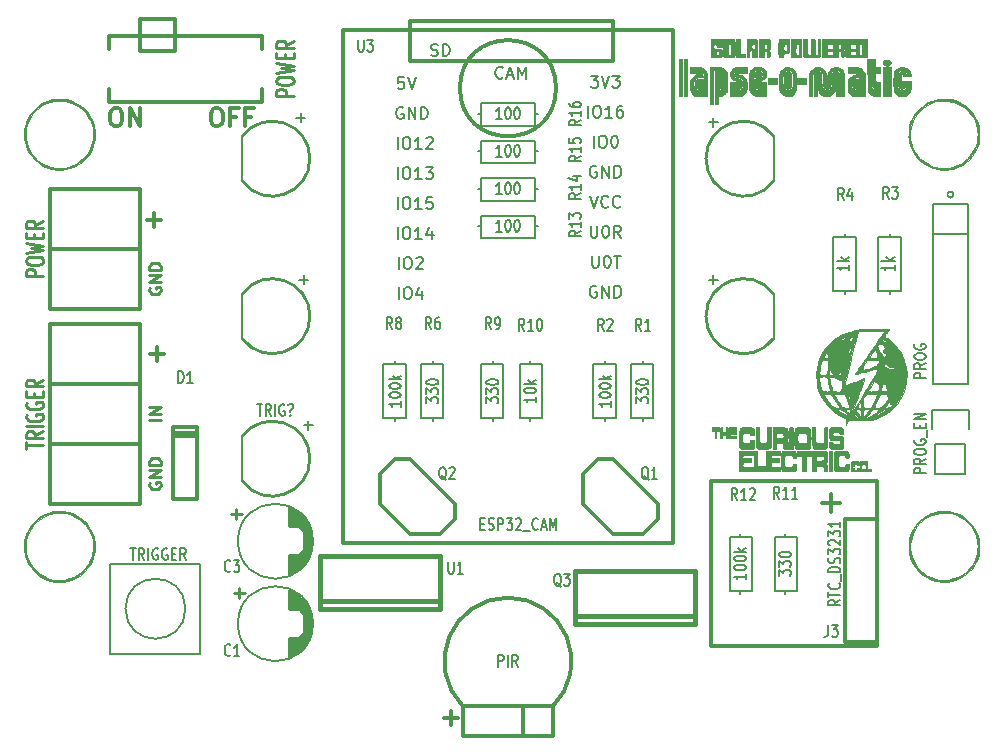
<source format=gbr>
G04 #@! TF.GenerationSoftware,KiCad,Pcbnew,(5.1.12)-1*
G04 #@! TF.CreationDate,2022-01-04T12:12:18+00:00*
G04 #@! TF.ProjectId,Lapse_O_Matic_PCB,4c617073-655f-44f5-9f4d-617469635f50,rev?*
G04 #@! TF.SameCoordinates,Original*
G04 #@! TF.FileFunction,Legend,Top*
G04 #@! TF.FilePolarity,Positive*
%FSLAX46Y46*%
G04 Gerber Fmt 4.6, Leading zero omitted, Abs format (unit mm)*
G04 Created by KiCad (PCBNEW (5.1.12)-1) date 2022-01-04 12:12:18*
%MOMM*%
%LPD*%
G01*
G04 APERTURE LIST*
%ADD10C,0.300000*%
%ADD11C,0.010000*%
%ADD12C,0.304800*%
%ADD13C,0.203200*%
%ADD14C,0.254000*%
%ADD15C,0.200000*%
%ADD16C,0.150000*%
%ADD17C,0.127000*%
%ADD18C,0.381000*%
%ADD19C,0.250000*%
%ADD20C,0.285750*%
%ADD21C,0.287020*%
G04 APERTURE END LIST*
D10*
X101568428Y-73219571D02*
X101854142Y-73219571D01*
X101997000Y-73291000D01*
X102139857Y-73433857D01*
X102211285Y-73719571D01*
X102211285Y-74219571D01*
X102139857Y-74505285D01*
X101997000Y-74648142D01*
X101854142Y-74719571D01*
X101568428Y-74719571D01*
X101425571Y-74648142D01*
X101282714Y-74505285D01*
X101211285Y-74219571D01*
X101211285Y-73719571D01*
X101282714Y-73433857D01*
X101425571Y-73291000D01*
X101568428Y-73219571D01*
X103354142Y-73933857D02*
X102854142Y-73933857D01*
X102854142Y-74719571D02*
X102854142Y-73219571D01*
X103568428Y-73219571D01*
X104639857Y-73933857D02*
X104139857Y-73933857D01*
X104139857Y-74719571D02*
X104139857Y-73219571D01*
X104854142Y-73219571D01*
X93051428Y-73219571D02*
X93337142Y-73219571D01*
X93480000Y-73291000D01*
X93622857Y-73433857D01*
X93694285Y-73719571D01*
X93694285Y-74219571D01*
X93622857Y-74505285D01*
X93480000Y-74648142D01*
X93337142Y-74719571D01*
X93051428Y-74719571D01*
X92908571Y-74648142D01*
X92765714Y-74505285D01*
X92694285Y-74219571D01*
X92694285Y-73719571D01*
X92765714Y-73433857D01*
X92908571Y-73291000D01*
X93051428Y-73219571D01*
X94337142Y-74719571D02*
X94337142Y-73219571D01*
X95194285Y-74719571D01*
X95194285Y-73219571D01*
D11*
G36*
X88557378Y-107298237D02*
G01*
X88785557Y-107316678D01*
X88995636Y-107347814D01*
X89112690Y-107373754D01*
X89461243Y-107484670D01*
X89786832Y-107630442D01*
X90087845Y-107809372D01*
X90362669Y-108019763D01*
X90609691Y-108259917D01*
X90827300Y-108528135D01*
X91013883Y-108822721D01*
X91167829Y-109141975D01*
X91287524Y-109484201D01*
X91348283Y-109728000D01*
X91367285Y-109851567D01*
X91380219Y-110005570D01*
X91387079Y-110178547D01*
X91387856Y-110359035D01*
X91382544Y-110535574D01*
X91371136Y-110696702D01*
X91353624Y-110830956D01*
X91348992Y-110855546D01*
X91257925Y-111202345D01*
X91128913Y-111533689D01*
X90963943Y-111846405D01*
X90764997Y-112137324D01*
X90534060Y-112403274D01*
X90273116Y-112641084D01*
X90192379Y-112704132D01*
X89952145Y-112864070D01*
X89683185Y-113005876D01*
X89397034Y-113124498D01*
X89105229Y-113214885D01*
X88942334Y-113251539D01*
X88824102Y-113269030D01*
X88678701Y-113282536D01*
X88518636Y-113291638D01*
X88356411Y-113295914D01*
X88204532Y-113294945D01*
X88075505Y-113288311D01*
X88021584Y-113282481D01*
X87663143Y-113212724D01*
X87322005Y-113105078D01*
X87000202Y-112960904D01*
X86699765Y-112781567D01*
X86422722Y-112568429D01*
X86171106Y-112322854D01*
X85946946Y-112046206D01*
X85769691Y-111770622D01*
X85629555Y-111488116D01*
X85517092Y-111180469D01*
X85435429Y-110857025D01*
X85405736Y-110682607D01*
X85391532Y-110526638D01*
X85387536Y-110343293D01*
X85391259Y-110210930D01*
X85539824Y-110210930D01*
X85540972Y-110395809D01*
X85550225Y-110577441D01*
X85567258Y-110741998D01*
X85585785Y-110849834D01*
X85679032Y-111191392D01*
X85806662Y-111508865D01*
X85969862Y-111804439D01*
X86169823Y-112080304D01*
X86379647Y-112311000D01*
X86642113Y-112543751D01*
X86924359Y-112739993D01*
X87223732Y-112898914D01*
X87537582Y-113019699D01*
X87863257Y-113101536D01*
X88198105Y-113143609D01*
X88539477Y-113145106D01*
X88884719Y-113105212D01*
X88936338Y-113095673D01*
X89270220Y-113009743D01*
X89588382Y-112885253D01*
X89888018Y-112723959D01*
X90166321Y-112527618D01*
X90420485Y-112297985D01*
X90647702Y-112036818D01*
X90665095Y-112014000D01*
X90858471Y-111723591D01*
X91014401Y-111414208D01*
X91133527Y-111084448D01*
X91189154Y-110869281D01*
X91215959Y-110708413D01*
X91232969Y-110520005D01*
X91240044Y-110317734D01*
X91237043Y-110115278D01*
X91223825Y-109926314D01*
X91200523Y-109765893D01*
X91111867Y-109425838D01*
X90986168Y-109104392D01*
X90825445Y-108803847D01*
X90631718Y-108526492D01*
X90407005Y-108274618D01*
X90153325Y-108050518D01*
X89872697Y-107856481D01*
X89567139Y-107694799D01*
X89273620Y-107579219D01*
X88961065Y-107496244D01*
X88635282Y-107450430D01*
X88303376Y-107441811D01*
X87972449Y-107470418D01*
X87649608Y-107536282D01*
X87529406Y-107571442D01*
X87206489Y-107695898D01*
X86905558Y-107855269D01*
X86628686Y-108047117D01*
X86377946Y-108268999D01*
X86155410Y-108518475D01*
X85963152Y-108793105D01*
X85803245Y-109090446D01*
X85677760Y-109408060D01*
X85588772Y-109743504D01*
X85563144Y-109886750D01*
X85547106Y-110036634D01*
X85539824Y-110210930D01*
X85391259Y-110210930D01*
X85393083Y-110146112D01*
X85407511Y-109948633D01*
X85430156Y-109764395D01*
X85457937Y-109617112D01*
X85558216Y-109277971D01*
X85695048Y-108957463D01*
X85865967Y-108657898D01*
X86068510Y-108381589D01*
X86300210Y-108130848D01*
X86558602Y-107907986D01*
X86841221Y-107715315D01*
X87145601Y-107555147D01*
X87469277Y-107429794D01*
X87809785Y-107341567D01*
X87902536Y-107324701D01*
X88102037Y-107301689D01*
X88324928Y-107293054D01*
X88557378Y-107298237D01*
G37*
X88557378Y-107298237D02*
X88785557Y-107316678D01*
X88995636Y-107347814D01*
X89112690Y-107373754D01*
X89461243Y-107484670D01*
X89786832Y-107630442D01*
X90087845Y-107809372D01*
X90362669Y-108019763D01*
X90609691Y-108259917D01*
X90827300Y-108528135D01*
X91013883Y-108822721D01*
X91167829Y-109141975D01*
X91287524Y-109484201D01*
X91348283Y-109728000D01*
X91367285Y-109851567D01*
X91380219Y-110005570D01*
X91387079Y-110178547D01*
X91387856Y-110359035D01*
X91382544Y-110535574D01*
X91371136Y-110696702D01*
X91353624Y-110830956D01*
X91348992Y-110855546D01*
X91257925Y-111202345D01*
X91128913Y-111533689D01*
X90963943Y-111846405D01*
X90764997Y-112137324D01*
X90534060Y-112403274D01*
X90273116Y-112641084D01*
X90192379Y-112704132D01*
X89952145Y-112864070D01*
X89683185Y-113005876D01*
X89397034Y-113124498D01*
X89105229Y-113214885D01*
X88942334Y-113251539D01*
X88824102Y-113269030D01*
X88678701Y-113282536D01*
X88518636Y-113291638D01*
X88356411Y-113295914D01*
X88204532Y-113294945D01*
X88075505Y-113288311D01*
X88021584Y-113282481D01*
X87663143Y-113212724D01*
X87322005Y-113105078D01*
X87000202Y-112960904D01*
X86699765Y-112781567D01*
X86422722Y-112568429D01*
X86171106Y-112322854D01*
X85946946Y-112046206D01*
X85769691Y-111770622D01*
X85629555Y-111488116D01*
X85517092Y-111180469D01*
X85435429Y-110857025D01*
X85405736Y-110682607D01*
X85391532Y-110526638D01*
X85387536Y-110343293D01*
X85391259Y-110210930D01*
X85539824Y-110210930D01*
X85540972Y-110395809D01*
X85550225Y-110577441D01*
X85567258Y-110741998D01*
X85585785Y-110849834D01*
X85679032Y-111191392D01*
X85806662Y-111508865D01*
X85969862Y-111804439D01*
X86169823Y-112080304D01*
X86379647Y-112311000D01*
X86642113Y-112543751D01*
X86924359Y-112739993D01*
X87223732Y-112898914D01*
X87537582Y-113019699D01*
X87863257Y-113101536D01*
X88198105Y-113143609D01*
X88539477Y-113145106D01*
X88884719Y-113105212D01*
X88936338Y-113095673D01*
X89270220Y-113009743D01*
X89588382Y-112885253D01*
X89888018Y-112723959D01*
X90166321Y-112527618D01*
X90420485Y-112297985D01*
X90647702Y-112036818D01*
X90665095Y-112014000D01*
X90858471Y-111723591D01*
X91014401Y-111414208D01*
X91133527Y-111084448D01*
X91189154Y-110869281D01*
X91215959Y-110708413D01*
X91232969Y-110520005D01*
X91240044Y-110317734D01*
X91237043Y-110115278D01*
X91223825Y-109926314D01*
X91200523Y-109765893D01*
X91111867Y-109425838D01*
X90986168Y-109104392D01*
X90825445Y-108803847D01*
X90631718Y-108526492D01*
X90407005Y-108274618D01*
X90153325Y-108050518D01*
X89872697Y-107856481D01*
X89567139Y-107694799D01*
X89273620Y-107579219D01*
X88961065Y-107496244D01*
X88635282Y-107450430D01*
X88303376Y-107441811D01*
X87972449Y-107470418D01*
X87649608Y-107536282D01*
X87529406Y-107571442D01*
X87206489Y-107695898D01*
X86905558Y-107855269D01*
X86628686Y-108047117D01*
X86377946Y-108268999D01*
X86155410Y-108518475D01*
X85963152Y-108793105D01*
X85803245Y-109090446D01*
X85677760Y-109408060D01*
X85588772Y-109743504D01*
X85563144Y-109886750D01*
X85547106Y-110036634D01*
X85539824Y-110210930D01*
X85391259Y-110210930D01*
X85393083Y-110146112D01*
X85407511Y-109948633D01*
X85430156Y-109764395D01*
X85457937Y-109617112D01*
X85558216Y-109277971D01*
X85695048Y-108957463D01*
X85865967Y-108657898D01*
X86068510Y-108381589D01*
X86300210Y-108130848D01*
X86558602Y-107907986D01*
X86841221Y-107715315D01*
X87145601Y-107555147D01*
X87469277Y-107429794D01*
X87809785Y-107341567D01*
X87902536Y-107324701D01*
X88102037Y-107301689D01*
X88324928Y-107293054D01*
X88557378Y-107298237D01*
G36*
X163614421Y-107308926D02*
G01*
X163925844Y-107355389D01*
X164224012Y-107435180D01*
X164517436Y-107550172D01*
X164581417Y-107580006D01*
X164893418Y-107752325D01*
X165178453Y-107956573D01*
X165435078Y-108190901D01*
X165661847Y-108453464D01*
X165857317Y-108742415D01*
X166020044Y-109055906D01*
X166148584Y-109392092D01*
X166227906Y-109685390D01*
X166252821Y-109835628D01*
X166268929Y-110015375D01*
X166276260Y-110212739D01*
X166274843Y-110415827D01*
X166264707Y-110612748D01*
X166245882Y-110791609D01*
X166224865Y-110912416D01*
X166129207Y-111259858D01*
X165997250Y-111585646D01*
X165828460Y-111890779D01*
X165622303Y-112176254D01*
X165435692Y-112385430D01*
X165168904Y-112630705D01*
X164882153Y-112838878D01*
X164576245Y-113009506D01*
X164251986Y-113142147D01*
X163910183Y-113236358D01*
X163873869Y-113243890D01*
X163780237Y-113258834D01*
X163660453Y-113272261D01*
X163524892Y-113283595D01*
X163383930Y-113292259D01*
X163247946Y-113297679D01*
X163127314Y-113299279D01*
X163032411Y-113296482D01*
X162993917Y-113292716D01*
X162736740Y-113250540D01*
X162511810Y-113201639D01*
X162309223Y-113143207D01*
X162119073Y-113072439D01*
X161956750Y-112998995D01*
X161647962Y-112825392D01*
X161365116Y-112619311D01*
X161109965Y-112383015D01*
X160884263Y-112118767D01*
X160689762Y-111828831D01*
X160528215Y-111515471D01*
X160401375Y-111180949D01*
X160324192Y-110891054D01*
X160305511Y-110773606D01*
X160292300Y-110624978D01*
X160284571Y-110455971D01*
X160282334Y-110277382D01*
X160283086Y-110236505D01*
X160426861Y-110236505D01*
X160430226Y-110433170D01*
X160443178Y-110625488D01*
X160465257Y-110799302D01*
X160483467Y-110892167D01*
X160583645Y-111233497D01*
X160719195Y-111553274D01*
X160888021Y-111849649D01*
X161088027Y-112120772D01*
X161317118Y-112364797D01*
X161573197Y-112579874D01*
X161854169Y-112764156D01*
X162157939Y-112915793D01*
X162482410Y-113032937D01*
X162825486Y-113113741D01*
X163036250Y-113143672D01*
X163138189Y-113149141D01*
X163269027Y-113148059D01*
X163415977Y-113141233D01*
X163566251Y-113129473D01*
X163707059Y-113113587D01*
X163825613Y-113094385D01*
X163830177Y-113093464D01*
X164165732Y-113004166D01*
X164482964Y-112877997D01*
X164779588Y-112717265D01*
X165053317Y-112524276D01*
X165301866Y-112301337D01*
X165522951Y-112050756D01*
X165714284Y-111774839D01*
X165873582Y-111475894D01*
X165998559Y-111156227D01*
X166086929Y-110818146D01*
X166087620Y-110814681D01*
X166107945Y-110676166D01*
X166120844Y-110510799D01*
X166126320Y-110331072D01*
X166124376Y-110149476D01*
X166115014Y-109978503D01*
X166098237Y-109830644D01*
X166087400Y-109770840D01*
X165999951Y-109437013D01*
X165884431Y-109131729D01*
X165737985Y-108849532D01*
X165557762Y-108584963D01*
X165340911Y-108332565D01*
X165329479Y-108320607D01*
X165071236Y-108080910D01*
X164793127Y-107878172D01*
X164496838Y-107713118D01*
X164184056Y-107586469D01*
X163856468Y-107498950D01*
X163515760Y-107451282D01*
X163279667Y-107442000D01*
X162935814Y-107462296D01*
X162603725Y-107521787D01*
X162285823Y-107618376D01*
X161984534Y-107749968D01*
X161702285Y-107914465D01*
X161441501Y-108109773D01*
X161204607Y-108333795D01*
X160994029Y-108584434D01*
X160812193Y-108859594D01*
X160661523Y-109157180D01*
X160544447Y-109475095D01*
X160463388Y-109811243D01*
X160450736Y-109886750D01*
X160433544Y-110049647D01*
X160426861Y-110236505D01*
X160283086Y-110236505D01*
X160285600Y-110100014D01*
X160294380Y-109934664D01*
X160308684Y-109792134D01*
X160323018Y-109706834D01*
X160416521Y-109357562D01*
X160542994Y-109033779D01*
X160703998Y-108732584D01*
X160901096Y-108451079D01*
X161135853Y-108186364D01*
X161151144Y-108170978D01*
X161388951Y-107953026D01*
X161632102Y-107771695D01*
X161889541Y-107621422D01*
X162170207Y-107496647D01*
X162324600Y-107441230D01*
X162541382Y-107376679D01*
X162750316Y-107332211D01*
X162966010Y-107305578D01*
X163203074Y-107294530D01*
X163281229Y-107293919D01*
X163614421Y-107308926D01*
G37*
X163614421Y-107308926D02*
X163925844Y-107355389D01*
X164224012Y-107435180D01*
X164517436Y-107550172D01*
X164581417Y-107580006D01*
X164893418Y-107752325D01*
X165178453Y-107956573D01*
X165435078Y-108190901D01*
X165661847Y-108453464D01*
X165857317Y-108742415D01*
X166020044Y-109055906D01*
X166148584Y-109392092D01*
X166227906Y-109685390D01*
X166252821Y-109835628D01*
X166268929Y-110015375D01*
X166276260Y-110212739D01*
X166274843Y-110415827D01*
X166264707Y-110612748D01*
X166245882Y-110791609D01*
X166224865Y-110912416D01*
X166129207Y-111259858D01*
X165997250Y-111585646D01*
X165828460Y-111890779D01*
X165622303Y-112176254D01*
X165435692Y-112385430D01*
X165168904Y-112630705D01*
X164882153Y-112838878D01*
X164576245Y-113009506D01*
X164251986Y-113142147D01*
X163910183Y-113236358D01*
X163873869Y-113243890D01*
X163780237Y-113258834D01*
X163660453Y-113272261D01*
X163524892Y-113283595D01*
X163383930Y-113292259D01*
X163247946Y-113297679D01*
X163127314Y-113299279D01*
X163032411Y-113296482D01*
X162993917Y-113292716D01*
X162736740Y-113250540D01*
X162511810Y-113201639D01*
X162309223Y-113143207D01*
X162119073Y-113072439D01*
X161956750Y-112998995D01*
X161647962Y-112825392D01*
X161365116Y-112619311D01*
X161109965Y-112383015D01*
X160884263Y-112118767D01*
X160689762Y-111828831D01*
X160528215Y-111515471D01*
X160401375Y-111180949D01*
X160324192Y-110891054D01*
X160305511Y-110773606D01*
X160292300Y-110624978D01*
X160284571Y-110455971D01*
X160282334Y-110277382D01*
X160283086Y-110236505D01*
X160426861Y-110236505D01*
X160430226Y-110433170D01*
X160443178Y-110625488D01*
X160465257Y-110799302D01*
X160483467Y-110892167D01*
X160583645Y-111233497D01*
X160719195Y-111553274D01*
X160888021Y-111849649D01*
X161088027Y-112120772D01*
X161317118Y-112364797D01*
X161573197Y-112579874D01*
X161854169Y-112764156D01*
X162157939Y-112915793D01*
X162482410Y-113032937D01*
X162825486Y-113113741D01*
X163036250Y-113143672D01*
X163138189Y-113149141D01*
X163269027Y-113148059D01*
X163415977Y-113141233D01*
X163566251Y-113129473D01*
X163707059Y-113113587D01*
X163825613Y-113094385D01*
X163830177Y-113093464D01*
X164165732Y-113004166D01*
X164482964Y-112877997D01*
X164779588Y-112717265D01*
X165053317Y-112524276D01*
X165301866Y-112301337D01*
X165522951Y-112050756D01*
X165714284Y-111774839D01*
X165873582Y-111475894D01*
X165998559Y-111156227D01*
X166086929Y-110818146D01*
X166087620Y-110814681D01*
X166107945Y-110676166D01*
X166120844Y-110510799D01*
X166126320Y-110331072D01*
X166124376Y-110149476D01*
X166115014Y-109978503D01*
X166098237Y-109830644D01*
X166087400Y-109770840D01*
X165999951Y-109437013D01*
X165884431Y-109131729D01*
X165737985Y-108849532D01*
X165557762Y-108584963D01*
X165340911Y-108332565D01*
X165329479Y-108320607D01*
X165071236Y-108080910D01*
X164793127Y-107878172D01*
X164496838Y-107713118D01*
X164184056Y-107586469D01*
X163856468Y-107498950D01*
X163515760Y-107451282D01*
X163279667Y-107442000D01*
X162935814Y-107462296D01*
X162603725Y-107521787D01*
X162285823Y-107618376D01*
X161984534Y-107749968D01*
X161702285Y-107914465D01*
X161441501Y-108109773D01*
X161204607Y-108333795D01*
X160994029Y-108584434D01*
X160812193Y-108859594D01*
X160661523Y-109157180D01*
X160544447Y-109475095D01*
X160463388Y-109811243D01*
X160450736Y-109886750D01*
X160433544Y-110049647D01*
X160426861Y-110236505D01*
X160283086Y-110236505D01*
X160285600Y-110100014D01*
X160294380Y-109934664D01*
X160308684Y-109792134D01*
X160323018Y-109706834D01*
X160416521Y-109357562D01*
X160542994Y-109033779D01*
X160703998Y-108732584D01*
X160901096Y-108451079D01*
X161135853Y-108186364D01*
X161151144Y-108170978D01*
X161388951Y-107953026D01*
X161632102Y-107771695D01*
X161889541Y-107621422D01*
X162170207Y-107496647D01*
X162324600Y-107441230D01*
X162541382Y-107376679D01*
X162750316Y-107332211D01*
X162966010Y-107305578D01*
X163203074Y-107294530D01*
X163281229Y-107293919D01*
X163614421Y-107308926D01*
G36*
X88546781Y-72404612D02*
G01*
X88727246Y-72415039D01*
X88884515Y-72433225D01*
X88921167Y-72439439D01*
X89265854Y-72523794D01*
X89593260Y-72645473D01*
X89901090Y-72802207D01*
X90187049Y-72991728D01*
X90448844Y-73211766D01*
X90684179Y-73460055D01*
X90890760Y-73734325D01*
X91066293Y-74032307D01*
X91208483Y-74351735D01*
X91315036Y-74690339D01*
X91348992Y-74839621D01*
X91368419Y-74970976D01*
X91381264Y-75132235D01*
X91387555Y-75311539D01*
X91387315Y-75497030D01*
X91380572Y-75676850D01*
X91367351Y-75839141D01*
X91347678Y-75972044D01*
X91346516Y-75977750D01*
X91253768Y-76323153D01*
X91121427Y-76658640D01*
X90952058Y-76978183D01*
X90860661Y-77120750D01*
X90758176Y-77256848D01*
X90629903Y-77404596D01*
X90486154Y-77553538D01*
X90337244Y-77693217D01*
X90193486Y-77813176D01*
X90134382Y-77857116D01*
X89838343Y-78041720D01*
X89522840Y-78189796D01*
X89191347Y-78300397D01*
X88847338Y-78372575D01*
X88494290Y-78405382D01*
X88148584Y-78398847D01*
X87798010Y-78352359D01*
X87460599Y-78265885D01*
X87137952Y-78140165D01*
X86831670Y-77975936D01*
X86543354Y-77773937D01*
X86274606Y-77534907D01*
X86273847Y-77534152D01*
X86033056Y-77267020D01*
X85830380Y-76982695D01*
X85664599Y-76678928D01*
X85534495Y-76353470D01*
X85438846Y-76004072D01*
X85435456Y-75988334D01*
X85416754Y-75868101D01*
X85403738Y-75717063D01*
X85396410Y-75546299D01*
X85394773Y-75366893D01*
X85395391Y-75339887D01*
X85540019Y-75339887D01*
X85540682Y-75523637D01*
X85549847Y-75693787D01*
X85563144Y-75808417D01*
X85637523Y-76153508D01*
X85751621Y-76485148D01*
X85904296Y-76800952D01*
X86094405Y-77098536D01*
X86305893Y-77359157D01*
X86508591Y-77555376D01*
X86743979Y-77735449D01*
X87004145Y-77895226D01*
X87281181Y-78030554D01*
X87567176Y-78137281D01*
X87854220Y-78211254D01*
X87965757Y-78230478D01*
X88081381Y-78242069D01*
X88225754Y-78248489D01*
X88385623Y-78249876D01*
X88547739Y-78246367D01*
X88698849Y-78238102D01*
X88825703Y-78225218D01*
X88852428Y-78221234D01*
X89181574Y-78146719D01*
X89499021Y-78033045D01*
X89801069Y-77882622D01*
X90084014Y-77697863D01*
X90344156Y-77481177D01*
X90577793Y-77234977D01*
X90777680Y-76967077D01*
X90941698Y-76688213D01*
X91067794Y-76406022D01*
X91157787Y-76114291D01*
X91213498Y-75806805D01*
X91236745Y-75477350D01*
X91237694Y-75395667D01*
X91228425Y-75117878D01*
X91197917Y-74865972D01*
X91143225Y-74627653D01*
X91061400Y-74390625D01*
X90949496Y-74142593D01*
X90926303Y-74096557D01*
X90750954Y-73798637D01*
X90544153Y-73528155D01*
X90307913Y-73286629D01*
X90044250Y-73075573D01*
X89755178Y-72896504D01*
X89442712Y-72750938D01*
X89108867Y-72640389D01*
X88935738Y-72598969D01*
X88763143Y-72571837D01*
X88565563Y-72555755D01*
X88357697Y-72550879D01*
X88154245Y-72557368D01*
X87969905Y-72575380D01*
X87894584Y-72587769D01*
X87551450Y-72674398D01*
X87227562Y-72797669D01*
X86925042Y-72955505D01*
X86646011Y-73145831D01*
X86392593Y-73366574D01*
X86166908Y-73615657D01*
X85971079Y-73891005D01*
X85807229Y-74190544D01*
X85677478Y-74512199D01*
X85585785Y-74845334D01*
X85562895Y-74986907D01*
X85547532Y-75156368D01*
X85540019Y-75339887D01*
X85395391Y-75339887D01*
X85398828Y-75189923D01*
X85408577Y-75026472D01*
X85424020Y-74887619D01*
X85435279Y-74824167D01*
X85526949Y-74478479D01*
X85649751Y-74159467D01*
X85805939Y-73862851D01*
X85997770Y-73584350D01*
X86227498Y-73319686D01*
X86228623Y-73318518D01*
X86492630Y-73074219D01*
X86779417Y-72865475D01*
X87087918Y-72692863D01*
X87417070Y-72556958D01*
X87765809Y-72458336D01*
X87852250Y-72440288D01*
X87995855Y-72419782D01*
X88168121Y-72406994D01*
X88356085Y-72401934D01*
X88546781Y-72404612D01*
G37*
X88546781Y-72404612D02*
X88727246Y-72415039D01*
X88884515Y-72433225D01*
X88921167Y-72439439D01*
X89265854Y-72523794D01*
X89593260Y-72645473D01*
X89901090Y-72802207D01*
X90187049Y-72991728D01*
X90448844Y-73211766D01*
X90684179Y-73460055D01*
X90890760Y-73734325D01*
X91066293Y-74032307D01*
X91208483Y-74351735D01*
X91315036Y-74690339D01*
X91348992Y-74839621D01*
X91368419Y-74970976D01*
X91381264Y-75132235D01*
X91387555Y-75311539D01*
X91387315Y-75497030D01*
X91380572Y-75676850D01*
X91367351Y-75839141D01*
X91347678Y-75972044D01*
X91346516Y-75977750D01*
X91253768Y-76323153D01*
X91121427Y-76658640D01*
X90952058Y-76978183D01*
X90860661Y-77120750D01*
X90758176Y-77256848D01*
X90629903Y-77404596D01*
X90486154Y-77553538D01*
X90337244Y-77693217D01*
X90193486Y-77813176D01*
X90134382Y-77857116D01*
X89838343Y-78041720D01*
X89522840Y-78189796D01*
X89191347Y-78300397D01*
X88847338Y-78372575D01*
X88494290Y-78405382D01*
X88148584Y-78398847D01*
X87798010Y-78352359D01*
X87460599Y-78265885D01*
X87137952Y-78140165D01*
X86831670Y-77975936D01*
X86543354Y-77773937D01*
X86274606Y-77534907D01*
X86273847Y-77534152D01*
X86033056Y-77267020D01*
X85830380Y-76982695D01*
X85664599Y-76678928D01*
X85534495Y-76353470D01*
X85438846Y-76004072D01*
X85435456Y-75988334D01*
X85416754Y-75868101D01*
X85403738Y-75717063D01*
X85396410Y-75546299D01*
X85394773Y-75366893D01*
X85395391Y-75339887D01*
X85540019Y-75339887D01*
X85540682Y-75523637D01*
X85549847Y-75693787D01*
X85563144Y-75808417D01*
X85637523Y-76153508D01*
X85751621Y-76485148D01*
X85904296Y-76800952D01*
X86094405Y-77098536D01*
X86305893Y-77359157D01*
X86508591Y-77555376D01*
X86743979Y-77735449D01*
X87004145Y-77895226D01*
X87281181Y-78030554D01*
X87567176Y-78137281D01*
X87854220Y-78211254D01*
X87965757Y-78230478D01*
X88081381Y-78242069D01*
X88225754Y-78248489D01*
X88385623Y-78249876D01*
X88547739Y-78246367D01*
X88698849Y-78238102D01*
X88825703Y-78225218D01*
X88852428Y-78221234D01*
X89181574Y-78146719D01*
X89499021Y-78033045D01*
X89801069Y-77882622D01*
X90084014Y-77697863D01*
X90344156Y-77481177D01*
X90577793Y-77234977D01*
X90777680Y-76967077D01*
X90941698Y-76688213D01*
X91067794Y-76406022D01*
X91157787Y-76114291D01*
X91213498Y-75806805D01*
X91236745Y-75477350D01*
X91237694Y-75395667D01*
X91228425Y-75117878D01*
X91197917Y-74865972D01*
X91143225Y-74627653D01*
X91061400Y-74390625D01*
X90949496Y-74142593D01*
X90926303Y-74096557D01*
X90750954Y-73798637D01*
X90544153Y-73528155D01*
X90307913Y-73286629D01*
X90044250Y-73075573D01*
X89755178Y-72896504D01*
X89442712Y-72750938D01*
X89108867Y-72640389D01*
X88935738Y-72598969D01*
X88763143Y-72571837D01*
X88565563Y-72555755D01*
X88357697Y-72550879D01*
X88154245Y-72557368D01*
X87969905Y-72575380D01*
X87894584Y-72587769D01*
X87551450Y-72674398D01*
X87227562Y-72797669D01*
X86925042Y-72955505D01*
X86646011Y-73145831D01*
X86392593Y-73366574D01*
X86166908Y-73615657D01*
X85971079Y-73891005D01*
X85807229Y-74190544D01*
X85677478Y-74512199D01*
X85585785Y-74845334D01*
X85562895Y-74986907D01*
X85547532Y-75156368D01*
X85540019Y-75339887D01*
X85395391Y-75339887D01*
X85398828Y-75189923D01*
X85408577Y-75026472D01*
X85424020Y-74887619D01*
X85435279Y-74824167D01*
X85526949Y-74478479D01*
X85649751Y-74159467D01*
X85805939Y-73862851D01*
X85997770Y-73584350D01*
X86227498Y-73319686D01*
X86228623Y-73318518D01*
X86492630Y-73074219D01*
X86779417Y-72865475D01*
X87087918Y-72692863D01*
X87417070Y-72556958D01*
X87765809Y-72458336D01*
X87852250Y-72440288D01*
X87995855Y-72419782D01*
X88168121Y-72406994D01*
X88356085Y-72401934D01*
X88546781Y-72404612D01*
G36*
X163547970Y-72407189D02*
G01*
X163880053Y-72455167D01*
X164208914Y-72541482D01*
X164531475Y-72667191D01*
X164620071Y-72709508D01*
X164806426Y-72809214D01*
X164973131Y-72914835D01*
X165131692Y-73034784D01*
X165293612Y-73177476D01*
X165398359Y-73278696D01*
X165638695Y-73543802D01*
X165839798Y-73823642D01*
X166002852Y-74120564D01*
X166129043Y-74436919D01*
X166219556Y-74775054D01*
X166255473Y-74977313D01*
X166275015Y-75171452D01*
X166281390Y-75387466D01*
X166275064Y-75609956D01*
X166256508Y-75823524D01*
X166226188Y-76012771D01*
X166223610Y-76024836D01*
X166128464Y-76364981D01*
X165995761Y-76689651D01*
X165827912Y-76995717D01*
X165627329Y-77280047D01*
X165396421Y-77539509D01*
X165137600Y-77770972D01*
X164853277Y-77971305D01*
X164627605Y-78097805D01*
X164362748Y-78211810D01*
X164072343Y-78302096D01*
X163767333Y-78366402D01*
X163458663Y-78402467D01*
X163157278Y-78408028D01*
X163131500Y-78406983D01*
X162785239Y-78370650D01*
X162449765Y-78295103D01*
X162127893Y-78182556D01*
X161822438Y-78035219D01*
X161536213Y-77855305D01*
X161272034Y-77645026D01*
X161032715Y-77406594D01*
X160821070Y-77142221D01*
X160639916Y-76854119D01*
X160492065Y-76544499D01*
X160390923Y-76253169D01*
X160342052Y-76067924D01*
X160308091Y-75896688D01*
X160287496Y-75726066D01*
X160278726Y-75542666D01*
X160279451Y-75442074D01*
X160422435Y-75442074D01*
X160444961Y-75764383D01*
X160505610Y-76086116D01*
X160605631Y-76404296D01*
X160696007Y-76615505D01*
X160865767Y-76925773D01*
X161065089Y-77205749D01*
X161294140Y-77455605D01*
X161553085Y-77675512D01*
X161842090Y-77865640D01*
X161982779Y-77941928D01*
X162222537Y-78050822D01*
X162471976Y-78139877D01*
X162715496Y-78203790D01*
X162800381Y-78219904D01*
X162944500Y-78237320D01*
X163115855Y-78247340D01*
X163299999Y-78249955D01*
X163482486Y-78245159D01*
X163648869Y-78232942D01*
X163745334Y-78220410D01*
X164075682Y-78145733D01*
X164392007Y-78031376D01*
X164692938Y-77878058D01*
X164977106Y-77686497D01*
X165243141Y-77457411D01*
X165291718Y-77409508D01*
X165512271Y-77165767D01*
X165695817Y-76914163D01*
X165845835Y-76648190D01*
X165965807Y-76361346D01*
X166059215Y-76047126D01*
X166087834Y-75922182D01*
X166107935Y-75791710D01*
X166120741Y-75631946D01*
X166126255Y-75455300D01*
X166124479Y-75274180D01*
X166115416Y-75100996D01*
X166099068Y-74948154D01*
X166087620Y-74880486D01*
X165999778Y-74543028D01*
X165875176Y-74223459D01*
X165716100Y-73924203D01*
X165524839Y-73647683D01*
X165303678Y-73396323D01*
X165054904Y-73172548D01*
X164780804Y-72978782D01*
X164483666Y-72817449D01*
X164165775Y-72690973D01*
X163967584Y-72633219D01*
X163632063Y-72569869D01*
X163292109Y-72547822D01*
X162951693Y-72566892D01*
X162614788Y-72626892D01*
X162333762Y-72710069D01*
X162019325Y-72842232D01*
X161729278Y-73006567D01*
X161464871Y-73200095D01*
X161227351Y-73419841D01*
X161017967Y-73662828D01*
X160837968Y-73926077D01*
X160688602Y-74206613D01*
X160571117Y-74501457D01*
X160486762Y-74807634D01*
X160436785Y-75122165D01*
X160422435Y-75442074D01*
X160279451Y-75442074D01*
X160280237Y-75333095D01*
X160281197Y-75300417D01*
X160294769Y-75055879D01*
X160320845Y-74839866D01*
X160362423Y-74639654D01*
X160422498Y-74442517D01*
X160504067Y-74235728D01*
X160562284Y-74106613D01*
X160726756Y-73802814D01*
X160921849Y-73525698D01*
X161144486Y-73276325D01*
X161391591Y-73055754D01*
X161660086Y-72865044D01*
X161946895Y-72705254D01*
X162248942Y-72577444D01*
X162563150Y-72482673D01*
X162886441Y-72422001D01*
X163215740Y-72396486D01*
X163547970Y-72407189D01*
G37*
X163547970Y-72407189D02*
X163880053Y-72455167D01*
X164208914Y-72541482D01*
X164531475Y-72667191D01*
X164620071Y-72709508D01*
X164806426Y-72809214D01*
X164973131Y-72914835D01*
X165131692Y-73034784D01*
X165293612Y-73177476D01*
X165398359Y-73278696D01*
X165638695Y-73543802D01*
X165839798Y-73823642D01*
X166002852Y-74120564D01*
X166129043Y-74436919D01*
X166219556Y-74775054D01*
X166255473Y-74977313D01*
X166275015Y-75171452D01*
X166281390Y-75387466D01*
X166275064Y-75609956D01*
X166256508Y-75823524D01*
X166226188Y-76012771D01*
X166223610Y-76024836D01*
X166128464Y-76364981D01*
X165995761Y-76689651D01*
X165827912Y-76995717D01*
X165627329Y-77280047D01*
X165396421Y-77539509D01*
X165137600Y-77770972D01*
X164853277Y-77971305D01*
X164627605Y-78097805D01*
X164362748Y-78211810D01*
X164072343Y-78302096D01*
X163767333Y-78366402D01*
X163458663Y-78402467D01*
X163157278Y-78408028D01*
X163131500Y-78406983D01*
X162785239Y-78370650D01*
X162449765Y-78295103D01*
X162127893Y-78182556D01*
X161822438Y-78035219D01*
X161536213Y-77855305D01*
X161272034Y-77645026D01*
X161032715Y-77406594D01*
X160821070Y-77142221D01*
X160639916Y-76854119D01*
X160492065Y-76544499D01*
X160390923Y-76253169D01*
X160342052Y-76067924D01*
X160308091Y-75896688D01*
X160287496Y-75726066D01*
X160278726Y-75542666D01*
X160279451Y-75442074D01*
X160422435Y-75442074D01*
X160444961Y-75764383D01*
X160505610Y-76086116D01*
X160605631Y-76404296D01*
X160696007Y-76615505D01*
X160865767Y-76925773D01*
X161065089Y-77205749D01*
X161294140Y-77455605D01*
X161553085Y-77675512D01*
X161842090Y-77865640D01*
X161982779Y-77941928D01*
X162222537Y-78050822D01*
X162471976Y-78139877D01*
X162715496Y-78203790D01*
X162800381Y-78219904D01*
X162944500Y-78237320D01*
X163115855Y-78247340D01*
X163299999Y-78249955D01*
X163482486Y-78245159D01*
X163648869Y-78232942D01*
X163745334Y-78220410D01*
X164075682Y-78145733D01*
X164392007Y-78031376D01*
X164692938Y-77878058D01*
X164977106Y-77686497D01*
X165243141Y-77457411D01*
X165291718Y-77409508D01*
X165512271Y-77165767D01*
X165695817Y-76914163D01*
X165845835Y-76648190D01*
X165965807Y-76361346D01*
X166059215Y-76047126D01*
X166087834Y-75922182D01*
X166107935Y-75791710D01*
X166120741Y-75631946D01*
X166126255Y-75455300D01*
X166124479Y-75274180D01*
X166115416Y-75100996D01*
X166099068Y-74948154D01*
X166087620Y-74880486D01*
X165999778Y-74543028D01*
X165875176Y-74223459D01*
X165716100Y-73924203D01*
X165524839Y-73647683D01*
X165303678Y-73396323D01*
X165054904Y-73172548D01*
X164780804Y-72978782D01*
X164483666Y-72817449D01*
X164165775Y-72690973D01*
X163967584Y-72633219D01*
X163632063Y-72569869D01*
X163292109Y-72547822D01*
X162951693Y-72566892D01*
X162614788Y-72626892D01*
X162333762Y-72710069D01*
X162019325Y-72842232D01*
X161729278Y-73006567D01*
X161464871Y-73200095D01*
X161227351Y-73419841D01*
X161017967Y-73662828D01*
X160837968Y-73926077D01*
X160688602Y-74206613D01*
X160571117Y-74501457D01*
X160486762Y-74807634D01*
X160436785Y-75122165D01*
X160422435Y-75442074D01*
X160279451Y-75442074D01*
X160280237Y-75333095D01*
X160281197Y-75300417D01*
X160294769Y-75055879D01*
X160320845Y-74839866D01*
X160362423Y-74639654D01*
X160422498Y-74442517D01*
X160504067Y-74235728D01*
X160562284Y-74106613D01*
X160726756Y-73802814D01*
X160921849Y-73525698D01*
X161144486Y-73276325D01*
X161391591Y-73055754D01*
X161660086Y-72865044D01*
X161946895Y-72705254D01*
X162248942Y-72577444D01*
X162563150Y-72482673D01*
X162886441Y-72422001D01*
X163215740Y-72396486D01*
X163547970Y-72407189D01*
D12*
X130175000Y-123825000D02*
X130175000Y-126365000D01*
X130175000Y-126365000D02*
X122555000Y-126365000D01*
X122555000Y-126365000D02*
X122555000Y-123825000D01*
X122555000Y-123825000D02*
X130175000Y-123825000D01*
X127635000Y-126365000D02*
X127635000Y-123825000D01*
D10*
X122555001Y-123824999D02*
G75*
G02*
X130174999Y-123824999I3809999J3809999D01*
G01*
D13*
X148894800Y-79375000D02*
X148894800Y-75565000D01*
D14*
X148841997Y-75562332D02*
G75*
G03*
X148844000Y-79375000I-2537997J-1907668D01*
G01*
D13*
X148894800Y-92710000D02*
X148894800Y-88900000D01*
D14*
X148841997Y-88897332D02*
G75*
G03*
X148844000Y-92710000I-2537997J-1907668D01*
G01*
D10*
X130430984Y-71501000D02*
G75*
G03*
X130430984Y-71501000I-4065984J0D01*
G01*
X118110000Y-65786000D02*
X118110000Y-69215000D01*
X135255000Y-65786000D02*
X118110000Y-65786000D01*
X135255000Y-69215000D02*
X135255000Y-65786000D01*
X118110000Y-69215000D02*
X135255000Y-69215000D01*
X112395000Y-109982000D02*
X112395000Y-109474000D01*
X140335000Y-109982000D02*
X140335000Y-109220000D01*
X112395000Y-109982000D02*
X140335000Y-109982000D01*
X140335000Y-66548000D02*
X140335000Y-109855000D01*
X112395000Y-66548000D02*
X112395000Y-109728000D01*
X112395000Y-66548000D02*
X140335000Y-66548000D01*
D15*
X165303200Y-96520000D02*
X162382200Y-96520000D01*
X165303200Y-83820000D02*
X162433000Y-83820000D01*
X165303200Y-81280000D02*
X162382200Y-81280000D01*
X164084000Y-80518000D02*
G75*
G03*
X164084000Y-80518000I-254000J0D01*
G01*
X165277800Y-81280000D02*
X165277800Y-96520000D01*
X162356800Y-96520000D02*
X162356800Y-81280000D01*
X129286000Y-99441000D02*
X129286000Y-94869000D01*
X127381000Y-99441000D02*
X129286000Y-99441000D01*
X127381000Y-94869000D02*
X127381000Y-99441000D01*
X129286000Y-94869000D02*
X127381000Y-94869000D01*
X128270000Y-99441000D02*
X128270000Y-99695000D01*
X128270000Y-94869000D02*
X128270000Y-94615000D01*
D10*
X95252380Y-68275400D02*
X95252380Y-65675400D01*
X95252380Y-65675400D02*
X98152380Y-65675400D01*
X98152380Y-65675400D02*
X98152380Y-68375400D01*
X98152380Y-68375400D02*
X95252380Y-68375400D01*
X95252380Y-68375400D02*
X95252380Y-67975400D01*
X105552380Y-67075400D02*
X105552380Y-68175400D01*
X105552380Y-72675400D02*
X105552380Y-71575400D01*
X92552380Y-67075400D02*
X92552380Y-68175400D01*
X92552380Y-72675400D02*
X92552380Y-71575400D01*
X92552380Y-67075400D02*
X105552380Y-67075400D01*
X105552380Y-72675400D02*
X92552380Y-72675400D01*
D12*
X99060000Y-100203000D02*
X98044000Y-100203000D01*
X98044000Y-100203000D02*
X98044000Y-106299000D01*
X98044000Y-106299000D02*
X99060000Y-106299000D01*
X99060000Y-106299000D02*
X100076000Y-106299000D01*
X100076000Y-106299000D02*
X100076000Y-100203000D01*
X100076000Y-100203000D02*
X99060000Y-100203000D01*
X98044000Y-100711000D02*
X100076000Y-100711000D01*
X100076000Y-100965000D02*
X98044000Y-100965000D01*
D13*
X103835200Y-100965000D02*
X103835200Y-104775000D01*
D14*
X103888003Y-104777668D02*
G75*
G03*
X103886000Y-100965000I2537997J1907668D01*
G01*
D16*
X165100000Y-101600000D02*
X165100000Y-104140000D01*
X162560000Y-101600000D02*
X162560000Y-104140000D01*
X162560000Y-104140000D02*
X165100000Y-104140000D01*
X165380000Y-98780000D02*
X165380000Y-100330000D01*
X165100000Y-101600000D02*
X162560000Y-101600000D01*
X162280000Y-100330000D02*
X162280000Y-98780000D01*
X162280000Y-98780000D02*
X165380000Y-98780000D01*
D15*
X125095000Y-99441000D02*
X125095000Y-99695000D01*
X125095000Y-94869000D02*
X125095000Y-94615000D01*
X124079000Y-99441000D02*
X125984000Y-99441000D01*
X125984000Y-99441000D02*
X125984000Y-94869000D01*
X125984000Y-94869000D02*
X124079000Y-94869000D01*
X124079000Y-94869000D02*
X124079000Y-99441000D01*
D17*
X92710000Y-111760000D02*
X92710000Y-119380000D01*
X100330000Y-119380000D02*
X92710000Y-119380000D01*
X100330000Y-111760000D02*
X100330000Y-119380000D01*
X92710000Y-111760000D02*
X100330000Y-111760000D01*
X99060000Y-115570000D02*
G75*
G03*
X99060000Y-115570000I-2540000J0D01*
G01*
D11*
G36*
X157813355Y-91868503D02*
G01*
X157528361Y-91872959D01*
X157230053Y-91879726D01*
X156930307Y-91888491D01*
X156640996Y-91898943D01*
X156373997Y-91910767D01*
X156141183Y-91923652D01*
X155954430Y-91937285D01*
X155825613Y-91951353D01*
X155766607Y-91965544D01*
X155764895Y-91967090D01*
X155696400Y-92011952D01*
X155586722Y-92048603D01*
X155574395Y-92051239D01*
X155305127Y-92120521D01*
X155003219Y-92222689D01*
X154706831Y-92344198D01*
X154580166Y-92404197D01*
X154145509Y-92648948D01*
X153776252Y-92921142D01*
X153453876Y-93236999D01*
X153159861Y-93612739D01*
X153100239Y-93700392D01*
X152868749Y-94084278D01*
X152696732Y-94458448D01*
X152578317Y-94843300D01*
X152507632Y-95259230D01*
X152478806Y-95726636D01*
X152477438Y-95863834D01*
X152494348Y-96318962D01*
X152549815Y-96720077D01*
X152649854Y-97091327D01*
X152800482Y-97456863D01*
X152941394Y-97726091D01*
X153184769Y-98094570D01*
X153485810Y-98447935D01*
X153828616Y-98772480D01*
X154197287Y-99054498D01*
X154575920Y-99280281D01*
X154910652Y-99423595D01*
X155102800Y-99489066D01*
X155020730Y-99727607D01*
X154969157Y-99892548D01*
X154953711Y-99981538D01*
X154973982Y-99994229D01*
X155029561Y-99930276D01*
X155111150Y-99804068D01*
X155257290Y-99562938D01*
X155469062Y-99597219D01*
X155584685Y-99608866D01*
X155764780Y-99618516D01*
X155989163Y-99625460D01*
X156237647Y-99628987D01*
X156379333Y-99629207D01*
X156646037Y-99627326D01*
X156847409Y-99622226D01*
X157002780Y-99611712D01*
X157131478Y-99593591D01*
X157252833Y-99565668D01*
X157386174Y-99525749D01*
X157437666Y-99509057D01*
X157973663Y-99292084D01*
X158460508Y-99011050D01*
X158880182Y-98682045D01*
X158432500Y-98682045D01*
X158305500Y-98787970D01*
X158226507Y-98842872D01*
X158102681Y-98917420D01*
X157955463Y-99000064D01*
X157806291Y-99079253D01*
X157676604Y-99143436D01*
X157587842Y-99181062D01*
X157566178Y-99186294D01*
X157575479Y-99163215D01*
X157608512Y-99128513D01*
X157806943Y-98946145D01*
X157960265Y-98818222D01*
X158078508Y-98738016D01*
X157734000Y-98738016D01*
X157701312Y-98790186D01*
X157614495Y-98875353D01*
X157490416Y-98980388D01*
X157345943Y-99092160D01*
X157197944Y-99197538D01*
X157063286Y-99283393D01*
X156972000Y-99331175D01*
X156853619Y-99374334D01*
X156756771Y-99396371D01*
X156746677Y-99397010D01*
X156700723Y-99391613D01*
X156702525Y-99378421D01*
X156014467Y-99378421D01*
X155996992Y-99396344D01*
X155945185Y-99398667D01*
X155839855Y-99360308D01*
X155752294Y-99273381D01*
X155717313Y-99216465D01*
X155190129Y-99216465D01*
X155166635Y-99225094D01*
X155083702Y-99199863D01*
X154951712Y-99149283D01*
X154806602Y-99085268D01*
X154646697Y-99004120D01*
X154490063Y-98916457D01*
X154354762Y-98832900D01*
X154258861Y-98764070D01*
X154220423Y-98720586D01*
X154220333Y-98719306D01*
X154258069Y-98694809D01*
X154353090Y-98680512D01*
X154402406Y-98679000D01*
X154496680Y-98685038D01*
X154580657Y-98710341D01*
X154674653Y-98765695D01*
X154798985Y-98861885D01*
X154889239Y-98937443D01*
X155052905Y-99077637D01*
X155152710Y-99168979D01*
X155190129Y-99216465D01*
X155717313Y-99216465D01*
X155676624Y-99150265D01*
X155660844Y-99077637D01*
X155694851Y-99058355D01*
X155768537Y-99095272D01*
X155871799Y-99191245D01*
X155905474Y-99230097D01*
X155985250Y-99328477D01*
X156014467Y-99378421D01*
X156702525Y-99378421D01*
X156705046Y-99359976D01*
X156762353Y-99283450D01*
X156763320Y-99282250D01*
X156837746Y-99189029D01*
X156941496Y-99058039D01*
X157048352Y-98922417D01*
X157212019Y-98714089D01*
X156946356Y-98714089D01*
X156933343Y-98767104D01*
X156869147Y-98868325D01*
X156762391Y-99006030D01*
X156621701Y-99168496D01*
X156573183Y-99221368D01*
X156442833Y-99361570D01*
X156430257Y-99055765D01*
X156430089Y-99032779D01*
X156250597Y-99032779D01*
X156248861Y-99335167D01*
X156075926Y-99144667D01*
X155970994Y-99024912D01*
X155881939Y-98916071D01*
X155841180Y-98860778D01*
X155801265Y-98763384D01*
X155836486Y-98703429D01*
X155947843Y-98679566D01*
X155976203Y-98679000D01*
X156111143Y-98684652D01*
X156193006Y-98712778D01*
X156234785Y-98780132D01*
X156249476Y-98903470D01*
X156250597Y-99032779D01*
X156430089Y-99032779D01*
X156428910Y-98871470D01*
X156444146Y-98760424D01*
X156472590Y-98715128D01*
X156547270Y-98693098D01*
X156663642Y-98681983D01*
X156790093Y-98681851D01*
X156895008Y-98692773D01*
X156946356Y-98714089D01*
X157212019Y-98714089D01*
X157239586Y-98679000D01*
X157486793Y-98679000D01*
X157635373Y-98684918D01*
X157713287Y-98704790D01*
X157734000Y-98738016D01*
X158078508Y-98738016D01*
X158080472Y-98736684D01*
X158179563Y-98693467D01*
X158269533Y-98680511D01*
X158275163Y-98680523D01*
X158432500Y-98682045D01*
X158880182Y-98682045D01*
X158893725Y-98671428D01*
X159268837Y-98278691D01*
X159292301Y-98245627D01*
X158919333Y-98245627D01*
X158887849Y-98301943D01*
X158809627Y-98381513D01*
X158709018Y-98461598D01*
X158644166Y-98502598D01*
X158555623Y-98533079D01*
X158446543Y-98548404D01*
X158347581Y-98547321D01*
X158289395Y-98528575D01*
X158284333Y-98517312D01*
X158309132Y-98462425D01*
X158371774Y-98367570D01*
X158454627Y-98255743D01*
X158540059Y-98149939D01*
X158610438Y-98073151D01*
X158644166Y-98048041D01*
X158685059Y-98076247D01*
X158710009Y-98136752D01*
X158752437Y-98211560D01*
X158826426Y-98221256D01*
X158899029Y-98225118D01*
X158919333Y-98245627D01*
X159292301Y-98245627D01*
X159581366Y-97838312D01*
X159660658Y-97682437D01*
X158561381Y-97682437D01*
X158558550Y-97742977D01*
X158519600Y-97827628D01*
X158456008Y-97930114D01*
X158357346Y-98067461D01*
X158241625Y-98216856D01*
X158126860Y-98355487D01*
X158031062Y-98460541D01*
X157990476Y-98497737D01*
X157917560Y-98524271D01*
X157795921Y-98541879D01*
X157653211Y-98549807D01*
X157517086Y-98547306D01*
X157415198Y-98533622D01*
X157377101Y-98514415D01*
X157384409Y-98462723D01*
X157422513Y-98352891D01*
X157484728Y-98202697D01*
X157540253Y-98080498D01*
X157626936Y-97894160D01*
X157707023Y-97718455D01*
X157768923Y-97578977D01*
X157791657Y-97525417D01*
X157856680Y-97366667D01*
X157617583Y-97366667D01*
X157591437Y-97497398D01*
X157561827Y-97589416D01*
X157503980Y-97728853D01*
X157427100Y-97897126D01*
X157340393Y-98075657D01*
X157253063Y-98245862D01*
X157174315Y-98389163D01*
X157113355Y-98486977D01*
X157085334Y-98519009D01*
X157013842Y-98537257D01*
X156888881Y-98547917D01*
X156741341Y-98550611D01*
X156602111Y-98544960D01*
X156502081Y-98530587D01*
X156488629Y-98526304D01*
X156455332Y-98497526D01*
X156434845Y-98431765D01*
X156424509Y-98313152D01*
X156423696Y-98259760D01*
X156252333Y-98259760D01*
X156247628Y-98394419D01*
X156235508Y-98492180D01*
X156224111Y-98523778D01*
X156162959Y-98547282D01*
X156072836Y-98550991D01*
X155991323Y-98537115D01*
X155956000Y-98507997D01*
X155978179Y-98451976D01*
X156035887Y-98350351D01*
X156104166Y-98243979D01*
X156252333Y-98023964D01*
X156252333Y-98259760D01*
X156423696Y-98259760D01*
X156421666Y-98126636D01*
X156426440Y-97948496D01*
X156439395Y-97811587D01*
X156458487Y-97734523D01*
X156465783Y-97725398D01*
X156508149Y-97671514D01*
X156560288Y-97570099D01*
X156576213Y-97532400D01*
X156642526Y-97366667D01*
X157617583Y-97366667D01*
X157856680Y-97366667D01*
X158155173Y-97366667D01*
X158311089Y-97368633D01*
X158400599Y-97378275D01*
X158441942Y-97401209D01*
X158453352Y-97443050D01*
X158453666Y-97458583D01*
X158481548Y-97564074D01*
X158520244Y-97624068D01*
X158561381Y-97682437D01*
X159660658Y-97682437D01*
X159826835Y-97355762D01*
X159913123Y-97098159D01*
X158509420Y-97098159D01*
X158478811Y-97162693D01*
X158459704Y-97171312D01*
X158392060Y-97177535D01*
X158276729Y-97176897D01*
X158142944Y-97170946D01*
X158019939Y-97161234D01*
X157936945Y-97149309D01*
X157919209Y-97142654D01*
X157919403Y-97095691D01*
X157937224Y-96993732D01*
X157966348Y-96862989D01*
X158000449Y-96729672D01*
X158010751Y-96695175D01*
X157815319Y-96695175D01*
X157801366Y-96831718D01*
X157758995Y-96985667D01*
X157715080Y-97080869D01*
X157652971Y-97130203D01*
X157541776Y-97155988D01*
X157518799Y-97159225D01*
X157314832Y-97179938D01*
X157123611Y-97187063D01*
X156969508Y-97180470D01*
X156882468Y-97162608D01*
X156860066Y-97139400D01*
X156865473Y-97091271D01*
X156903794Y-97006771D01*
X156980138Y-96874449D01*
X157088873Y-96699798D01*
X157363642Y-96265763D01*
X157527776Y-96414048D01*
X157633026Y-96498793D01*
X157721691Y-96552466D01*
X157755288Y-96562334D01*
X157799902Y-96598823D01*
X157815319Y-96695175D01*
X158010751Y-96695175D01*
X158033205Y-96619995D01*
X158058291Y-96560168D01*
X158060330Y-96557736D01*
X158125641Y-96537985D01*
X158228435Y-96544804D01*
X158228981Y-96544913D01*
X158318860Y-96574735D01*
X158342203Y-96624750D01*
X158337024Y-96654297D01*
X158345780Y-96746705D01*
X158398370Y-96851105D01*
X158481842Y-96990308D01*
X158509420Y-97098159D01*
X159913123Y-97098159D01*
X159988196Y-96874039D01*
X159722219Y-96874039D01*
X159693167Y-96971621D01*
X159667716Y-97026208D01*
X159653272Y-97001007D01*
X159646864Y-96970587D01*
X159655633Y-96881248D01*
X159677363Y-96845704D01*
X159716613Y-96827196D01*
X159722219Y-96874039D01*
X159988196Y-96874039D01*
X160000766Y-96836515D01*
X160098683Y-96286043D01*
X160102024Y-96252342D01*
X160121330Y-95651774D01*
X160075324Y-95207667D01*
X159342666Y-95207667D01*
X159327177Y-95242512D01*
X159319176Y-95238350D01*
X159116454Y-95238350D01*
X159100996Y-95283543D01*
X159013806Y-95301075D01*
X158849975Y-95293779D01*
X158839523Y-95292798D01*
X158650332Y-95261222D01*
X158522915Y-95205238D01*
X158484637Y-95174544D01*
X158346812Y-95096430D01*
X158246972Y-95080667D01*
X158109235Y-95080667D01*
X158195533Y-94959472D01*
X158245027Y-94871275D01*
X158254487Y-94812077D01*
X158251332Y-94807201D01*
X158265212Y-94801051D01*
X158337042Y-94823576D01*
X158369000Y-94836034D01*
X158488285Y-94910052D01*
X158530694Y-94988305D01*
X158548643Y-95042632D01*
X158596557Y-95070301D01*
X158696524Y-95079927D01*
X158767550Y-95080667D01*
X158924139Y-95091061D01*
X159023338Y-95126880D01*
X159065086Y-95162666D01*
X159116454Y-95238350D01*
X159319176Y-95238350D01*
X159314444Y-95235889D01*
X159309378Y-95185649D01*
X159314444Y-95179445D01*
X159339611Y-95185256D01*
X159342666Y-95207667D01*
X160075324Y-95207667D01*
X160062469Y-95083583D01*
X159940067Y-94604817D01*
X157818666Y-94604817D01*
X157785647Y-94684356D01*
X157734000Y-94732176D01*
X157666427Y-94815118D01*
X157649333Y-94889119D01*
X157643790Y-94931715D01*
X157619035Y-94968230D01*
X157562882Y-95004778D01*
X157463145Y-95047477D01*
X157307637Y-95102442D01*
X157084172Y-95175791D01*
X157067250Y-95181261D01*
X156857914Y-95248475D01*
X156677463Y-95305616D01*
X156541119Y-95347925D01*
X156464103Y-95370643D01*
X156453416Y-95373168D01*
X156434587Y-95337720D01*
X156432388Y-95319520D01*
X156252333Y-95319520D01*
X156239777Y-95403263D01*
X156224111Y-95433445D01*
X156167840Y-95460541D01*
X156128644Y-95442483D01*
X156126680Y-95429917D01*
X156150784Y-95374792D01*
X156190180Y-95315992D01*
X156236667Y-95259334D01*
X156251202Y-95271641D01*
X156252333Y-95319520D01*
X156432388Y-95319520D01*
X156423205Y-95243526D01*
X156421666Y-95184693D01*
X156431829Y-95060254D01*
X156470747Y-94948644D01*
X156551065Y-94818500D01*
X156592335Y-94761359D01*
X156763004Y-94530334D01*
X157290835Y-94530334D01*
X157511235Y-94531390D01*
X157660528Y-94535833D01*
X157752261Y-94545575D01*
X157799979Y-94562527D01*
X157817230Y-94588600D01*
X157818666Y-94604817D01*
X159940067Y-94604817D01*
X159925559Y-94548073D01*
X159728879Y-94088025D01*
X158435105Y-94088025D01*
X158402418Y-94106941D01*
X158398217Y-94107000D01*
X158327910Y-94136066D01*
X158263302Y-94191517D01*
X158182453Y-94243524D01*
X158111673Y-94212918D01*
X158096221Y-94183204D01*
X157629725Y-94183204D01*
X157625909Y-94209978D01*
X157597577Y-94361000D01*
X156881568Y-94361000D01*
X156977593Y-94223417D01*
X157145843Y-93986596D01*
X157274260Y-93816023D01*
X157367572Y-93705954D01*
X157430509Y-93650646D01*
X157456766Y-93641334D01*
X157508809Y-93679451D01*
X157559463Y-93777362D01*
X157601391Y-93910401D01*
X157627257Y-94053903D01*
X157629725Y-94183204D01*
X158096221Y-94183204D01*
X158053698Y-94101435D01*
X158038245Y-94048760D01*
X157983910Y-93939111D01*
X157910947Y-93902911D01*
X157822408Y-93852600D01*
X157745690Y-93746764D01*
X157698572Y-93614335D01*
X157691666Y-93546069D01*
X157673392Y-93448434D01*
X157645858Y-93400791D01*
X157624486Y-93337242D01*
X157656041Y-93265325D01*
X157723108Y-93201539D01*
X157834177Y-93177017D01*
X157884045Y-93175667D01*
X158012289Y-93189741D01*
X158114733Y-93244419D01*
X158193758Y-93317738D01*
X158331459Y-93459809D01*
X158223229Y-93588432D01*
X158153504Y-93685380D01*
X158116705Y-93764016D01*
X158115000Y-93776561D01*
X158151827Y-93869448D01*
X158240385Y-93929406D01*
X158291310Y-93937667D01*
X158369186Y-93971602D01*
X158411333Y-94022334D01*
X158435105Y-94088025D01*
X159728879Y-94088025D01*
X159710720Y-94045551D01*
X159694682Y-94019835D01*
X158707666Y-94019835D01*
X158676936Y-94062944D01*
X158665333Y-94064667D01*
X158624100Y-94050223D01*
X158623000Y-94045999D01*
X158652664Y-94009856D01*
X158665333Y-94001167D01*
X158704343Y-94004523D01*
X158707666Y-94019835D01*
X159694682Y-94019835D01*
X159418069Y-93576320D01*
X159133572Y-93241665D01*
X158453666Y-93241665D01*
X158433144Y-93285483D01*
X158411333Y-93281500D01*
X158370615Y-93227379D01*
X158369000Y-93215502D01*
X158401289Y-93176807D01*
X158411333Y-93175667D01*
X158448485Y-93210125D01*
X158453666Y-93241665D01*
X159133572Y-93241665D01*
X159047726Y-93140685D01*
X158885962Y-92987201D01*
X158453666Y-92987201D01*
X158418707Y-93007977D01*
X158333148Y-93004374D01*
X158225972Y-92980915D01*
X158126159Y-92942123D01*
X158110948Y-92933706D01*
X158021156Y-92875350D01*
X157993653Y-92830786D01*
X158015957Y-92774080D01*
X158026191Y-92757587D01*
X158061769Y-92732899D01*
X158124451Y-92750278D01*
X158231461Y-92815373D01*
X158258376Y-92833704D01*
X158365000Y-92910188D01*
X158435933Y-92967056D01*
X158453666Y-92987201D01*
X158885962Y-92987201D01*
X158802945Y-92908434D01*
X158660113Y-92790484D01*
X158513038Y-92681503D01*
X158411688Y-92616031D01*
X158310901Y-92552085D01*
X158250247Y-92501278D01*
X158242326Y-92487083D01*
X158265464Y-92439585D01*
X158326972Y-92343435D01*
X158414486Y-92217766D01*
X158432500Y-92192863D01*
X158497774Y-92099708D01*
X158199666Y-92099708D01*
X158176238Y-92138543D01*
X158108976Y-92240233D01*
X158002416Y-92398145D01*
X157861096Y-92605645D01*
X157689549Y-92856098D01*
X157492314Y-93142870D01*
X157273925Y-93459328D01*
X157038918Y-93798836D01*
X156967371Y-93902005D01*
X156728964Y-94246687D01*
X156506618Y-94570186D01*
X156304775Y-94865894D01*
X156127877Y-95127208D01*
X155980366Y-95347521D01*
X155866683Y-95520229D01*
X155791270Y-95638725D01*
X155758569Y-95696406D01*
X155757754Y-95700866D01*
X155803096Y-95696289D01*
X155918591Y-95671438D01*
X156092930Y-95629128D01*
X156314808Y-95572170D01*
X156572919Y-95503379D01*
X156786011Y-95445011D01*
X157063484Y-95368782D01*
X157312647Y-95301529D01*
X157522330Y-95246171D01*
X157681362Y-95205625D01*
X157778570Y-95182806D01*
X157804238Y-95179127D01*
X157785259Y-95216216D01*
X157726895Y-95317440D01*
X157634026Y-95474765D01*
X157511536Y-95680153D01*
X157364306Y-95925571D01*
X157197220Y-96202981D01*
X157015159Y-96504348D01*
X156823007Y-96821636D01*
X156625645Y-97146810D01*
X156427955Y-97471834D01*
X156234821Y-97788672D01*
X156051124Y-98089289D01*
X155881747Y-98365648D01*
X155731572Y-98609714D01*
X155605482Y-98813451D01*
X155508359Y-98968824D01*
X155445086Y-99067796D01*
X155420562Y-99102334D01*
X155425550Y-99067600D01*
X155455192Y-98980689D01*
X155469575Y-98943584D01*
X155498589Y-98870080D01*
X155312582Y-98870080D01*
X155302981Y-98914363D01*
X155275831Y-99022536D01*
X155107916Y-98889544D01*
X155011563Y-98806165D01*
X154950828Y-98740018D01*
X154940000Y-98717776D01*
X154977584Y-98693570D01*
X155071553Y-98680034D01*
X155110662Y-98679000D01*
X155245187Y-98696857D01*
X155309737Y-98757176D01*
X155312582Y-98870080D01*
X155498589Y-98870080D01*
X155598940Y-98615854D01*
X155654096Y-98473933D01*
X155232177Y-98473933D01*
X155208111Y-98523778D01*
X155132710Y-98551355D01*
X155008774Y-98555100D01*
X154867993Y-98538240D01*
X154825885Y-98526793D01*
X154432000Y-98526793D01*
X154394954Y-98547518D01*
X154301639Y-98553417D01*
X154178782Y-98546377D01*
X154053116Y-98528286D01*
X153951370Y-98501030D01*
X153929446Y-98491316D01*
X153841507Y-98427814D01*
X153727154Y-98321601D01*
X153619898Y-98205566D01*
X153515797Y-98076276D01*
X153401876Y-97923098D01*
X153289720Y-97763181D01*
X153190913Y-97613675D01*
X153117040Y-97491728D01*
X153079687Y-97414488D01*
X153077333Y-97402437D01*
X153116211Y-97385364D01*
X153219078Y-97372723D01*
X153365282Y-97366832D01*
X153395875Y-97366667D01*
X153714418Y-97366667D01*
X153829792Y-97564401D01*
X153904327Y-97687392D01*
X154008859Y-97853796D01*
X154126332Y-98036638D01*
X154188583Y-98131860D01*
X154289190Y-98286939D01*
X154369548Y-98415121D01*
X154419864Y-98500517D01*
X154432000Y-98526793D01*
X154825885Y-98526793D01*
X154742057Y-98504005D01*
X154677476Y-98469715D01*
X154599255Y-98390613D01*
X154495954Y-98262013D01*
X154378588Y-98100649D01*
X154258173Y-97923253D01*
X154145727Y-97746561D01*
X154052265Y-97587304D01*
X153988805Y-97462218D01*
X153966333Y-97389520D01*
X154005752Y-97380147D01*
X154112361Y-97372636D01*
X154268688Y-97367883D01*
X154411741Y-97366667D01*
X154610961Y-97367738D01*
X154741963Y-97373107D01*
X154821189Y-97386005D01*
X154865079Y-97409662D01*
X154890076Y-97447310D01*
X154896390Y-97461917D01*
X154930500Y-97543224D01*
X154987721Y-97678155D01*
X155057786Y-97842524D01*
X155085983Y-97908467D01*
X155180059Y-98154126D01*
X155229150Y-98344426D01*
X155232177Y-98473933D01*
X155654096Y-98473933D01*
X155731684Y-98274297D01*
X155864508Y-97927885D01*
X155886272Y-97870401D01*
X155319713Y-97870401D01*
X155312981Y-97931289D01*
X155292358Y-97931436D01*
X155254061Y-97865294D01*
X155194311Y-97727316D01*
X155154627Y-97628178D01*
X155106982Y-97503779D01*
X155090627Y-97442698D01*
X155104940Y-97429829D01*
X155147253Y-97448971D01*
X155224106Y-97529063D01*
X155285183Y-97662188D01*
X155317558Y-97816760D01*
X155319713Y-97870401D01*
X155886272Y-97870401D01*
X155994109Y-97585592D01*
X156117188Y-97256393D01*
X156164983Y-97126778D01*
X154756555Y-97126778D01*
X154750744Y-97151945D01*
X154728333Y-97155000D01*
X154693488Y-97139511D01*
X154700111Y-97126778D01*
X154750351Y-97121711D01*
X154756555Y-97126778D01*
X156164983Y-97126778D01*
X156230443Y-96949260D01*
X156330574Y-96673169D01*
X156400779Y-96475168D01*
X156167666Y-96475168D01*
X156136936Y-96518277D01*
X156125333Y-96520000D01*
X156084100Y-96505557D01*
X156083000Y-96501332D01*
X156112664Y-96465189D01*
X156125333Y-96456500D01*
X156164343Y-96459857D01*
X156167666Y-96475168D01*
X156400779Y-96475168D01*
X156414280Y-96437092D01*
X156478260Y-96250004D01*
X156519213Y-96120878D01*
X156533838Y-96058689D01*
X156532299Y-96054385D01*
X156480595Y-96070011D01*
X156363177Y-96113631D01*
X156192370Y-96180404D01*
X155980502Y-96265489D01*
X155739899Y-96364046D01*
X155669892Y-96393051D01*
X155425827Y-96494125D01*
X155209445Y-96583169D01*
X155032490Y-96655396D01*
X154906708Y-96706021D01*
X154843844Y-96730257D01*
X154839027Y-96731667D01*
X154846110Y-96691831D01*
X154872064Y-96577202D01*
X154881765Y-96536162D01*
X154667717Y-96536162D01*
X154652133Y-96693175D01*
X154620167Y-96858522D01*
X154577325Y-97008863D01*
X154529114Y-97120858D01*
X154482106Y-97170875D01*
X154369501Y-97186387D01*
X154221133Y-97184971D01*
X154066866Y-97169632D01*
X153936567Y-97143377D01*
X153907265Y-97130284D01*
X153612124Y-97130284D01*
X153549174Y-97164308D01*
X153536446Y-97166929D01*
X153353713Y-97189770D01*
X153176085Y-97180169D01*
X153108595Y-97170083D01*
X153023378Y-97151813D01*
X152968232Y-97118723D01*
X152927556Y-97051098D01*
X152885746Y-96929225D01*
X152866029Y-96863632D01*
X152818391Y-96685158D01*
X152775488Y-96491745D01*
X152740695Y-96303416D01*
X152717387Y-96140194D01*
X152708939Y-96022101D01*
X152715821Y-95972384D01*
X152775528Y-95939945D01*
X152890957Y-95916620D01*
X153033397Y-95905276D01*
X153174132Y-95908779D01*
X153246666Y-95919386D01*
X153354491Y-95957812D01*
X153401667Y-96022885D01*
X153408277Y-96055901D01*
X153423791Y-96150255D01*
X153452277Y-96302627D01*
X153488739Y-96488298D01*
X153528181Y-96682547D01*
X153565609Y-96860655D01*
X153596027Y-96997901D01*
X153610433Y-97056278D01*
X153612124Y-97130284D01*
X153907265Y-97130284D01*
X153860102Y-97109211D01*
X153859034Y-97108177D01*
X153820851Y-97038672D01*
X153772952Y-96907322D01*
X153720983Y-96735541D01*
X153670592Y-96544746D01*
X153627424Y-96356351D01*
X153597125Y-96191772D01*
X153585342Y-96072426D01*
X153585333Y-96070072D01*
X153590884Y-95978391D01*
X153623860Y-95937842D01*
X153708749Y-95927607D01*
X153753230Y-95927334D01*
X153866145Y-95934818D01*
X153983671Y-95962114D01*
X154129815Y-96016484D01*
X154305000Y-96094267D01*
X154470287Y-96175838D01*
X154573033Y-96243873D01*
X154630339Y-96313561D01*
X154659309Y-96400092D01*
X154661413Y-96410822D01*
X154667717Y-96536162D01*
X154881765Y-96536162D01*
X154915112Y-96395093D01*
X154973471Y-96152821D01*
X155045364Y-95857701D01*
X155076106Y-95732500D01*
X154867455Y-95732500D01*
X154839200Y-95745830D01*
X154800111Y-95696796D01*
X154782825Y-95631000D01*
X154601333Y-95631000D01*
X154592743Y-95717072D01*
X154549689Y-95751804D01*
X154456844Y-95758000D01*
X154361017Y-95753748D01*
X154332271Y-95725575D01*
X154335236Y-95714826D01*
X153881666Y-95714826D01*
X153845762Y-95742956D01*
X153761323Y-95756180D01*
X153663260Y-95753920D01*
X153586483Y-95735596D01*
X153566874Y-95720048D01*
X153555721Y-95657774D01*
X153561052Y-95557892D01*
X153578047Y-95448859D01*
X153601882Y-95359129D01*
X153627736Y-95317160D01*
X153635002Y-95318034D01*
X153683760Y-95370279D01*
X153750980Y-95466073D01*
X153818364Y-95575979D01*
X153867613Y-95670562D01*
X153881666Y-95714826D01*
X154335236Y-95714826D01*
X154353022Y-95650352D01*
X154360291Y-95631000D01*
X154421476Y-95532159D01*
X154504781Y-95504000D01*
X154574305Y-95519833D01*
X154599499Y-95583632D01*
X154601333Y-95631000D01*
X154782825Y-95631000D01*
X154778003Y-95612647D01*
X154781339Y-95534105D01*
X154808091Y-95523672D01*
X154842830Y-95574227D01*
X154865895Y-95653219D01*
X154867455Y-95732500D01*
X155076106Y-95732500D01*
X155129009Y-95517048D01*
X155222628Y-95138176D01*
X155324441Y-94728403D01*
X155373871Y-94530334D01*
X153471213Y-94530334D01*
X153442216Y-95108125D01*
X153430053Y-95322053D01*
X153416928Y-95505649D01*
X153404230Y-95642292D01*
X153393345Y-95715361D01*
X153390945Y-95721959D01*
X153340749Y-95739336D01*
X153228629Y-95752119D01*
X153077297Y-95757889D01*
X153052339Y-95758000D01*
X152877850Y-95753607D01*
X152772366Y-95738537D01*
X152720590Y-95709949D01*
X152711757Y-95694800D01*
X152709922Y-95627581D01*
X152724468Y-95499105D01*
X152751375Y-95330285D01*
X152786624Y-95142037D01*
X152826195Y-94955276D01*
X152866069Y-94790915D01*
X152902226Y-94669869D01*
X152914868Y-94637998D01*
X152950574Y-94577552D01*
X153003303Y-94545199D01*
X153097209Y-94532347D01*
X153217568Y-94530334D01*
X153471213Y-94530334D01*
X155373871Y-94530334D01*
X155402925Y-94413917D01*
X155433865Y-94290166D01*
X153491052Y-94290166D01*
X153438243Y-94337072D01*
X153308675Y-94359336D01*
X153245076Y-94361000D01*
X153036815Y-94361000D01*
X153087657Y-94244584D01*
X153138522Y-94142346D01*
X153214167Y-94005646D01*
X153266666Y-93916500D01*
X153394833Y-93704834D01*
X153407951Y-93936384D01*
X153422859Y-94075466D01*
X153446973Y-94182796D01*
X153464512Y-94220279D01*
X153491052Y-94290166D01*
X155433865Y-94290166D01*
X155666276Y-93360605D01*
X155441528Y-93360605D01*
X155434431Y-93391297D01*
X155409543Y-93491655D01*
X155376127Y-93633796D01*
X155357526Y-93715417D01*
X155323135Y-93846014D01*
X155286916Y-93912878D01*
X155235135Y-93936097D01*
X155205577Y-93937667D01*
X155132918Y-93925489D01*
X155124834Y-93872724D01*
X155133130Y-93842417D01*
X155178948Y-93719135D01*
X155237811Y-93593594D01*
X155301540Y-93478039D01*
X155319152Y-93450834D01*
X155118276Y-93450834D01*
X155043481Y-93599000D01*
X154990646Y-93683772D01*
X154955333Y-93699949D01*
X154949345Y-93689840D01*
X154963302Y-93622741D01*
X155024003Y-93541806D01*
X155024140Y-93541674D01*
X155118276Y-93450834D01*
X155319152Y-93450834D01*
X155361955Y-93384717D01*
X155410878Y-93325873D01*
X155440128Y-93313754D01*
X155441528Y-93360605D01*
X155666276Y-93360605D01*
X155884526Y-92487684D01*
X155638356Y-92487684D01*
X155622165Y-92567177D01*
X155578632Y-92671148D01*
X155517034Y-92776259D01*
X155464476Y-92841896D01*
X155386514Y-92914590D01*
X155335904Y-92929213D01*
X155291285Y-92898000D01*
X155232654Y-92848035D01*
X155210040Y-92837000D01*
X155162318Y-92854526D01*
X155073501Y-92897163D01*
X155064898Y-92901587D01*
X154981549Y-92934323D01*
X154940805Y-92929981D01*
X154940000Y-92925816D01*
X154972745Y-92887804D01*
X155058299Y-92818155D01*
X155177639Y-92730052D01*
X155311743Y-92636678D01*
X155441590Y-92551216D01*
X155548156Y-92486849D01*
X155612420Y-92456759D01*
X155617925Y-92456000D01*
X155638356Y-92487684D01*
X155884526Y-92487684D01*
X155913616Y-92371334D01*
X155344055Y-92371334D01*
X155324336Y-92393971D01*
X155248309Y-92455143D01*
X155128963Y-92544734D01*
X155020224Y-92623502D01*
X154859936Y-92736431D01*
X154752597Y-92805351D01*
X154683171Y-92836722D01*
X154636626Y-92837001D01*
X154597926Y-92812646D01*
X154592037Y-92807421D01*
X154540761Y-92752495D01*
X154554393Y-92715609D01*
X154590727Y-92689135D01*
X154659046Y-92652628D01*
X154777807Y-92597533D01*
X154924686Y-92533269D01*
X155077362Y-92469251D01*
X155213510Y-92414899D01*
X155310808Y-92379628D01*
X155344055Y-92371334D01*
X155913616Y-92371334D01*
X155982414Y-92096167D01*
X157091040Y-92084881D01*
X157387416Y-92082817D01*
X157653906Y-92082791D01*
X157879437Y-92084654D01*
X158052935Y-92088259D01*
X158163329Y-92093457D01*
X158199666Y-92099708D01*
X158497774Y-92099708D01*
X158523662Y-92062764D01*
X158591050Y-91957421D01*
X158622202Y-91896523D01*
X158623000Y-91891835D01*
X158582697Y-91880045D01*
X158469707Y-91872129D01*
X158295903Y-91867775D01*
X158073161Y-91866671D01*
X157813355Y-91868503D01*
G37*
X157813355Y-91868503D02*
X157528361Y-91872959D01*
X157230053Y-91879726D01*
X156930307Y-91888491D01*
X156640996Y-91898943D01*
X156373997Y-91910767D01*
X156141183Y-91923652D01*
X155954430Y-91937285D01*
X155825613Y-91951353D01*
X155766607Y-91965544D01*
X155764895Y-91967090D01*
X155696400Y-92011952D01*
X155586722Y-92048603D01*
X155574395Y-92051239D01*
X155305127Y-92120521D01*
X155003219Y-92222689D01*
X154706831Y-92344198D01*
X154580166Y-92404197D01*
X154145509Y-92648948D01*
X153776252Y-92921142D01*
X153453876Y-93236999D01*
X153159861Y-93612739D01*
X153100239Y-93700392D01*
X152868749Y-94084278D01*
X152696732Y-94458448D01*
X152578317Y-94843300D01*
X152507632Y-95259230D01*
X152478806Y-95726636D01*
X152477438Y-95863834D01*
X152494348Y-96318962D01*
X152549815Y-96720077D01*
X152649854Y-97091327D01*
X152800482Y-97456863D01*
X152941394Y-97726091D01*
X153184769Y-98094570D01*
X153485810Y-98447935D01*
X153828616Y-98772480D01*
X154197287Y-99054498D01*
X154575920Y-99280281D01*
X154910652Y-99423595D01*
X155102800Y-99489066D01*
X155020730Y-99727607D01*
X154969157Y-99892548D01*
X154953711Y-99981538D01*
X154973982Y-99994229D01*
X155029561Y-99930276D01*
X155111150Y-99804068D01*
X155257290Y-99562938D01*
X155469062Y-99597219D01*
X155584685Y-99608866D01*
X155764780Y-99618516D01*
X155989163Y-99625460D01*
X156237647Y-99628987D01*
X156379333Y-99629207D01*
X156646037Y-99627326D01*
X156847409Y-99622226D01*
X157002780Y-99611712D01*
X157131478Y-99593591D01*
X157252833Y-99565668D01*
X157386174Y-99525749D01*
X157437666Y-99509057D01*
X157973663Y-99292084D01*
X158460508Y-99011050D01*
X158880182Y-98682045D01*
X158432500Y-98682045D01*
X158305500Y-98787970D01*
X158226507Y-98842872D01*
X158102681Y-98917420D01*
X157955463Y-99000064D01*
X157806291Y-99079253D01*
X157676604Y-99143436D01*
X157587842Y-99181062D01*
X157566178Y-99186294D01*
X157575479Y-99163215D01*
X157608512Y-99128513D01*
X157806943Y-98946145D01*
X157960265Y-98818222D01*
X158078508Y-98738016D01*
X157734000Y-98738016D01*
X157701312Y-98790186D01*
X157614495Y-98875353D01*
X157490416Y-98980388D01*
X157345943Y-99092160D01*
X157197944Y-99197538D01*
X157063286Y-99283393D01*
X156972000Y-99331175D01*
X156853619Y-99374334D01*
X156756771Y-99396371D01*
X156746677Y-99397010D01*
X156700723Y-99391613D01*
X156702525Y-99378421D01*
X156014467Y-99378421D01*
X155996992Y-99396344D01*
X155945185Y-99398667D01*
X155839855Y-99360308D01*
X155752294Y-99273381D01*
X155717313Y-99216465D01*
X155190129Y-99216465D01*
X155166635Y-99225094D01*
X155083702Y-99199863D01*
X154951712Y-99149283D01*
X154806602Y-99085268D01*
X154646697Y-99004120D01*
X154490063Y-98916457D01*
X154354762Y-98832900D01*
X154258861Y-98764070D01*
X154220423Y-98720586D01*
X154220333Y-98719306D01*
X154258069Y-98694809D01*
X154353090Y-98680512D01*
X154402406Y-98679000D01*
X154496680Y-98685038D01*
X154580657Y-98710341D01*
X154674653Y-98765695D01*
X154798985Y-98861885D01*
X154889239Y-98937443D01*
X155052905Y-99077637D01*
X155152710Y-99168979D01*
X155190129Y-99216465D01*
X155717313Y-99216465D01*
X155676624Y-99150265D01*
X155660844Y-99077637D01*
X155694851Y-99058355D01*
X155768537Y-99095272D01*
X155871799Y-99191245D01*
X155905474Y-99230097D01*
X155985250Y-99328477D01*
X156014467Y-99378421D01*
X156702525Y-99378421D01*
X156705046Y-99359976D01*
X156762353Y-99283450D01*
X156763320Y-99282250D01*
X156837746Y-99189029D01*
X156941496Y-99058039D01*
X157048352Y-98922417D01*
X157212019Y-98714089D01*
X156946356Y-98714089D01*
X156933343Y-98767104D01*
X156869147Y-98868325D01*
X156762391Y-99006030D01*
X156621701Y-99168496D01*
X156573183Y-99221368D01*
X156442833Y-99361570D01*
X156430257Y-99055765D01*
X156430089Y-99032779D01*
X156250597Y-99032779D01*
X156248861Y-99335167D01*
X156075926Y-99144667D01*
X155970994Y-99024912D01*
X155881939Y-98916071D01*
X155841180Y-98860778D01*
X155801265Y-98763384D01*
X155836486Y-98703429D01*
X155947843Y-98679566D01*
X155976203Y-98679000D01*
X156111143Y-98684652D01*
X156193006Y-98712778D01*
X156234785Y-98780132D01*
X156249476Y-98903470D01*
X156250597Y-99032779D01*
X156430089Y-99032779D01*
X156428910Y-98871470D01*
X156444146Y-98760424D01*
X156472590Y-98715128D01*
X156547270Y-98693098D01*
X156663642Y-98681983D01*
X156790093Y-98681851D01*
X156895008Y-98692773D01*
X156946356Y-98714089D01*
X157212019Y-98714089D01*
X157239586Y-98679000D01*
X157486793Y-98679000D01*
X157635373Y-98684918D01*
X157713287Y-98704790D01*
X157734000Y-98738016D01*
X158078508Y-98738016D01*
X158080472Y-98736684D01*
X158179563Y-98693467D01*
X158269533Y-98680511D01*
X158275163Y-98680523D01*
X158432500Y-98682045D01*
X158880182Y-98682045D01*
X158893725Y-98671428D01*
X159268837Y-98278691D01*
X159292301Y-98245627D01*
X158919333Y-98245627D01*
X158887849Y-98301943D01*
X158809627Y-98381513D01*
X158709018Y-98461598D01*
X158644166Y-98502598D01*
X158555623Y-98533079D01*
X158446543Y-98548404D01*
X158347581Y-98547321D01*
X158289395Y-98528575D01*
X158284333Y-98517312D01*
X158309132Y-98462425D01*
X158371774Y-98367570D01*
X158454627Y-98255743D01*
X158540059Y-98149939D01*
X158610438Y-98073151D01*
X158644166Y-98048041D01*
X158685059Y-98076247D01*
X158710009Y-98136752D01*
X158752437Y-98211560D01*
X158826426Y-98221256D01*
X158899029Y-98225118D01*
X158919333Y-98245627D01*
X159292301Y-98245627D01*
X159581366Y-97838312D01*
X159660658Y-97682437D01*
X158561381Y-97682437D01*
X158558550Y-97742977D01*
X158519600Y-97827628D01*
X158456008Y-97930114D01*
X158357346Y-98067461D01*
X158241625Y-98216856D01*
X158126860Y-98355487D01*
X158031062Y-98460541D01*
X157990476Y-98497737D01*
X157917560Y-98524271D01*
X157795921Y-98541879D01*
X157653211Y-98549807D01*
X157517086Y-98547306D01*
X157415198Y-98533622D01*
X157377101Y-98514415D01*
X157384409Y-98462723D01*
X157422513Y-98352891D01*
X157484728Y-98202697D01*
X157540253Y-98080498D01*
X157626936Y-97894160D01*
X157707023Y-97718455D01*
X157768923Y-97578977D01*
X157791657Y-97525417D01*
X157856680Y-97366667D01*
X157617583Y-97366667D01*
X157591437Y-97497398D01*
X157561827Y-97589416D01*
X157503980Y-97728853D01*
X157427100Y-97897126D01*
X157340393Y-98075657D01*
X157253063Y-98245862D01*
X157174315Y-98389163D01*
X157113355Y-98486977D01*
X157085334Y-98519009D01*
X157013842Y-98537257D01*
X156888881Y-98547917D01*
X156741341Y-98550611D01*
X156602111Y-98544960D01*
X156502081Y-98530587D01*
X156488629Y-98526304D01*
X156455332Y-98497526D01*
X156434845Y-98431765D01*
X156424509Y-98313152D01*
X156423696Y-98259760D01*
X156252333Y-98259760D01*
X156247628Y-98394419D01*
X156235508Y-98492180D01*
X156224111Y-98523778D01*
X156162959Y-98547282D01*
X156072836Y-98550991D01*
X155991323Y-98537115D01*
X155956000Y-98507997D01*
X155978179Y-98451976D01*
X156035887Y-98350351D01*
X156104166Y-98243979D01*
X156252333Y-98023964D01*
X156252333Y-98259760D01*
X156423696Y-98259760D01*
X156421666Y-98126636D01*
X156426440Y-97948496D01*
X156439395Y-97811587D01*
X156458487Y-97734523D01*
X156465783Y-97725398D01*
X156508149Y-97671514D01*
X156560288Y-97570099D01*
X156576213Y-97532400D01*
X156642526Y-97366667D01*
X157617583Y-97366667D01*
X157856680Y-97366667D01*
X158155173Y-97366667D01*
X158311089Y-97368633D01*
X158400599Y-97378275D01*
X158441942Y-97401209D01*
X158453352Y-97443050D01*
X158453666Y-97458583D01*
X158481548Y-97564074D01*
X158520244Y-97624068D01*
X158561381Y-97682437D01*
X159660658Y-97682437D01*
X159826835Y-97355762D01*
X159913123Y-97098159D01*
X158509420Y-97098159D01*
X158478811Y-97162693D01*
X158459704Y-97171312D01*
X158392060Y-97177535D01*
X158276729Y-97176897D01*
X158142944Y-97170946D01*
X158019939Y-97161234D01*
X157936945Y-97149309D01*
X157919209Y-97142654D01*
X157919403Y-97095691D01*
X157937224Y-96993732D01*
X157966348Y-96862989D01*
X158000449Y-96729672D01*
X158010751Y-96695175D01*
X157815319Y-96695175D01*
X157801366Y-96831718D01*
X157758995Y-96985667D01*
X157715080Y-97080869D01*
X157652971Y-97130203D01*
X157541776Y-97155988D01*
X157518799Y-97159225D01*
X157314832Y-97179938D01*
X157123611Y-97187063D01*
X156969508Y-97180470D01*
X156882468Y-97162608D01*
X156860066Y-97139400D01*
X156865473Y-97091271D01*
X156903794Y-97006771D01*
X156980138Y-96874449D01*
X157088873Y-96699798D01*
X157363642Y-96265763D01*
X157527776Y-96414048D01*
X157633026Y-96498793D01*
X157721691Y-96552466D01*
X157755288Y-96562334D01*
X157799902Y-96598823D01*
X157815319Y-96695175D01*
X158010751Y-96695175D01*
X158033205Y-96619995D01*
X158058291Y-96560168D01*
X158060330Y-96557736D01*
X158125641Y-96537985D01*
X158228435Y-96544804D01*
X158228981Y-96544913D01*
X158318860Y-96574735D01*
X158342203Y-96624750D01*
X158337024Y-96654297D01*
X158345780Y-96746705D01*
X158398370Y-96851105D01*
X158481842Y-96990308D01*
X158509420Y-97098159D01*
X159913123Y-97098159D01*
X159988196Y-96874039D01*
X159722219Y-96874039D01*
X159693167Y-96971621D01*
X159667716Y-97026208D01*
X159653272Y-97001007D01*
X159646864Y-96970587D01*
X159655633Y-96881248D01*
X159677363Y-96845704D01*
X159716613Y-96827196D01*
X159722219Y-96874039D01*
X159988196Y-96874039D01*
X160000766Y-96836515D01*
X160098683Y-96286043D01*
X160102024Y-96252342D01*
X160121330Y-95651774D01*
X160075324Y-95207667D01*
X159342666Y-95207667D01*
X159327177Y-95242512D01*
X159319176Y-95238350D01*
X159116454Y-95238350D01*
X159100996Y-95283543D01*
X159013806Y-95301075D01*
X158849975Y-95293779D01*
X158839523Y-95292798D01*
X158650332Y-95261222D01*
X158522915Y-95205238D01*
X158484637Y-95174544D01*
X158346812Y-95096430D01*
X158246972Y-95080667D01*
X158109235Y-95080667D01*
X158195533Y-94959472D01*
X158245027Y-94871275D01*
X158254487Y-94812077D01*
X158251332Y-94807201D01*
X158265212Y-94801051D01*
X158337042Y-94823576D01*
X158369000Y-94836034D01*
X158488285Y-94910052D01*
X158530694Y-94988305D01*
X158548643Y-95042632D01*
X158596557Y-95070301D01*
X158696524Y-95079927D01*
X158767550Y-95080667D01*
X158924139Y-95091061D01*
X159023338Y-95126880D01*
X159065086Y-95162666D01*
X159116454Y-95238350D01*
X159319176Y-95238350D01*
X159314444Y-95235889D01*
X159309378Y-95185649D01*
X159314444Y-95179445D01*
X159339611Y-95185256D01*
X159342666Y-95207667D01*
X160075324Y-95207667D01*
X160062469Y-95083583D01*
X159940067Y-94604817D01*
X157818666Y-94604817D01*
X157785647Y-94684356D01*
X157734000Y-94732176D01*
X157666427Y-94815118D01*
X157649333Y-94889119D01*
X157643790Y-94931715D01*
X157619035Y-94968230D01*
X157562882Y-95004778D01*
X157463145Y-95047477D01*
X157307637Y-95102442D01*
X157084172Y-95175791D01*
X157067250Y-95181261D01*
X156857914Y-95248475D01*
X156677463Y-95305616D01*
X156541119Y-95347925D01*
X156464103Y-95370643D01*
X156453416Y-95373168D01*
X156434587Y-95337720D01*
X156432388Y-95319520D01*
X156252333Y-95319520D01*
X156239777Y-95403263D01*
X156224111Y-95433445D01*
X156167840Y-95460541D01*
X156128644Y-95442483D01*
X156126680Y-95429917D01*
X156150784Y-95374792D01*
X156190180Y-95315992D01*
X156236667Y-95259334D01*
X156251202Y-95271641D01*
X156252333Y-95319520D01*
X156432388Y-95319520D01*
X156423205Y-95243526D01*
X156421666Y-95184693D01*
X156431829Y-95060254D01*
X156470747Y-94948644D01*
X156551065Y-94818500D01*
X156592335Y-94761359D01*
X156763004Y-94530334D01*
X157290835Y-94530334D01*
X157511235Y-94531390D01*
X157660528Y-94535833D01*
X157752261Y-94545575D01*
X157799979Y-94562527D01*
X157817230Y-94588600D01*
X157818666Y-94604817D01*
X159940067Y-94604817D01*
X159925559Y-94548073D01*
X159728879Y-94088025D01*
X158435105Y-94088025D01*
X158402418Y-94106941D01*
X158398217Y-94107000D01*
X158327910Y-94136066D01*
X158263302Y-94191517D01*
X158182453Y-94243524D01*
X158111673Y-94212918D01*
X158096221Y-94183204D01*
X157629725Y-94183204D01*
X157625909Y-94209978D01*
X157597577Y-94361000D01*
X156881568Y-94361000D01*
X156977593Y-94223417D01*
X157145843Y-93986596D01*
X157274260Y-93816023D01*
X157367572Y-93705954D01*
X157430509Y-93650646D01*
X157456766Y-93641334D01*
X157508809Y-93679451D01*
X157559463Y-93777362D01*
X157601391Y-93910401D01*
X157627257Y-94053903D01*
X157629725Y-94183204D01*
X158096221Y-94183204D01*
X158053698Y-94101435D01*
X158038245Y-94048760D01*
X157983910Y-93939111D01*
X157910947Y-93902911D01*
X157822408Y-93852600D01*
X157745690Y-93746764D01*
X157698572Y-93614335D01*
X157691666Y-93546069D01*
X157673392Y-93448434D01*
X157645858Y-93400791D01*
X157624486Y-93337242D01*
X157656041Y-93265325D01*
X157723108Y-93201539D01*
X157834177Y-93177017D01*
X157884045Y-93175667D01*
X158012289Y-93189741D01*
X158114733Y-93244419D01*
X158193758Y-93317738D01*
X158331459Y-93459809D01*
X158223229Y-93588432D01*
X158153504Y-93685380D01*
X158116705Y-93764016D01*
X158115000Y-93776561D01*
X158151827Y-93869448D01*
X158240385Y-93929406D01*
X158291310Y-93937667D01*
X158369186Y-93971602D01*
X158411333Y-94022334D01*
X158435105Y-94088025D01*
X159728879Y-94088025D01*
X159710720Y-94045551D01*
X159694682Y-94019835D01*
X158707666Y-94019835D01*
X158676936Y-94062944D01*
X158665333Y-94064667D01*
X158624100Y-94050223D01*
X158623000Y-94045999D01*
X158652664Y-94009856D01*
X158665333Y-94001167D01*
X158704343Y-94004523D01*
X158707666Y-94019835D01*
X159694682Y-94019835D01*
X159418069Y-93576320D01*
X159133572Y-93241665D01*
X158453666Y-93241665D01*
X158433144Y-93285483D01*
X158411333Y-93281500D01*
X158370615Y-93227379D01*
X158369000Y-93215502D01*
X158401289Y-93176807D01*
X158411333Y-93175667D01*
X158448485Y-93210125D01*
X158453666Y-93241665D01*
X159133572Y-93241665D01*
X159047726Y-93140685D01*
X158885962Y-92987201D01*
X158453666Y-92987201D01*
X158418707Y-93007977D01*
X158333148Y-93004374D01*
X158225972Y-92980915D01*
X158126159Y-92942123D01*
X158110948Y-92933706D01*
X158021156Y-92875350D01*
X157993653Y-92830786D01*
X158015957Y-92774080D01*
X158026191Y-92757587D01*
X158061769Y-92732899D01*
X158124451Y-92750278D01*
X158231461Y-92815373D01*
X158258376Y-92833704D01*
X158365000Y-92910188D01*
X158435933Y-92967056D01*
X158453666Y-92987201D01*
X158885962Y-92987201D01*
X158802945Y-92908434D01*
X158660113Y-92790484D01*
X158513038Y-92681503D01*
X158411688Y-92616031D01*
X158310901Y-92552085D01*
X158250247Y-92501278D01*
X158242326Y-92487083D01*
X158265464Y-92439585D01*
X158326972Y-92343435D01*
X158414486Y-92217766D01*
X158432500Y-92192863D01*
X158497774Y-92099708D01*
X158199666Y-92099708D01*
X158176238Y-92138543D01*
X158108976Y-92240233D01*
X158002416Y-92398145D01*
X157861096Y-92605645D01*
X157689549Y-92856098D01*
X157492314Y-93142870D01*
X157273925Y-93459328D01*
X157038918Y-93798836D01*
X156967371Y-93902005D01*
X156728964Y-94246687D01*
X156506618Y-94570186D01*
X156304775Y-94865894D01*
X156127877Y-95127208D01*
X155980366Y-95347521D01*
X155866683Y-95520229D01*
X155791270Y-95638725D01*
X155758569Y-95696406D01*
X155757754Y-95700866D01*
X155803096Y-95696289D01*
X155918591Y-95671438D01*
X156092930Y-95629128D01*
X156314808Y-95572170D01*
X156572919Y-95503379D01*
X156786011Y-95445011D01*
X157063484Y-95368782D01*
X157312647Y-95301529D01*
X157522330Y-95246171D01*
X157681362Y-95205625D01*
X157778570Y-95182806D01*
X157804238Y-95179127D01*
X157785259Y-95216216D01*
X157726895Y-95317440D01*
X157634026Y-95474765D01*
X157511536Y-95680153D01*
X157364306Y-95925571D01*
X157197220Y-96202981D01*
X157015159Y-96504348D01*
X156823007Y-96821636D01*
X156625645Y-97146810D01*
X156427955Y-97471834D01*
X156234821Y-97788672D01*
X156051124Y-98089289D01*
X155881747Y-98365648D01*
X155731572Y-98609714D01*
X155605482Y-98813451D01*
X155508359Y-98968824D01*
X155445086Y-99067796D01*
X155420562Y-99102334D01*
X155425550Y-99067600D01*
X155455192Y-98980689D01*
X155469575Y-98943584D01*
X155498589Y-98870080D01*
X155312582Y-98870080D01*
X155302981Y-98914363D01*
X155275831Y-99022536D01*
X155107916Y-98889544D01*
X155011563Y-98806165D01*
X154950828Y-98740018D01*
X154940000Y-98717776D01*
X154977584Y-98693570D01*
X155071553Y-98680034D01*
X155110662Y-98679000D01*
X155245187Y-98696857D01*
X155309737Y-98757176D01*
X155312582Y-98870080D01*
X155498589Y-98870080D01*
X155598940Y-98615854D01*
X155654096Y-98473933D01*
X155232177Y-98473933D01*
X155208111Y-98523778D01*
X155132710Y-98551355D01*
X155008774Y-98555100D01*
X154867993Y-98538240D01*
X154825885Y-98526793D01*
X154432000Y-98526793D01*
X154394954Y-98547518D01*
X154301639Y-98553417D01*
X154178782Y-98546377D01*
X154053116Y-98528286D01*
X153951370Y-98501030D01*
X153929446Y-98491316D01*
X153841507Y-98427814D01*
X153727154Y-98321601D01*
X153619898Y-98205566D01*
X153515797Y-98076276D01*
X153401876Y-97923098D01*
X153289720Y-97763181D01*
X153190913Y-97613675D01*
X153117040Y-97491728D01*
X153079687Y-97414488D01*
X153077333Y-97402437D01*
X153116211Y-97385364D01*
X153219078Y-97372723D01*
X153365282Y-97366832D01*
X153395875Y-97366667D01*
X153714418Y-97366667D01*
X153829792Y-97564401D01*
X153904327Y-97687392D01*
X154008859Y-97853796D01*
X154126332Y-98036638D01*
X154188583Y-98131860D01*
X154289190Y-98286939D01*
X154369548Y-98415121D01*
X154419864Y-98500517D01*
X154432000Y-98526793D01*
X154825885Y-98526793D01*
X154742057Y-98504005D01*
X154677476Y-98469715D01*
X154599255Y-98390613D01*
X154495954Y-98262013D01*
X154378588Y-98100649D01*
X154258173Y-97923253D01*
X154145727Y-97746561D01*
X154052265Y-97587304D01*
X153988805Y-97462218D01*
X153966333Y-97389520D01*
X154005752Y-97380147D01*
X154112361Y-97372636D01*
X154268688Y-97367883D01*
X154411741Y-97366667D01*
X154610961Y-97367738D01*
X154741963Y-97373107D01*
X154821189Y-97386005D01*
X154865079Y-97409662D01*
X154890076Y-97447310D01*
X154896390Y-97461917D01*
X154930500Y-97543224D01*
X154987721Y-97678155D01*
X155057786Y-97842524D01*
X155085983Y-97908467D01*
X155180059Y-98154126D01*
X155229150Y-98344426D01*
X155232177Y-98473933D01*
X155654096Y-98473933D01*
X155731684Y-98274297D01*
X155864508Y-97927885D01*
X155886272Y-97870401D01*
X155319713Y-97870401D01*
X155312981Y-97931289D01*
X155292358Y-97931436D01*
X155254061Y-97865294D01*
X155194311Y-97727316D01*
X155154627Y-97628178D01*
X155106982Y-97503779D01*
X155090627Y-97442698D01*
X155104940Y-97429829D01*
X155147253Y-97448971D01*
X155224106Y-97529063D01*
X155285183Y-97662188D01*
X155317558Y-97816760D01*
X155319713Y-97870401D01*
X155886272Y-97870401D01*
X155994109Y-97585592D01*
X156117188Y-97256393D01*
X156164983Y-97126778D01*
X154756555Y-97126778D01*
X154750744Y-97151945D01*
X154728333Y-97155000D01*
X154693488Y-97139511D01*
X154700111Y-97126778D01*
X154750351Y-97121711D01*
X154756555Y-97126778D01*
X156164983Y-97126778D01*
X156230443Y-96949260D01*
X156330574Y-96673169D01*
X156400779Y-96475168D01*
X156167666Y-96475168D01*
X156136936Y-96518277D01*
X156125333Y-96520000D01*
X156084100Y-96505557D01*
X156083000Y-96501332D01*
X156112664Y-96465189D01*
X156125333Y-96456500D01*
X156164343Y-96459857D01*
X156167666Y-96475168D01*
X156400779Y-96475168D01*
X156414280Y-96437092D01*
X156478260Y-96250004D01*
X156519213Y-96120878D01*
X156533838Y-96058689D01*
X156532299Y-96054385D01*
X156480595Y-96070011D01*
X156363177Y-96113631D01*
X156192370Y-96180404D01*
X155980502Y-96265489D01*
X155739899Y-96364046D01*
X155669892Y-96393051D01*
X155425827Y-96494125D01*
X155209445Y-96583169D01*
X155032490Y-96655396D01*
X154906708Y-96706021D01*
X154843844Y-96730257D01*
X154839027Y-96731667D01*
X154846110Y-96691831D01*
X154872064Y-96577202D01*
X154881765Y-96536162D01*
X154667717Y-96536162D01*
X154652133Y-96693175D01*
X154620167Y-96858522D01*
X154577325Y-97008863D01*
X154529114Y-97120858D01*
X154482106Y-97170875D01*
X154369501Y-97186387D01*
X154221133Y-97184971D01*
X154066866Y-97169632D01*
X153936567Y-97143377D01*
X153907265Y-97130284D01*
X153612124Y-97130284D01*
X153549174Y-97164308D01*
X153536446Y-97166929D01*
X153353713Y-97189770D01*
X153176085Y-97180169D01*
X153108595Y-97170083D01*
X153023378Y-97151813D01*
X152968232Y-97118723D01*
X152927556Y-97051098D01*
X152885746Y-96929225D01*
X152866029Y-96863632D01*
X152818391Y-96685158D01*
X152775488Y-96491745D01*
X152740695Y-96303416D01*
X152717387Y-96140194D01*
X152708939Y-96022101D01*
X152715821Y-95972384D01*
X152775528Y-95939945D01*
X152890957Y-95916620D01*
X153033397Y-95905276D01*
X153174132Y-95908779D01*
X153246666Y-95919386D01*
X153354491Y-95957812D01*
X153401667Y-96022885D01*
X153408277Y-96055901D01*
X153423791Y-96150255D01*
X153452277Y-96302627D01*
X153488739Y-96488298D01*
X153528181Y-96682547D01*
X153565609Y-96860655D01*
X153596027Y-96997901D01*
X153610433Y-97056278D01*
X153612124Y-97130284D01*
X153907265Y-97130284D01*
X153860102Y-97109211D01*
X153859034Y-97108177D01*
X153820851Y-97038672D01*
X153772952Y-96907322D01*
X153720983Y-96735541D01*
X153670592Y-96544746D01*
X153627424Y-96356351D01*
X153597125Y-96191772D01*
X153585342Y-96072426D01*
X153585333Y-96070072D01*
X153590884Y-95978391D01*
X153623860Y-95937842D01*
X153708749Y-95927607D01*
X153753230Y-95927334D01*
X153866145Y-95934818D01*
X153983671Y-95962114D01*
X154129815Y-96016484D01*
X154305000Y-96094267D01*
X154470287Y-96175838D01*
X154573033Y-96243873D01*
X154630339Y-96313561D01*
X154659309Y-96400092D01*
X154661413Y-96410822D01*
X154667717Y-96536162D01*
X154881765Y-96536162D01*
X154915112Y-96395093D01*
X154973471Y-96152821D01*
X155045364Y-95857701D01*
X155076106Y-95732500D01*
X154867455Y-95732500D01*
X154839200Y-95745830D01*
X154800111Y-95696796D01*
X154782825Y-95631000D01*
X154601333Y-95631000D01*
X154592743Y-95717072D01*
X154549689Y-95751804D01*
X154456844Y-95758000D01*
X154361017Y-95753748D01*
X154332271Y-95725575D01*
X154335236Y-95714826D01*
X153881666Y-95714826D01*
X153845762Y-95742956D01*
X153761323Y-95756180D01*
X153663260Y-95753920D01*
X153586483Y-95735596D01*
X153566874Y-95720048D01*
X153555721Y-95657774D01*
X153561052Y-95557892D01*
X153578047Y-95448859D01*
X153601882Y-95359129D01*
X153627736Y-95317160D01*
X153635002Y-95318034D01*
X153683760Y-95370279D01*
X153750980Y-95466073D01*
X153818364Y-95575979D01*
X153867613Y-95670562D01*
X153881666Y-95714826D01*
X154335236Y-95714826D01*
X154353022Y-95650352D01*
X154360291Y-95631000D01*
X154421476Y-95532159D01*
X154504781Y-95504000D01*
X154574305Y-95519833D01*
X154599499Y-95583632D01*
X154601333Y-95631000D01*
X154782825Y-95631000D01*
X154778003Y-95612647D01*
X154781339Y-95534105D01*
X154808091Y-95523672D01*
X154842830Y-95574227D01*
X154865895Y-95653219D01*
X154867455Y-95732500D01*
X155076106Y-95732500D01*
X155129009Y-95517048D01*
X155222628Y-95138176D01*
X155324441Y-94728403D01*
X155373871Y-94530334D01*
X153471213Y-94530334D01*
X153442216Y-95108125D01*
X153430053Y-95322053D01*
X153416928Y-95505649D01*
X153404230Y-95642292D01*
X153393345Y-95715361D01*
X153390945Y-95721959D01*
X153340749Y-95739336D01*
X153228629Y-95752119D01*
X153077297Y-95757889D01*
X153052339Y-95758000D01*
X152877850Y-95753607D01*
X152772366Y-95738537D01*
X152720590Y-95709949D01*
X152711757Y-95694800D01*
X152709922Y-95627581D01*
X152724468Y-95499105D01*
X152751375Y-95330285D01*
X152786624Y-95142037D01*
X152826195Y-94955276D01*
X152866069Y-94790915D01*
X152902226Y-94669869D01*
X152914868Y-94637998D01*
X152950574Y-94577552D01*
X153003303Y-94545199D01*
X153097209Y-94532347D01*
X153217568Y-94530334D01*
X153471213Y-94530334D01*
X155373871Y-94530334D01*
X155402925Y-94413917D01*
X155433865Y-94290166D01*
X153491052Y-94290166D01*
X153438243Y-94337072D01*
X153308675Y-94359336D01*
X153245076Y-94361000D01*
X153036815Y-94361000D01*
X153087657Y-94244584D01*
X153138522Y-94142346D01*
X153214167Y-94005646D01*
X153266666Y-93916500D01*
X153394833Y-93704834D01*
X153407951Y-93936384D01*
X153422859Y-94075466D01*
X153446973Y-94182796D01*
X153464512Y-94220279D01*
X153491052Y-94290166D01*
X155433865Y-94290166D01*
X155666276Y-93360605D01*
X155441528Y-93360605D01*
X155434431Y-93391297D01*
X155409543Y-93491655D01*
X155376127Y-93633796D01*
X155357526Y-93715417D01*
X155323135Y-93846014D01*
X155286916Y-93912878D01*
X155235135Y-93936097D01*
X155205577Y-93937667D01*
X155132918Y-93925489D01*
X155124834Y-93872724D01*
X155133130Y-93842417D01*
X155178948Y-93719135D01*
X155237811Y-93593594D01*
X155301540Y-93478039D01*
X155319152Y-93450834D01*
X155118276Y-93450834D01*
X155043481Y-93599000D01*
X154990646Y-93683772D01*
X154955333Y-93699949D01*
X154949345Y-93689840D01*
X154963302Y-93622741D01*
X155024003Y-93541806D01*
X155024140Y-93541674D01*
X155118276Y-93450834D01*
X155319152Y-93450834D01*
X155361955Y-93384717D01*
X155410878Y-93325873D01*
X155440128Y-93313754D01*
X155441528Y-93360605D01*
X155666276Y-93360605D01*
X155884526Y-92487684D01*
X155638356Y-92487684D01*
X155622165Y-92567177D01*
X155578632Y-92671148D01*
X155517034Y-92776259D01*
X155464476Y-92841896D01*
X155386514Y-92914590D01*
X155335904Y-92929213D01*
X155291285Y-92898000D01*
X155232654Y-92848035D01*
X155210040Y-92837000D01*
X155162318Y-92854526D01*
X155073501Y-92897163D01*
X155064898Y-92901587D01*
X154981549Y-92934323D01*
X154940805Y-92929981D01*
X154940000Y-92925816D01*
X154972745Y-92887804D01*
X155058299Y-92818155D01*
X155177639Y-92730052D01*
X155311743Y-92636678D01*
X155441590Y-92551216D01*
X155548156Y-92486849D01*
X155612420Y-92456759D01*
X155617925Y-92456000D01*
X155638356Y-92487684D01*
X155884526Y-92487684D01*
X155913616Y-92371334D01*
X155344055Y-92371334D01*
X155324336Y-92393971D01*
X155248309Y-92455143D01*
X155128963Y-92544734D01*
X155020224Y-92623502D01*
X154859936Y-92736431D01*
X154752597Y-92805351D01*
X154683171Y-92836722D01*
X154636626Y-92837001D01*
X154597926Y-92812646D01*
X154592037Y-92807421D01*
X154540761Y-92752495D01*
X154554393Y-92715609D01*
X154590727Y-92689135D01*
X154659046Y-92652628D01*
X154777807Y-92597533D01*
X154924686Y-92533269D01*
X155077362Y-92469251D01*
X155213510Y-92414899D01*
X155310808Y-92379628D01*
X155344055Y-92371334D01*
X155913616Y-92371334D01*
X155982414Y-92096167D01*
X157091040Y-92084881D01*
X157387416Y-92082817D01*
X157653906Y-92082791D01*
X157879437Y-92084654D01*
X158052935Y-92088259D01*
X158163329Y-92093457D01*
X158199666Y-92099708D01*
X158497774Y-92099708D01*
X158523662Y-92062764D01*
X158591050Y-91957421D01*
X158622202Y-91896523D01*
X158623000Y-91891835D01*
X158582697Y-91880045D01*
X158469707Y-91872129D01*
X158295903Y-91867775D01*
X158073161Y-91866671D01*
X157813355Y-91868503D01*
G36*
X143653000Y-100219000D02*
G01*
X143743000Y-100219000D01*
X143743000Y-100309000D01*
X143653000Y-100309000D01*
X143653000Y-100219000D01*
G37*
X143653000Y-100219000D02*
X143743000Y-100219000D01*
X143743000Y-100309000D01*
X143653000Y-100309000D01*
X143653000Y-100219000D01*
G36*
X143743000Y-100219000D02*
G01*
X143833000Y-100219000D01*
X143833000Y-100309000D01*
X143743000Y-100309000D01*
X143743000Y-100219000D01*
G37*
X143743000Y-100219000D02*
X143833000Y-100219000D01*
X143833000Y-100309000D01*
X143743000Y-100309000D01*
X143743000Y-100219000D01*
G36*
X143833000Y-100219000D02*
G01*
X143923000Y-100219000D01*
X143923000Y-100309000D01*
X143833000Y-100309000D01*
X143833000Y-100219000D01*
G37*
X143833000Y-100219000D02*
X143923000Y-100219000D01*
X143923000Y-100309000D01*
X143833000Y-100309000D01*
X143833000Y-100219000D01*
G36*
X143923000Y-100219000D02*
G01*
X144013000Y-100219000D01*
X144013000Y-100309000D01*
X143923000Y-100309000D01*
X143923000Y-100219000D01*
G37*
X143923000Y-100219000D02*
X144013000Y-100219000D01*
X144013000Y-100309000D01*
X143923000Y-100309000D01*
X143923000Y-100219000D01*
G36*
X144013000Y-100219000D02*
G01*
X144103000Y-100219000D01*
X144103000Y-100309000D01*
X144013000Y-100309000D01*
X144013000Y-100219000D01*
G37*
X144013000Y-100219000D02*
X144103000Y-100219000D01*
X144103000Y-100309000D01*
X144013000Y-100309000D01*
X144013000Y-100219000D01*
G36*
X144103000Y-100219000D02*
G01*
X144193000Y-100219000D01*
X144193000Y-100309000D01*
X144103000Y-100309000D01*
X144103000Y-100219000D01*
G37*
X144103000Y-100219000D02*
X144193000Y-100219000D01*
X144193000Y-100309000D01*
X144103000Y-100309000D01*
X144103000Y-100219000D01*
G36*
X144373000Y-100219000D02*
G01*
X144463000Y-100219000D01*
X144463000Y-100309000D01*
X144373000Y-100309000D01*
X144373000Y-100219000D01*
G37*
X144373000Y-100219000D02*
X144463000Y-100219000D01*
X144463000Y-100309000D01*
X144373000Y-100309000D01*
X144373000Y-100219000D01*
G36*
X144823000Y-100219000D02*
G01*
X144913000Y-100219000D01*
X144913000Y-100309000D01*
X144823000Y-100309000D01*
X144823000Y-100219000D01*
G37*
X144823000Y-100219000D02*
X144913000Y-100219000D01*
X144913000Y-100309000D01*
X144823000Y-100309000D01*
X144823000Y-100219000D01*
G36*
X145093000Y-100219000D02*
G01*
X145183000Y-100219000D01*
X145183000Y-100309000D01*
X145093000Y-100309000D01*
X145093000Y-100219000D01*
G37*
X145093000Y-100219000D02*
X145183000Y-100219000D01*
X145183000Y-100309000D01*
X145093000Y-100309000D01*
X145093000Y-100219000D01*
G36*
X145183000Y-100219000D02*
G01*
X145273000Y-100219000D01*
X145273000Y-100309000D01*
X145183000Y-100309000D01*
X145183000Y-100219000D01*
G37*
X145183000Y-100219000D02*
X145273000Y-100219000D01*
X145273000Y-100309000D01*
X145183000Y-100309000D01*
X145183000Y-100219000D01*
G36*
X145273000Y-100219000D02*
G01*
X145363000Y-100219000D01*
X145363000Y-100309000D01*
X145273000Y-100309000D01*
X145273000Y-100219000D01*
G37*
X145273000Y-100219000D02*
X145363000Y-100219000D01*
X145363000Y-100309000D01*
X145273000Y-100309000D01*
X145273000Y-100219000D01*
G36*
X145363000Y-100219000D02*
G01*
X145453000Y-100219000D01*
X145453000Y-100309000D01*
X145363000Y-100309000D01*
X145363000Y-100219000D01*
G37*
X145363000Y-100219000D02*
X145453000Y-100219000D01*
X145453000Y-100309000D01*
X145363000Y-100309000D01*
X145363000Y-100219000D01*
G36*
X145453000Y-100219000D02*
G01*
X145543000Y-100219000D01*
X145543000Y-100309000D01*
X145453000Y-100309000D01*
X145453000Y-100219000D01*
G37*
X145453000Y-100219000D02*
X145543000Y-100219000D01*
X145543000Y-100309000D01*
X145453000Y-100309000D01*
X145453000Y-100219000D01*
G36*
X145543000Y-100219000D02*
G01*
X145633000Y-100219000D01*
X145633000Y-100309000D01*
X145543000Y-100309000D01*
X145543000Y-100219000D01*
G37*
X145543000Y-100219000D02*
X145633000Y-100219000D01*
X145633000Y-100309000D01*
X145543000Y-100309000D01*
X145543000Y-100219000D01*
G36*
X146173000Y-100219000D02*
G01*
X146263000Y-100219000D01*
X146263000Y-100309000D01*
X146173000Y-100309000D01*
X146173000Y-100219000D01*
G37*
X146173000Y-100219000D02*
X146263000Y-100219000D01*
X146263000Y-100309000D01*
X146173000Y-100309000D01*
X146173000Y-100219000D01*
G36*
X146263000Y-100219000D02*
G01*
X146353000Y-100219000D01*
X146353000Y-100309000D01*
X146263000Y-100309000D01*
X146263000Y-100219000D01*
G37*
X146263000Y-100219000D02*
X146353000Y-100219000D01*
X146353000Y-100309000D01*
X146263000Y-100309000D01*
X146263000Y-100219000D01*
G36*
X146353000Y-100219000D02*
G01*
X146443000Y-100219000D01*
X146443000Y-100309000D01*
X146353000Y-100309000D01*
X146353000Y-100219000D01*
G37*
X146353000Y-100219000D02*
X146443000Y-100219000D01*
X146443000Y-100309000D01*
X146353000Y-100309000D01*
X146353000Y-100219000D01*
G36*
X146443000Y-100219000D02*
G01*
X146533000Y-100219000D01*
X146533000Y-100309000D01*
X146443000Y-100309000D01*
X146443000Y-100219000D01*
G37*
X146443000Y-100219000D02*
X146533000Y-100219000D01*
X146533000Y-100309000D01*
X146443000Y-100309000D01*
X146443000Y-100219000D01*
G36*
X146533000Y-100219000D02*
G01*
X146623000Y-100219000D01*
X146623000Y-100309000D01*
X146533000Y-100309000D01*
X146533000Y-100219000D01*
G37*
X146533000Y-100219000D02*
X146623000Y-100219000D01*
X146623000Y-100309000D01*
X146533000Y-100309000D01*
X146533000Y-100219000D01*
G36*
X146623000Y-100219000D02*
G01*
X146713000Y-100219000D01*
X146713000Y-100309000D01*
X146623000Y-100309000D01*
X146623000Y-100219000D01*
G37*
X146623000Y-100219000D02*
X146713000Y-100219000D01*
X146713000Y-100309000D01*
X146623000Y-100309000D01*
X146623000Y-100219000D01*
G36*
X146713000Y-100219000D02*
G01*
X146803000Y-100219000D01*
X146803000Y-100309000D01*
X146713000Y-100309000D01*
X146713000Y-100219000D01*
G37*
X146713000Y-100219000D02*
X146803000Y-100219000D01*
X146803000Y-100309000D01*
X146713000Y-100309000D01*
X146713000Y-100219000D01*
G36*
X146803000Y-100219000D02*
G01*
X146893000Y-100219000D01*
X146893000Y-100309000D01*
X146803000Y-100309000D01*
X146803000Y-100219000D01*
G37*
X146803000Y-100219000D02*
X146893000Y-100219000D01*
X146893000Y-100309000D01*
X146803000Y-100309000D01*
X146803000Y-100219000D01*
G36*
X146893000Y-100219000D02*
G01*
X146983000Y-100219000D01*
X146983000Y-100309000D01*
X146893000Y-100309000D01*
X146893000Y-100219000D01*
G37*
X146893000Y-100219000D02*
X146983000Y-100219000D01*
X146983000Y-100309000D01*
X146893000Y-100309000D01*
X146893000Y-100219000D01*
G36*
X147343000Y-100219000D02*
G01*
X147433000Y-100219000D01*
X147433000Y-100309000D01*
X147343000Y-100309000D01*
X147343000Y-100219000D01*
G37*
X147343000Y-100219000D02*
X147433000Y-100219000D01*
X147433000Y-100309000D01*
X147343000Y-100309000D01*
X147343000Y-100219000D01*
G36*
X147433000Y-100219000D02*
G01*
X147523000Y-100219000D01*
X147523000Y-100309000D01*
X147433000Y-100309000D01*
X147433000Y-100219000D01*
G37*
X147433000Y-100219000D02*
X147523000Y-100219000D01*
X147523000Y-100309000D01*
X147433000Y-100309000D01*
X147433000Y-100219000D01*
G36*
X147523000Y-100219000D02*
G01*
X147613000Y-100219000D01*
X147613000Y-100309000D01*
X147523000Y-100309000D01*
X147523000Y-100219000D01*
G37*
X147523000Y-100219000D02*
X147613000Y-100219000D01*
X147613000Y-100309000D01*
X147523000Y-100309000D01*
X147523000Y-100219000D01*
G36*
X148333000Y-100219000D02*
G01*
X148423000Y-100219000D01*
X148423000Y-100309000D01*
X148333000Y-100309000D01*
X148333000Y-100219000D01*
G37*
X148333000Y-100219000D02*
X148423000Y-100219000D01*
X148423000Y-100309000D01*
X148333000Y-100309000D01*
X148333000Y-100219000D01*
G36*
X148423000Y-100219000D02*
G01*
X148513000Y-100219000D01*
X148513000Y-100309000D01*
X148423000Y-100309000D01*
X148423000Y-100219000D01*
G37*
X148423000Y-100219000D02*
X148513000Y-100219000D01*
X148513000Y-100309000D01*
X148423000Y-100309000D01*
X148423000Y-100219000D01*
G36*
X148513000Y-100219000D02*
G01*
X148603000Y-100219000D01*
X148603000Y-100309000D01*
X148513000Y-100309000D01*
X148513000Y-100219000D01*
G37*
X148513000Y-100219000D02*
X148603000Y-100219000D01*
X148603000Y-100309000D01*
X148513000Y-100309000D01*
X148513000Y-100219000D01*
G36*
X148783000Y-100219000D02*
G01*
X148873000Y-100219000D01*
X148873000Y-100309000D01*
X148783000Y-100309000D01*
X148783000Y-100219000D01*
G37*
X148783000Y-100219000D02*
X148873000Y-100219000D01*
X148873000Y-100309000D01*
X148783000Y-100309000D01*
X148783000Y-100219000D01*
G36*
X148873000Y-100219000D02*
G01*
X148963000Y-100219000D01*
X148963000Y-100309000D01*
X148873000Y-100309000D01*
X148873000Y-100219000D01*
G37*
X148873000Y-100219000D02*
X148963000Y-100219000D01*
X148963000Y-100309000D01*
X148873000Y-100309000D01*
X148873000Y-100219000D01*
G36*
X148963000Y-100219000D02*
G01*
X149053000Y-100219000D01*
X149053000Y-100309000D01*
X148963000Y-100309000D01*
X148963000Y-100219000D01*
G37*
X148963000Y-100219000D02*
X149053000Y-100219000D01*
X149053000Y-100309000D01*
X148963000Y-100309000D01*
X148963000Y-100219000D01*
G36*
X149053000Y-100219000D02*
G01*
X149143000Y-100219000D01*
X149143000Y-100309000D01*
X149053000Y-100309000D01*
X149053000Y-100219000D01*
G37*
X149053000Y-100219000D02*
X149143000Y-100219000D01*
X149143000Y-100309000D01*
X149053000Y-100309000D01*
X149053000Y-100219000D01*
G36*
X149143000Y-100219000D02*
G01*
X149233000Y-100219000D01*
X149233000Y-100309000D01*
X149143000Y-100309000D01*
X149143000Y-100219000D01*
G37*
X149143000Y-100219000D02*
X149233000Y-100219000D01*
X149233000Y-100309000D01*
X149143000Y-100309000D01*
X149143000Y-100219000D01*
G36*
X149233000Y-100219000D02*
G01*
X149323000Y-100219000D01*
X149323000Y-100309000D01*
X149233000Y-100309000D01*
X149233000Y-100219000D01*
G37*
X149233000Y-100219000D02*
X149323000Y-100219000D01*
X149323000Y-100309000D01*
X149233000Y-100309000D01*
X149233000Y-100219000D01*
G36*
X149323000Y-100219000D02*
G01*
X149413000Y-100219000D01*
X149413000Y-100309000D01*
X149323000Y-100309000D01*
X149323000Y-100219000D01*
G37*
X149323000Y-100219000D02*
X149413000Y-100219000D01*
X149413000Y-100309000D01*
X149323000Y-100309000D01*
X149323000Y-100219000D01*
G36*
X149413000Y-100219000D02*
G01*
X149503000Y-100219000D01*
X149503000Y-100309000D01*
X149413000Y-100309000D01*
X149413000Y-100219000D01*
G37*
X149413000Y-100219000D02*
X149503000Y-100219000D01*
X149503000Y-100309000D01*
X149413000Y-100309000D01*
X149413000Y-100219000D01*
G36*
X149503000Y-100219000D02*
G01*
X149593000Y-100219000D01*
X149593000Y-100309000D01*
X149503000Y-100309000D01*
X149503000Y-100219000D01*
G37*
X149503000Y-100219000D02*
X149593000Y-100219000D01*
X149593000Y-100309000D01*
X149503000Y-100309000D01*
X149503000Y-100219000D01*
G36*
X149593000Y-100219000D02*
G01*
X149683000Y-100219000D01*
X149683000Y-100309000D01*
X149593000Y-100309000D01*
X149593000Y-100219000D01*
G37*
X149593000Y-100219000D02*
X149683000Y-100219000D01*
X149683000Y-100309000D01*
X149593000Y-100309000D01*
X149593000Y-100219000D01*
G36*
X149683000Y-100219000D02*
G01*
X149773000Y-100219000D01*
X149773000Y-100309000D01*
X149683000Y-100309000D01*
X149683000Y-100219000D01*
G37*
X149683000Y-100219000D02*
X149773000Y-100219000D01*
X149773000Y-100309000D01*
X149683000Y-100309000D01*
X149683000Y-100219000D01*
G36*
X150223000Y-100219000D02*
G01*
X150313000Y-100219000D01*
X150313000Y-100309000D01*
X150223000Y-100309000D01*
X150223000Y-100219000D01*
G37*
X150223000Y-100219000D02*
X150313000Y-100219000D01*
X150313000Y-100309000D01*
X150223000Y-100309000D01*
X150223000Y-100219000D01*
G36*
X150313000Y-100219000D02*
G01*
X150403000Y-100219000D01*
X150403000Y-100309000D01*
X150313000Y-100309000D01*
X150313000Y-100219000D01*
G37*
X150313000Y-100219000D02*
X150403000Y-100219000D01*
X150403000Y-100309000D01*
X150313000Y-100309000D01*
X150313000Y-100219000D01*
G36*
X150853000Y-100219000D02*
G01*
X150943000Y-100219000D01*
X150943000Y-100309000D01*
X150853000Y-100309000D01*
X150853000Y-100219000D01*
G37*
X150853000Y-100219000D02*
X150943000Y-100219000D01*
X150943000Y-100309000D01*
X150853000Y-100309000D01*
X150853000Y-100219000D01*
G36*
X150943000Y-100219000D02*
G01*
X151033000Y-100219000D01*
X151033000Y-100309000D01*
X150943000Y-100309000D01*
X150943000Y-100219000D01*
G37*
X150943000Y-100219000D02*
X151033000Y-100219000D01*
X151033000Y-100309000D01*
X150943000Y-100309000D01*
X150943000Y-100219000D01*
G36*
X151033000Y-100219000D02*
G01*
X151123000Y-100219000D01*
X151123000Y-100309000D01*
X151033000Y-100309000D01*
X151033000Y-100219000D01*
G37*
X151033000Y-100219000D02*
X151123000Y-100219000D01*
X151123000Y-100309000D01*
X151033000Y-100309000D01*
X151033000Y-100219000D01*
G36*
X151123000Y-100219000D02*
G01*
X151213000Y-100219000D01*
X151213000Y-100309000D01*
X151123000Y-100309000D01*
X151123000Y-100219000D01*
G37*
X151123000Y-100219000D02*
X151213000Y-100219000D01*
X151213000Y-100309000D01*
X151123000Y-100309000D01*
X151123000Y-100219000D01*
G36*
X151213000Y-100219000D02*
G01*
X151303000Y-100219000D01*
X151303000Y-100309000D01*
X151213000Y-100309000D01*
X151213000Y-100219000D01*
G37*
X151213000Y-100219000D02*
X151303000Y-100219000D01*
X151303000Y-100309000D01*
X151213000Y-100309000D01*
X151213000Y-100219000D01*
G36*
X151303000Y-100219000D02*
G01*
X151393000Y-100219000D01*
X151393000Y-100309000D01*
X151303000Y-100309000D01*
X151303000Y-100219000D01*
G37*
X151303000Y-100219000D02*
X151393000Y-100219000D01*
X151393000Y-100309000D01*
X151303000Y-100309000D01*
X151303000Y-100219000D01*
G36*
X151393000Y-100219000D02*
G01*
X151483000Y-100219000D01*
X151483000Y-100309000D01*
X151393000Y-100309000D01*
X151393000Y-100219000D01*
G37*
X151393000Y-100219000D02*
X151483000Y-100219000D01*
X151483000Y-100309000D01*
X151393000Y-100309000D01*
X151393000Y-100219000D01*
G36*
X151483000Y-100219000D02*
G01*
X151573000Y-100219000D01*
X151573000Y-100309000D01*
X151483000Y-100309000D01*
X151483000Y-100219000D01*
G37*
X151483000Y-100219000D02*
X151573000Y-100219000D01*
X151573000Y-100309000D01*
X151483000Y-100309000D01*
X151483000Y-100219000D01*
G36*
X151573000Y-100219000D02*
G01*
X151663000Y-100219000D01*
X151663000Y-100309000D01*
X151573000Y-100309000D01*
X151573000Y-100219000D01*
G37*
X151573000Y-100219000D02*
X151663000Y-100219000D01*
X151663000Y-100309000D01*
X151573000Y-100309000D01*
X151573000Y-100219000D01*
G36*
X151663000Y-100219000D02*
G01*
X151753000Y-100219000D01*
X151753000Y-100309000D01*
X151663000Y-100309000D01*
X151663000Y-100219000D01*
G37*
X151663000Y-100219000D02*
X151753000Y-100219000D01*
X151753000Y-100309000D01*
X151663000Y-100309000D01*
X151663000Y-100219000D01*
G36*
X152113000Y-100219000D02*
G01*
X152203000Y-100219000D01*
X152203000Y-100309000D01*
X152113000Y-100309000D01*
X152113000Y-100219000D01*
G37*
X152113000Y-100219000D02*
X152203000Y-100219000D01*
X152203000Y-100309000D01*
X152113000Y-100309000D01*
X152113000Y-100219000D01*
G36*
X152203000Y-100219000D02*
G01*
X152293000Y-100219000D01*
X152293000Y-100309000D01*
X152203000Y-100309000D01*
X152203000Y-100219000D01*
G37*
X152203000Y-100219000D02*
X152293000Y-100219000D01*
X152293000Y-100309000D01*
X152203000Y-100309000D01*
X152203000Y-100219000D01*
G36*
X152293000Y-100219000D02*
G01*
X152383000Y-100219000D01*
X152383000Y-100309000D01*
X152293000Y-100309000D01*
X152293000Y-100219000D01*
G37*
X152293000Y-100219000D02*
X152383000Y-100219000D01*
X152383000Y-100309000D01*
X152293000Y-100309000D01*
X152293000Y-100219000D01*
G36*
X153193000Y-100219000D02*
G01*
X153283000Y-100219000D01*
X153283000Y-100309000D01*
X153193000Y-100309000D01*
X153193000Y-100219000D01*
G37*
X153193000Y-100219000D02*
X153283000Y-100219000D01*
X153283000Y-100309000D01*
X153193000Y-100309000D01*
X153193000Y-100219000D01*
G36*
X153283000Y-100219000D02*
G01*
X153373000Y-100219000D01*
X153373000Y-100309000D01*
X153283000Y-100309000D01*
X153283000Y-100219000D01*
G37*
X153283000Y-100219000D02*
X153373000Y-100219000D01*
X153373000Y-100309000D01*
X153283000Y-100309000D01*
X153283000Y-100219000D01*
G36*
X153733000Y-100219000D02*
G01*
X153823000Y-100219000D01*
X153823000Y-100309000D01*
X153733000Y-100309000D01*
X153733000Y-100219000D01*
G37*
X153733000Y-100219000D02*
X153823000Y-100219000D01*
X153823000Y-100309000D01*
X153733000Y-100309000D01*
X153733000Y-100219000D01*
G36*
X153823000Y-100219000D02*
G01*
X153913000Y-100219000D01*
X153913000Y-100309000D01*
X153823000Y-100309000D01*
X153823000Y-100219000D01*
G37*
X153823000Y-100219000D02*
X153913000Y-100219000D01*
X153913000Y-100309000D01*
X153823000Y-100309000D01*
X153823000Y-100219000D01*
G36*
X153913000Y-100219000D02*
G01*
X154003000Y-100219000D01*
X154003000Y-100309000D01*
X153913000Y-100309000D01*
X153913000Y-100219000D01*
G37*
X153913000Y-100219000D02*
X154003000Y-100219000D01*
X154003000Y-100309000D01*
X153913000Y-100309000D01*
X153913000Y-100219000D01*
G36*
X154003000Y-100219000D02*
G01*
X154093000Y-100219000D01*
X154093000Y-100309000D01*
X154003000Y-100309000D01*
X154003000Y-100219000D01*
G37*
X154003000Y-100219000D02*
X154093000Y-100219000D01*
X154093000Y-100309000D01*
X154003000Y-100309000D01*
X154003000Y-100219000D01*
G36*
X154093000Y-100219000D02*
G01*
X154183000Y-100219000D01*
X154183000Y-100309000D01*
X154093000Y-100309000D01*
X154093000Y-100219000D01*
G37*
X154093000Y-100219000D02*
X154183000Y-100219000D01*
X154183000Y-100309000D01*
X154093000Y-100309000D01*
X154093000Y-100219000D01*
G36*
X154183000Y-100219000D02*
G01*
X154273000Y-100219000D01*
X154273000Y-100309000D01*
X154183000Y-100309000D01*
X154183000Y-100219000D01*
G37*
X154183000Y-100219000D02*
X154273000Y-100219000D01*
X154273000Y-100309000D01*
X154183000Y-100309000D01*
X154183000Y-100219000D01*
G36*
X154273000Y-100219000D02*
G01*
X154363000Y-100219000D01*
X154363000Y-100309000D01*
X154273000Y-100309000D01*
X154273000Y-100219000D01*
G37*
X154273000Y-100219000D02*
X154363000Y-100219000D01*
X154363000Y-100309000D01*
X154273000Y-100309000D01*
X154273000Y-100219000D01*
G36*
X154363000Y-100219000D02*
G01*
X154453000Y-100219000D01*
X154453000Y-100309000D01*
X154363000Y-100309000D01*
X154363000Y-100219000D01*
G37*
X154363000Y-100219000D02*
X154453000Y-100219000D01*
X154453000Y-100309000D01*
X154363000Y-100309000D01*
X154363000Y-100219000D01*
G36*
X154453000Y-100219000D02*
G01*
X154543000Y-100219000D01*
X154543000Y-100309000D01*
X154453000Y-100309000D01*
X154453000Y-100219000D01*
G37*
X154453000Y-100219000D02*
X154543000Y-100219000D01*
X154543000Y-100309000D01*
X154453000Y-100309000D01*
X154453000Y-100219000D01*
G36*
X143653000Y-100309000D02*
G01*
X143743000Y-100309000D01*
X143743000Y-100399000D01*
X143653000Y-100399000D01*
X143653000Y-100309000D01*
G37*
X143653000Y-100309000D02*
X143743000Y-100309000D01*
X143743000Y-100399000D01*
X143653000Y-100399000D01*
X143653000Y-100309000D01*
G36*
X143743000Y-100309000D02*
G01*
X143833000Y-100309000D01*
X143833000Y-100399000D01*
X143743000Y-100399000D01*
X143743000Y-100309000D01*
G37*
X143743000Y-100309000D02*
X143833000Y-100309000D01*
X143833000Y-100399000D01*
X143743000Y-100399000D01*
X143743000Y-100309000D01*
G36*
X143833000Y-100309000D02*
G01*
X143923000Y-100309000D01*
X143923000Y-100399000D01*
X143833000Y-100399000D01*
X143833000Y-100309000D01*
G37*
X143833000Y-100309000D02*
X143923000Y-100309000D01*
X143923000Y-100399000D01*
X143833000Y-100399000D01*
X143833000Y-100309000D01*
G36*
X143923000Y-100309000D02*
G01*
X144013000Y-100309000D01*
X144013000Y-100399000D01*
X143923000Y-100399000D01*
X143923000Y-100309000D01*
G37*
X143923000Y-100309000D02*
X144013000Y-100309000D01*
X144013000Y-100399000D01*
X143923000Y-100399000D01*
X143923000Y-100309000D01*
G36*
X144013000Y-100309000D02*
G01*
X144103000Y-100309000D01*
X144103000Y-100399000D01*
X144013000Y-100399000D01*
X144013000Y-100309000D01*
G37*
X144013000Y-100309000D02*
X144103000Y-100309000D01*
X144103000Y-100399000D01*
X144013000Y-100399000D01*
X144013000Y-100309000D01*
G36*
X144103000Y-100309000D02*
G01*
X144193000Y-100309000D01*
X144193000Y-100399000D01*
X144103000Y-100399000D01*
X144103000Y-100309000D01*
G37*
X144103000Y-100309000D02*
X144193000Y-100309000D01*
X144193000Y-100399000D01*
X144103000Y-100399000D01*
X144103000Y-100309000D01*
G36*
X144193000Y-100309000D02*
G01*
X144283000Y-100309000D01*
X144283000Y-100399000D01*
X144193000Y-100399000D01*
X144193000Y-100309000D01*
G37*
X144193000Y-100309000D02*
X144283000Y-100309000D01*
X144283000Y-100399000D01*
X144193000Y-100399000D01*
X144193000Y-100309000D01*
G36*
X144283000Y-100309000D02*
G01*
X144373000Y-100309000D01*
X144373000Y-100399000D01*
X144283000Y-100399000D01*
X144283000Y-100309000D01*
G37*
X144283000Y-100309000D02*
X144373000Y-100309000D01*
X144373000Y-100399000D01*
X144283000Y-100399000D01*
X144283000Y-100309000D01*
G36*
X144373000Y-100309000D02*
G01*
X144463000Y-100309000D01*
X144463000Y-100399000D01*
X144373000Y-100399000D01*
X144373000Y-100309000D01*
G37*
X144373000Y-100309000D02*
X144463000Y-100309000D01*
X144463000Y-100399000D01*
X144373000Y-100399000D01*
X144373000Y-100309000D01*
G36*
X144823000Y-100309000D02*
G01*
X144913000Y-100309000D01*
X144913000Y-100399000D01*
X144823000Y-100399000D01*
X144823000Y-100309000D01*
G37*
X144823000Y-100309000D02*
X144913000Y-100309000D01*
X144913000Y-100399000D01*
X144823000Y-100399000D01*
X144823000Y-100309000D01*
G36*
X144913000Y-100309000D02*
G01*
X145003000Y-100309000D01*
X145003000Y-100399000D01*
X144913000Y-100399000D01*
X144913000Y-100309000D01*
G37*
X144913000Y-100309000D02*
X145003000Y-100309000D01*
X145003000Y-100399000D01*
X144913000Y-100399000D01*
X144913000Y-100309000D01*
G36*
X145093000Y-100309000D02*
G01*
X145183000Y-100309000D01*
X145183000Y-100399000D01*
X145093000Y-100399000D01*
X145093000Y-100309000D01*
G37*
X145093000Y-100309000D02*
X145183000Y-100309000D01*
X145183000Y-100399000D01*
X145093000Y-100399000D01*
X145093000Y-100309000D01*
G36*
X145183000Y-100309000D02*
G01*
X145273000Y-100309000D01*
X145273000Y-100399000D01*
X145183000Y-100399000D01*
X145183000Y-100309000D01*
G37*
X145183000Y-100309000D02*
X145273000Y-100309000D01*
X145273000Y-100399000D01*
X145183000Y-100399000D01*
X145183000Y-100309000D01*
G36*
X145273000Y-100309000D02*
G01*
X145363000Y-100309000D01*
X145363000Y-100399000D01*
X145273000Y-100399000D01*
X145273000Y-100309000D01*
G37*
X145273000Y-100309000D02*
X145363000Y-100309000D01*
X145363000Y-100399000D01*
X145273000Y-100399000D01*
X145273000Y-100309000D01*
G36*
X145363000Y-100309000D02*
G01*
X145453000Y-100309000D01*
X145453000Y-100399000D01*
X145363000Y-100399000D01*
X145363000Y-100309000D01*
G37*
X145363000Y-100309000D02*
X145453000Y-100309000D01*
X145453000Y-100399000D01*
X145363000Y-100399000D01*
X145363000Y-100309000D01*
G36*
X145453000Y-100309000D02*
G01*
X145543000Y-100309000D01*
X145543000Y-100399000D01*
X145453000Y-100399000D01*
X145453000Y-100309000D01*
G37*
X145453000Y-100309000D02*
X145543000Y-100309000D01*
X145543000Y-100399000D01*
X145453000Y-100399000D01*
X145453000Y-100309000D01*
G36*
X145543000Y-100309000D02*
G01*
X145633000Y-100309000D01*
X145633000Y-100399000D01*
X145543000Y-100399000D01*
X145543000Y-100309000D01*
G37*
X145543000Y-100309000D02*
X145633000Y-100309000D01*
X145633000Y-100399000D01*
X145543000Y-100399000D01*
X145543000Y-100309000D01*
G36*
X145993000Y-100309000D02*
G01*
X146083000Y-100309000D01*
X146083000Y-100399000D01*
X145993000Y-100399000D01*
X145993000Y-100309000D01*
G37*
X145993000Y-100309000D02*
X146083000Y-100309000D01*
X146083000Y-100399000D01*
X145993000Y-100399000D01*
X145993000Y-100309000D01*
G36*
X146083000Y-100309000D02*
G01*
X146173000Y-100309000D01*
X146173000Y-100399000D01*
X146083000Y-100399000D01*
X146083000Y-100309000D01*
G37*
X146083000Y-100309000D02*
X146173000Y-100309000D01*
X146173000Y-100399000D01*
X146083000Y-100399000D01*
X146083000Y-100309000D01*
G36*
X146173000Y-100309000D02*
G01*
X146263000Y-100309000D01*
X146263000Y-100399000D01*
X146173000Y-100399000D01*
X146173000Y-100309000D01*
G37*
X146173000Y-100309000D02*
X146263000Y-100309000D01*
X146263000Y-100399000D01*
X146173000Y-100399000D01*
X146173000Y-100309000D01*
G36*
X146263000Y-100309000D02*
G01*
X146353000Y-100309000D01*
X146353000Y-100399000D01*
X146263000Y-100399000D01*
X146263000Y-100309000D01*
G37*
X146263000Y-100309000D02*
X146353000Y-100309000D01*
X146353000Y-100399000D01*
X146263000Y-100399000D01*
X146263000Y-100309000D01*
G36*
X146353000Y-100309000D02*
G01*
X146443000Y-100309000D01*
X146443000Y-100399000D01*
X146353000Y-100399000D01*
X146353000Y-100309000D01*
G37*
X146353000Y-100309000D02*
X146443000Y-100309000D01*
X146443000Y-100399000D01*
X146353000Y-100399000D01*
X146353000Y-100309000D01*
G36*
X146443000Y-100309000D02*
G01*
X146533000Y-100309000D01*
X146533000Y-100399000D01*
X146443000Y-100399000D01*
X146443000Y-100309000D01*
G37*
X146443000Y-100309000D02*
X146533000Y-100309000D01*
X146533000Y-100399000D01*
X146443000Y-100399000D01*
X146443000Y-100309000D01*
G36*
X146533000Y-100309000D02*
G01*
X146623000Y-100309000D01*
X146623000Y-100399000D01*
X146533000Y-100399000D01*
X146533000Y-100309000D01*
G37*
X146533000Y-100309000D02*
X146623000Y-100309000D01*
X146623000Y-100399000D01*
X146533000Y-100399000D01*
X146533000Y-100309000D01*
G36*
X146623000Y-100309000D02*
G01*
X146713000Y-100309000D01*
X146713000Y-100399000D01*
X146623000Y-100399000D01*
X146623000Y-100309000D01*
G37*
X146623000Y-100309000D02*
X146713000Y-100309000D01*
X146713000Y-100399000D01*
X146623000Y-100399000D01*
X146623000Y-100309000D01*
G36*
X146713000Y-100309000D02*
G01*
X146803000Y-100309000D01*
X146803000Y-100399000D01*
X146713000Y-100399000D01*
X146713000Y-100309000D01*
G37*
X146713000Y-100309000D02*
X146803000Y-100309000D01*
X146803000Y-100399000D01*
X146713000Y-100399000D01*
X146713000Y-100309000D01*
G36*
X146803000Y-100309000D02*
G01*
X146893000Y-100309000D01*
X146893000Y-100399000D01*
X146803000Y-100399000D01*
X146803000Y-100309000D01*
G37*
X146803000Y-100309000D02*
X146893000Y-100309000D01*
X146893000Y-100399000D01*
X146803000Y-100399000D01*
X146803000Y-100309000D01*
G36*
X146893000Y-100309000D02*
G01*
X146983000Y-100309000D01*
X146983000Y-100399000D01*
X146893000Y-100399000D01*
X146893000Y-100309000D01*
G37*
X146893000Y-100309000D02*
X146983000Y-100309000D01*
X146983000Y-100399000D01*
X146893000Y-100399000D01*
X146893000Y-100309000D01*
G36*
X146983000Y-100309000D02*
G01*
X147073000Y-100309000D01*
X147073000Y-100399000D01*
X146983000Y-100399000D01*
X146983000Y-100309000D01*
G37*
X146983000Y-100309000D02*
X147073000Y-100309000D01*
X147073000Y-100399000D01*
X146983000Y-100399000D01*
X146983000Y-100309000D01*
G36*
X147343000Y-100309000D02*
G01*
X147433000Y-100309000D01*
X147433000Y-100399000D01*
X147343000Y-100399000D01*
X147343000Y-100309000D01*
G37*
X147343000Y-100309000D02*
X147433000Y-100309000D01*
X147433000Y-100399000D01*
X147343000Y-100399000D01*
X147343000Y-100309000D01*
G36*
X147433000Y-100309000D02*
G01*
X147523000Y-100309000D01*
X147523000Y-100399000D01*
X147433000Y-100399000D01*
X147433000Y-100309000D01*
G37*
X147433000Y-100309000D02*
X147523000Y-100309000D01*
X147523000Y-100399000D01*
X147433000Y-100399000D01*
X147433000Y-100309000D01*
G36*
X147523000Y-100309000D02*
G01*
X147613000Y-100309000D01*
X147613000Y-100399000D01*
X147523000Y-100399000D01*
X147523000Y-100309000D01*
G37*
X147523000Y-100309000D02*
X147613000Y-100309000D01*
X147613000Y-100399000D01*
X147523000Y-100399000D01*
X147523000Y-100309000D01*
G36*
X148333000Y-100309000D02*
G01*
X148423000Y-100309000D01*
X148423000Y-100399000D01*
X148333000Y-100399000D01*
X148333000Y-100309000D01*
G37*
X148333000Y-100309000D02*
X148423000Y-100309000D01*
X148423000Y-100399000D01*
X148333000Y-100399000D01*
X148333000Y-100309000D01*
G36*
X148423000Y-100309000D02*
G01*
X148513000Y-100309000D01*
X148513000Y-100399000D01*
X148423000Y-100399000D01*
X148423000Y-100309000D01*
G37*
X148423000Y-100309000D02*
X148513000Y-100309000D01*
X148513000Y-100399000D01*
X148423000Y-100399000D01*
X148423000Y-100309000D01*
G36*
X148513000Y-100309000D02*
G01*
X148603000Y-100309000D01*
X148603000Y-100399000D01*
X148513000Y-100399000D01*
X148513000Y-100309000D01*
G37*
X148513000Y-100309000D02*
X148603000Y-100309000D01*
X148603000Y-100399000D01*
X148513000Y-100399000D01*
X148513000Y-100309000D01*
G36*
X148783000Y-100309000D02*
G01*
X148873000Y-100309000D01*
X148873000Y-100399000D01*
X148783000Y-100399000D01*
X148783000Y-100309000D01*
G37*
X148783000Y-100309000D02*
X148873000Y-100309000D01*
X148873000Y-100399000D01*
X148783000Y-100399000D01*
X148783000Y-100309000D01*
G36*
X148873000Y-100309000D02*
G01*
X148963000Y-100309000D01*
X148963000Y-100399000D01*
X148873000Y-100399000D01*
X148873000Y-100309000D01*
G37*
X148873000Y-100309000D02*
X148963000Y-100309000D01*
X148963000Y-100399000D01*
X148873000Y-100399000D01*
X148873000Y-100309000D01*
G36*
X148963000Y-100309000D02*
G01*
X149053000Y-100309000D01*
X149053000Y-100399000D01*
X148963000Y-100399000D01*
X148963000Y-100309000D01*
G37*
X148963000Y-100309000D02*
X149053000Y-100309000D01*
X149053000Y-100399000D01*
X148963000Y-100399000D01*
X148963000Y-100309000D01*
G36*
X149053000Y-100309000D02*
G01*
X149143000Y-100309000D01*
X149143000Y-100399000D01*
X149053000Y-100399000D01*
X149053000Y-100309000D01*
G37*
X149053000Y-100309000D02*
X149143000Y-100309000D01*
X149143000Y-100399000D01*
X149053000Y-100399000D01*
X149053000Y-100309000D01*
G36*
X149143000Y-100309000D02*
G01*
X149233000Y-100309000D01*
X149233000Y-100399000D01*
X149143000Y-100399000D01*
X149143000Y-100309000D01*
G37*
X149143000Y-100309000D02*
X149233000Y-100309000D01*
X149233000Y-100399000D01*
X149143000Y-100399000D01*
X149143000Y-100309000D01*
G36*
X149233000Y-100309000D02*
G01*
X149323000Y-100309000D01*
X149323000Y-100399000D01*
X149233000Y-100399000D01*
X149233000Y-100309000D01*
G37*
X149233000Y-100309000D02*
X149323000Y-100309000D01*
X149323000Y-100399000D01*
X149233000Y-100399000D01*
X149233000Y-100309000D01*
G36*
X149323000Y-100309000D02*
G01*
X149413000Y-100309000D01*
X149413000Y-100399000D01*
X149323000Y-100399000D01*
X149323000Y-100309000D01*
G37*
X149323000Y-100309000D02*
X149413000Y-100309000D01*
X149413000Y-100399000D01*
X149323000Y-100399000D01*
X149323000Y-100309000D01*
G36*
X149413000Y-100309000D02*
G01*
X149503000Y-100309000D01*
X149503000Y-100399000D01*
X149413000Y-100399000D01*
X149413000Y-100309000D01*
G37*
X149413000Y-100309000D02*
X149503000Y-100309000D01*
X149503000Y-100399000D01*
X149413000Y-100399000D01*
X149413000Y-100309000D01*
G36*
X149503000Y-100309000D02*
G01*
X149593000Y-100309000D01*
X149593000Y-100399000D01*
X149503000Y-100399000D01*
X149503000Y-100309000D01*
G37*
X149503000Y-100309000D02*
X149593000Y-100309000D01*
X149593000Y-100399000D01*
X149503000Y-100399000D01*
X149503000Y-100309000D01*
G36*
X149593000Y-100309000D02*
G01*
X149683000Y-100309000D01*
X149683000Y-100399000D01*
X149593000Y-100399000D01*
X149593000Y-100309000D01*
G37*
X149593000Y-100309000D02*
X149683000Y-100309000D01*
X149683000Y-100399000D01*
X149593000Y-100399000D01*
X149593000Y-100309000D01*
G36*
X149683000Y-100309000D02*
G01*
X149773000Y-100309000D01*
X149773000Y-100399000D01*
X149683000Y-100399000D01*
X149683000Y-100309000D01*
G37*
X149683000Y-100309000D02*
X149773000Y-100309000D01*
X149773000Y-100399000D01*
X149683000Y-100399000D01*
X149683000Y-100309000D01*
G36*
X149773000Y-100309000D02*
G01*
X149863000Y-100309000D01*
X149863000Y-100399000D01*
X149773000Y-100399000D01*
X149773000Y-100309000D01*
G37*
X149773000Y-100309000D02*
X149863000Y-100309000D01*
X149863000Y-100399000D01*
X149773000Y-100399000D01*
X149773000Y-100309000D01*
G36*
X149863000Y-100309000D02*
G01*
X149953000Y-100309000D01*
X149953000Y-100399000D01*
X149863000Y-100399000D01*
X149863000Y-100309000D01*
G37*
X149863000Y-100309000D02*
X149953000Y-100309000D01*
X149953000Y-100399000D01*
X149863000Y-100399000D01*
X149863000Y-100309000D01*
G36*
X150133000Y-100309000D02*
G01*
X150223000Y-100309000D01*
X150223000Y-100399000D01*
X150133000Y-100399000D01*
X150133000Y-100309000D01*
G37*
X150133000Y-100309000D02*
X150223000Y-100309000D01*
X150223000Y-100399000D01*
X150133000Y-100399000D01*
X150133000Y-100309000D01*
G36*
X150223000Y-100309000D02*
G01*
X150313000Y-100309000D01*
X150313000Y-100399000D01*
X150223000Y-100399000D01*
X150223000Y-100309000D01*
G37*
X150223000Y-100309000D02*
X150313000Y-100309000D01*
X150313000Y-100399000D01*
X150223000Y-100399000D01*
X150223000Y-100309000D01*
G36*
X150313000Y-100309000D02*
G01*
X150403000Y-100309000D01*
X150403000Y-100399000D01*
X150313000Y-100399000D01*
X150313000Y-100309000D01*
G37*
X150313000Y-100309000D02*
X150403000Y-100309000D01*
X150403000Y-100399000D01*
X150313000Y-100399000D01*
X150313000Y-100309000D01*
G36*
X150403000Y-100309000D02*
G01*
X150493000Y-100309000D01*
X150493000Y-100399000D01*
X150403000Y-100399000D01*
X150403000Y-100309000D01*
G37*
X150403000Y-100309000D02*
X150493000Y-100309000D01*
X150493000Y-100399000D01*
X150403000Y-100399000D01*
X150403000Y-100309000D01*
G36*
X150673000Y-100309000D02*
G01*
X150763000Y-100309000D01*
X150763000Y-100399000D01*
X150673000Y-100399000D01*
X150673000Y-100309000D01*
G37*
X150673000Y-100309000D02*
X150763000Y-100309000D01*
X150763000Y-100399000D01*
X150673000Y-100399000D01*
X150673000Y-100309000D01*
G36*
X150763000Y-100309000D02*
G01*
X150853000Y-100309000D01*
X150853000Y-100399000D01*
X150763000Y-100399000D01*
X150763000Y-100309000D01*
G37*
X150763000Y-100309000D02*
X150853000Y-100309000D01*
X150853000Y-100399000D01*
X150763000Y-100399000D01*
X150763000Y-100309000D01*
G36*
X150853000Y-100309000D02*
G01*
X150943000Y-100309000D01*
X150943000Y-100399000D01*
X150853000Y-100399000D01*
X150853000Y-100309000D01*
G37*
X150853000Y-100309000D02*
X150943000Y-100309000D01*
X150943000Y-100399000D01*
X150853000Y-100399000D01*
X150853000Y-100309000D01*
G36*
X150943000Y-100309000D02*
G01*
X151033000Y-100309000D01*
X151033000Y-100399000D01*
X150943000Y-100399000D01*
X150943000Y-100309000D01*
G37*
X150943000Y-100309000D02*
X151033000Y-100309000D01*
X151033000Y-100399000D01*
X150943000Y-100399000D01*
X150943000Y-100309000D01*
G36*
X151033000Y-100309000D02*
G01*
X151123000Y-100309000D01*
X151123000Y-100399000D01*
X151033000Y-100399000D01*
X151033000Y-100309000D01*
G37*
X151033000Y-100309000D02*
X151123000Y-100309000D01*
X151123000Y-100399000D01*
X151033000Y-100399000D01*
X151033000Y-100309000D01*
G36*
X151123000Y-100309000D02*
G01*
X151213000Y-100309000D01*
X151213000Y-100399000D01*
X151123000Y-100399000D01*
X151123000Y-100309000D01*
G37*
X151123000Y-100309000D02*
X151213000Y-100309000D01*
X151213000Y-100399000D01*
X151123000Y-100399000D01*
X151123000Y-100309000D01*
G36*
X151213000Y-100309000D02*
G01*
X151303000Y-100309000D01*
X151303000Y-100399000D01*
X151213000Y-100399000D01*
X151213000Y-100309000D01*
G37*
X151213000Y-100309000D02*
X151303000Y-100309000D01*
X151303000Y-100399000D01*
X151213000Y-100399000D01*
X151213000Y-100309000D01*
G36*
X151303000Y-100309000D02*
G01*
X151393000Y-100309000D01*
X151393000Y-100399000D01*
X151303000Y-100399000D01*
X151303000Y-100309000D01*
G37*
X151303000Y-100309000D02*
X151393000Y-100309000D01*
X151393000Y-100399000D01*
X151303000Y-100399000D01*
X151303000Y-100309000D01*
G36*
X151393000Y-100309000D02*
G01*
X151483000Y-100309000D01*
X151483000Y-100399000D01*
X151393000Y-100399000D01*
X151393000Y-100309000D01*
G37*
X151393000Y-100309000D02*
X151483000Y-100309000D01*
X151483000Y-100399000D01*
X151393000Y-100399000D01*
X151393000Y-100309000D01*
G36*
X151483000Y-100309000D02*
G01*
X151573000Y-100309000D01*
X151573000Y-100399000D01*
X151483000Y-100399000D01*
X151483000Y-100309000D01*
G37*
X151483000Y-100309000D02*
X151573000Y-100309000D01*
X151573000Y-100399000D01*
X151483000Y-100399000D01*
X151483000Y-100309000D01*
G36*
X151573000Y-100309000D02*
G01*
X151663000Y-100309000D01*
X151663000Y-100399000D01*
X151573000Y-100399000D01*
X151573000Y-100309000D01*
G37*
X151573000Y-100309000D02*
X151663000Y-100309000D01*
X151663000Y-100399000D01*
X151573000Y-100399000D01*
X151573000Y-100309000D01*
G36*
X151663000Y-100309000D02*
G01*
X151753000Y-100309000D01*
X151753000Y-100399000D01*
X151663000Y-100399000D01*
X151663000Y-100309000D01*
G37*
X151663000Y-100309000D02*
X151753000Y-100309000D01*
X151753000Y-100399000D01*
X151663000Y-100399000D01*
X151663000Y-100309000D01*
G36*
X151753000Y-100309000D02*
G01*
X151843000Y-100309000D01*
X151843000Y-100399000D01*
X151753000Y-100399000D01*
X151753000Y-100309000D01*
G37*
X151753000Y-100309000D02*
X151843000Y-100309000D01*
X151843000Y-100399000D01*
X151753000Y-100399000D01*
X151753000Y-100309000D01*
G36*
X152113000Y-100309000D02*
G01*
X152203000Y-100309000D01*
X152203000Y-100399000D01*
X152113000Y-100399000D01*
X152113000Y-100309000D01*
G37*
X152113000Y-100309000D02*
X152203000Y-100309000D01*
X152203000Y-100399000D01*
X152113000Y-100399000D01*
X152113000Y-100309000D01*
G36*
X152203000Y-100309000D02*
G01*
X152293000Y-100309000D01*
X152293000Y-100399000D01*
X152203000Y-100399000D01*
X152203000Y-100309000D01*
G37*
X152203000Y-100309000D02*
X152293000Y-100309000D01*
X152293000Y-100399000D01*
X152203000Y-100399000D01*
X152203000Y-100309000D01*
G36*
X152293000Y-100309000D02*
G01*
X152383000Y-100309000D01*
X152383000Y-100399000D01*
X152293000Y-100399000D01*
X152293000Y-100309000D01*
G37*
X152293000Y-100309000D02*
X152383000Y-100309000D01*
X152383000Y-100399000D01*
X152293000Y-100399000D01*
X152293000Y-100309000D01*
G36*
X153103000Y-100309000D02*
G01*
X153193000Y-100309000D01*
X153193000Y-100399000D01*
X153103000Y-100399000D01*
X153103000Y-100309000D01*
G37*
X153103000Y-100309000D02*
X153193000Y-100309000D01*
X153193000Y-100399000D01*
X153103000Y-100399000D01*
X153103000Y-100309000D01*
G36*
X153193000Y-100309000D02*
G01*
X153283000Y-100309000D01*
X153283000Y-100399000D01*
X153193000Y-100399000D01*
X153193000Y-100309000D01*
G37*
X153193000Y-100309000D02*
X153283000Y-100309000D01*
X153283000Y-100399000D01*
X153193000Y-100399000D01*
X153193000Y-100309000D01*
G36*
X153283000Y-100309000D02*
G01*
X153373000Y-100309000D01*
X153373000Y-100399000D01*
X153283000Y-100399000D01*
X153283000Y-100309000D01*
G37*
X153283000Y-100309000D02*
X153373000Y-100309000D01*
X153373000Y-100399000D01*
X153283000Y-100399000D01*
X153283000Y-100309000D01*
G36*
X153643000Y-100309000D02*
G01*
X153733000Y-100309000D01*
X153733000Y-100399000D01*
X153643000Y-100399000D01*
X153643000Y-100309000D01*
G37*
X153643000Y-100309000D02*
X153733000Y-100309000D01*
X153733000Y-100399000D01*
X153643000Y-100399000D01*
X153643000Y-100309000D01*
G36*
X153733000Y-100309000D02*
G01*
X153823000Y-100309000D01*
X153823000Y-100399000D01*
X153733000Y-100399000D01*
X153733000Y-100309000D01*
G37*
X153733000Y-100309000D02*
X153823000Y-100309000D01*
X153823000Y-100399000D01*
X153733000Y-100399000D01*
X153733000Y-100309000D01*
G36*
X153823000Y-100309000D02*
G01*
X153913000Y-100309000D01*
X153913000Y-100399000D01*
X153823000Y-100399000D01*
X153823000Y-100309000D01*
G37*
X153823000Y-100309000D02*
X153913000Y-100309000D01*
X153913000Y-100399000D01*
X153823000Y-100399000D01*
X153823000Y-100309000D01*
G36*
X153913000Y-100309000D02*
G01*
X154003000Y-100309000D01*
X154003000Y-100399000D01*
X153913000Y-100399000D01*
X153913000Y-100309000D01*
G37*
X153913000Y-100309000D02*
X154003000Y-100309000D01*
X154003000Y-100399000D01*
X153913000Y-100399000D01*
X153913000Y-100309000D01*
G36*
X154003000Y-100309000D02*
G01*
X154093000Y-100309000D01*
X154093000Y-100399000D01*
X154003000Y-100399000D01*
X154003000Y-100309000D01*
G37*
X154003000Y-100309000D02*
X154093000Y-100309000D01*
X154093000Y-100399000D01*
X154003000Y-100399000D01*
X154003000Y-100309000D01*
G36*
X154093000Y-100309000D02*
G01*
X154183000Y-100309000D01*
X154183000Y-100399000D01*
X154093000Y-100399000D01*
X154093000Y-100309000D01*
G37*
X154093000Y-100309000D02*
X154183000Y-100309000D01*
X154183000Y-100399000D01*
X154093000Y-100399000D01*
X154093000Y-100309000D01*
G36*
X154183000Y-100309000D02*
G01*
X154273000Y-100309000D01*
X154273000Y-100399000D01*
X154183000Y-100399000D01*
X154183000Y-100309000D01*
G37*
X154183000Y-100309000D02*
X154273000Y-100309000D01*
X154273000Y-100399000D01*
X154183000Y-100399000D01*
X154183000Y-100309000D01*
G36*
X154273000Y-100309000D02*
G01*
X154363000Y-100309000D01*
X154363000Y-100399000D01*
X154273000Y-100399000D01*
X154273000Y-100309000D01*
G37*
X154273000Y-100309000D02*
X154363000Y-100309000D01*
X154363000Y-100399000D01*
X154273000Y-100399000D01*
X154273000Y-100309000D01*
G36*
X154363000Y-100309000D02*
G01*
X154453000Y-100309000D01*
X154453000Y-100399000D01*
X154363000Y-100399000D01*
X154363000Y-100309000D01*
G37*
X154363000Y-100309000D02*
X154453000Y-100309000D01*
X154453000Y-100399000D01*
X154363000Y-100399000D01*
X154363000Y-100309000D01*
G36*
X154453000Y-100309000D02*
G01*
X154543000Y-100309000D01*
X154543000Y-100399000D01*
X154453000Y-100399000D01*
X154453000Y-100309000D01*
G37*
X154453000Y-100309000D02*
X154543000Y-100309000D01*
X154543000Y-100399000D01*
X154453000Y-100399000D01*
X154453000Y-100309000D01*
G36*
X154543000Y-100309000D02*
G01*
X154633000Y-100309000D01*
X154633000Y-100399000D01*
X154543000Y-100399000D01*
X154543000Y-100309000D01*
G37*
X154543000Y-100309000D02*
X154633000Y-100309000D01*
X154633000Y-100399000D01*
X154543000Y-100399000D01*
X154543000Y-100309000D01*
G36*
X143653000Y-100399000D02*
G01*
X143743000Y-100399000D01*
X143743000Y-100489000D01*
X143653000Y-100489000D01*
X143653000Y-100399000D01*
G37*
X143653000Y-100399000D02*
X143743000Y-100399000D01*
X143743000Y-100489000D01*
X143653000Y-100489000D01*
X143653000Y-100399000D01*
G36*
X143743000Y-100399000D02*
G01*
X143833000Y-100399000D01*
X143833000Y-100489000D01*
X143743000Y-100489000D01*
X143743000Y-100399000D01*
G37*
X143743000Y-100399000D02*
X143833000Y-100399000D01*
X143833000Y-100489000D01*
X143743000Y-100489000D01*
X143743000Y-100399000D01*
G36*
X143833000Y-100399000D02*
G01*
X143923000Y-100399000D01*
X143923000Y-100489000D01*
X143833000Y-100489000D01*
X143833000Y-100399000D01*
G37*
X143833000Y-100399000D02*
X143923000Y-100399000D01*
X143923000Y-100489000D01*
X143833000Y-100489000D01*
X143833000Y-100399000D01*
G36*
X143923000Y-100399000D02*
G01*
X144013000Y-100399000D01*
X144013000Y-100489000D01*
X143923000Y-100489000D01*
X143923000Y-100399000D01*
G37*
X143923000Y-100399000D02*
X144013000Y-100399000D01*
X144013000Y-100489000D01*
X143923000Y-100489000D01*
X143923000Y-100399000D01*
G36*
X144013000Y-100399000D02*
G01*
X144103000Y-100399000D01*
X144103000Y-100489000D01*
X144013000Y-100489000D01*
X144013000Y-100399000D01*
G37*
X144013000Y-100399000D02*
X144103000Y-100399000D01*
X144103000Y-100489000D01*
X144013000Y-100489000D01*
X144013000Y-100399000D01*
G36*
X144103000Y-100399000D02*
G01*
X144193000Y-100399000D01*
X144193000Y-100489000D01*
X144103000Y-100489000D01*
X144103000Y-100399000D01*
G37*
X144103000Y-100399000D02*
X144193000Y-100399000D01*
X144193000Y-100489000D01*
X144103000Y-100489000D01*
X144103000Y-100399000D01*
G36*
X144193000Y-100399000D02*
G01*
X144283000Y-100399000D01*
X144283000Y-100489000D01*
X144193000Y-100489000D01*
X144193000Y-100399000D01*
G37*
X144193000Y-100399000D02*
X144283000Y-100399000D01*
X144283000Y-100489000D01*
X144193000Y-100489000D01*
X144193000Y-100399000D01*
G36*
X144283000Y-100399000D02*
G01*
X144373000Y-100399000D01*
X144373000Y-100489000D01*
X144283000Y-100489000D01*
X144283000Y-100399000D01*
G37*
X144283000Y-100399000D02*
X144373000Y-100399000D01*
X144373000Y-100489000D01*
X144283000Y-100489000D01*
X144283000Y-100399000D01*
G36*
X144373000Y-100399000D02*
G01*
X144463000Y-100399000D01*
X144463000Y-100489000D01*
X144373000Y-100489000D01*
X144373000Y-100399000D01*
G37*
X144373000Y-100399000D02*
X144463000Y-100399000D01*
X144463000Y-100489000D01*
X144373000Y-100489000D01*
X144373000Y-100399000D01*
G36*
X144823000Y-100399000D02*
G01*
X144913000Y-100399000D01*
X144913000Y-100489000D01*
X144823000Y-100489000D01*
X144823000Y-100399000D01*
G37*
X144823000Y-100399000D02*
X144913000Y-100399000D01*
X144913000Y-100489000D01*
X144823000Y-100489000D01*
X144823000Y-100399000D01*
G36*
X144913000Y-100399000D02*
G01*
X145003000Y-100399000D01*
X145003000Y-100489000D01*
X144913000Y-100489000D01*
X144913000Y-100399000D01*
G37*
X144913000Y-100399000D02*
X145003000Y-100399000D01*
X145003000Y-100489000D01*
X144913000Y-100489000D01*
X144913000Y-100399000D01*
G36*
X145093000Y-100399000D02*
G01*
X145183000Y-100399000D01*
X145183000Y-100489000D01*
X145093000Y-100489000D01*
X145093000Y-100399000D01*
G37*
X145093000Y-100399000D02*
X145183000Y-100399000D01*
X145183000Y-100489000D01*
X145093000Y-100489000D01*
X145093000Y-100399000D01*
G36*
X145183000Y-100399000D02*
G01*
X145273000Y-100399000D01*
X145273000Y-100489000D01*
X145183000Y-100489000D01*
X145183000Y-100399000D01*
G37*
X145183000Y-100399000D02*
X145273000Y-100399000D01*
X145273000Y-100489000D01*
X145183000Y-100489000D01*
X145183000Y-100399000D01*
G36*
X145273000Y-100399000D02*
G01*
X145363000Y-100399000D01*
X145363000Y-100489000D01*
X145273000Y-100489000D01*
X145273000Y-100399000D01*
G37*
X145273000Y-100399000D02*
X145363000Y-100399000D01*
X145363000Y-100489000D01*
X145273000Y-100489000D01*
X145273000Y-100399000D01*
G36*
X145363000Y-100399000D02*
G01*
X145453000Y-100399000D01*
X145453000Y-100489000D01*
X145363000Y-100489000D01*
X145363000Y-100399000D01*
G37*
X145363000Y-100399000D02*
X145453000Y-100399000D01*
X145453000Y-100489000D01*
X145363000Y-100489000D01*
X145363000Y-100399000D01*
G36*
X145453000Y-100399000D02*
G01*
X145543000Y-100399000D01*
X145543000Y-100489000D01*
X145453000Y-100489000D01*
X145453000Y-100399000D01*
G37*
X145453000Y-100399000D02*
X145543000Y-100399000D01*
X145543000Y-100489000D01*
X145453000Y-100489000D01*
X145453000Y-100399000D01*
G36*
X145543000Y-100399000D02*
G01*
X145633000Y-100399000D01*
X145633000Y-100489000D01*
X145543000Y-100489000D01*
X145543000Y-100399000D01*
G37*
X145543000Y-100399000D02*
X145633000Y-100399000D01*
X145633000Y-100489000D01*
X145543000Y-100489000D01*
X145543000Y-100399000D01*
G36*
X145993000Y-100399000D02*
G01*
X146083000Y-100399000D01*
X146083000Y-100489000D01*
X145993000Y-100489000D01*
X145993000Y-100399000D01*
G37*
X145993000Y-100399000D02*
X146083000Y-100399000D01*
X146083000Y-100489000D01*
X145993000Y-100489000D01*
X145993000Y-100399000D01*
G36*
X146083000Y-100399000D02*
G01*
X146173000Y-100399000D01*
X146173000Y-100489000D01*
X146083000Y-100489000D01*
X146083000Y-100399000D01*
G37*
X146083000Y-100399000D02*
X146173000Y-100399000D01*
X146173000Y-100489000D01*
X146083000Y-100489000D01*
X146083000Y-100399000D01*
G36*
X146173000Y-100399000D02*
G01*
X146263000Y-100399000D01*
X146263000Y-100489000D01*
X146173000Y-100489000D01*
X146173000Y-100399000D01*
G37*
X146173000Y-100399000D02*
X146263000Y-100399000D01*
X146263000Y-100489000D01*
X146173000Y-100489000D01*
X146173000Y-100399000D01*
G36*
X146263000Y-100399000D02*
G01*
X146353000Y-100399000D01*
X146353000Y-100489000D01*
X146263000Y-100489000D01*
X146263000Y-100399000D01*
G37*
X146263000Y-100399000D02*
X146353000Y-100399000D01*
X146353000Y-100489000D01*
X146263000Y-100489000D01*
X146263000Y-100399000D01*
G36*
X146353000Y-100399000D02*
G01*
X146443000Y-100399000D01*
X146443000Y-100489000D01*
X146353000Y-100489000D01*
X146353000Y-100399000D01*
G37*
X146353000Y-100399000D02*
X146443000Y-100399000D01*
X146443000Y-100489000D01*
X146353000Y-100489000D01*
X146353000Y-100399000D01*
G36*
X146443000Y-100399000D02*
G01*
X146533000Y-100399000D01*
X146533000Y-100489000D01*
X146443000Y-100489000D01*
X146443000Y-100399000D01*
G37*
X146443000Y-100399000D02*
X146533000Y-100399000D01*
X146533000Y-100489000D01*
X146443000Y-100489000D01*
X146443000Y-100399000D01*
G36*
X146533000Y-100399000D02*
G01*
X146623000Y-100399000D01*
X146623000Y-100489000D01*
X146533000Y-100489000D01*
X146533000Y-100399000D01*
G37*
X146533000Y-100399000D02*
X146623000Y-100399000D01*
X146623000Y-100489000D01*
X146533000Y-100489000D01*
X146533000Y-100399000D01*
G36*
X146623000Y-100399000D02*
G01*
X146713000Y-100399000D01*
X146713000Y-100489000D01*
X146623000Y-100489000D01*
X146623000Y-100399000D01*
G37*
X146623000Y-100399000D02*
X146713000Y-100399000D01*
X146713000Y-100489000D01*
X146623000Y-100489000D01*
X146623000Y-100399000D01*
G36*
X146713000Y-100399000D02*
G01*
X146803000Y-100399000D01*
X146803000Y-100489000D01*
X146713000Y-100489000D01*
X146713000Y-100399000D01*
G37*
X146713000Y-100399000D02*
X146803000Y-100399000D01*
X146803000Y-100489000D01*
X146713000Y-100489000D01*
X146713000Y-100399000D01*
G36*
X146803000Y-100399000D02*
G01*
X146893000Y-100399000D01*
X146893000Y-100489000D01*
X146803000Y-100489000D01*
X146803000Y-100399000D01*
G37*
X146803000Y-100399000D02*
X146893000Y-100399000D01*
X146893000Y-100489000D01*
X146803000Y-100489000D01*
X146803000Y-100399000D01*
G36*
X146893000Y-100399000D02*
G01*
X146983000Y-100399000D01*
X146983000Y-100489000D01*
X146893000Y-100489000D01*
X146893000Y-100399000D01*
G37*
X146893000Y-100399000D02*
X146983000Y-100399000D01*
X146983000Y-100489000D01*
X146893000Y-100489000D01*
X146893000Y-100399000D01*
G36*
X146983000Y-100399000D02*
G01*
X147073000Y-100399000D01*
X147073000Y-100489000D01*
X146983000Y-100489000D01*
X146983000Y-100399000D01*
G37*
X146983000Y-100399000D02*
X147073000Y-100399000D01*
X147073000Y-100489000D01*
X146983000Y-100489000D01*
X146983000Y-100399000D01*
G36*
X147073000Y-100399000D02*
G01*
X147163000Y-100399000D01*
X147163000Y-100489000D01*
X147073000Y-100489000D01*
X147073000Y-100399000D01*
G37*
X147073000Y-100399000D02*
X147163000Y-100399000D01*
X147163000Y-100489000D01*
X147073000Y-100489000D01*
X147073000Y-100399000D01*
G36*
X147343000Y-100399000D02*
G01*
X147433000Y-100399000D01*
X147433000Y-100489000D01*
X147343000Y-100489000D01*
X147343000Y-100399000D01*
G37*
X147343000Y-100399000D02*
X147433000Y-100399000D01*
X147433000Y-100489000D01*
X147343000Y-100489000D01*
X147343000Y-100399000D01*
G36*
X147433000Y-100399000D02*
G01*
X147523000Y-100399000D01*
X147523000Y-100489000D01*
X147433000Y-100489000D01*
X147433000Y-100399000D01*
G37*
X147433000Y-100399000D02*
X147523000Y-100399000D01*
X147523000Y-100489000D01*
X147433000Y-100489000D01*
X147433000Y-100399000D01*
G36*
X147523000Y-100399000D02*
G01*
X147613000Y-100399000D01*
X147613000Y-100489000D01*
X147523000Y-100489000D01*
X147523000Y-100399000D01*
G37*
X147523000Y-100399000D02*
X147613000Y-100399000D01*
X147613000Y-100489000D01*
X147523000Y-100489000D01*
X147523000Y-100399000D01*
G36*
X148333000Y-100399000D02*
G01*
X148423000Y-100399000D01*
X148423000Y-100489000D01*
X148333000Y-100489000D01*
X148333000Y-100399000D01*
G37*
X148333000Y-100399000D02*
X148423000Y-100399000D01*
X148423000Y-100489000D01*
X148333000Y-100489000D01*
X148333000Y-100399000D01*
G36*
X148423000Y-100399000D02*
G01*
X148513000Y-100399000D01*
X148513000Y-100489000D01*
X148423000Y-100489000D01*
X148423000Y-100399000D01*
G37*
X148423000Y-100399000D02*
X148513000Y-100399000D01*
X148513000Y-100489000D01*
X148423000Y-100489000D01*
X148423000Y-100399000D01*
G36*
X148513000Y-100399000D02*
G01*
X148603000Y-100399000D01*
X148603000Y-100489000D01*
X148513000Y-100489000D01*
X148513000Y-100399000D01*
G37*
X148513000Y-100399000D02*
X148603000Y-100399000D01*
X148603000Y-100489000D01*
X148513000Y-100489000D01*
X148513000Y-100399000D01*
G36*
X148783000Y-100399000D02*
G01*
X148873000Y-100399000D01*
X148873000Y-100489000D01*
X148783000Y-100489000D01*
X148783000Y-100399000D01*
G37*
X148783000Y-100399000D02*
X148873000Y-100399000D01*
X148873000Y-100489000D01*
X148783000Y-100489000D01*
X148783000Y-100399000D01*
G36*
X148873000Y-100399000D02*
G01*
X148963000Y-100399000D01*
X148963000Y-100489000D01*
X148873000Y-100489000D01*
X148873000Y-100399000D01*
G37*
X148873000Y-100399000D02*
X148963000Y-100399000D01*
X148963000Y-100489000D01*
X148873000Y-100489000D01*
X148873000Y-100399000D01*
G36*
X148963000Y-100399000D02*
G01*
X149053000Y-100399000D01*
X149053000Y-100489000D01*
X148963000Y-100489000D01*
X148963000Y-100399000D01*
G37*
X148963000Y-100399000D02*
X149053000Y-100399000D01*
X149053000Y-100489000D01*
X148963000Y-100489000D01*
X148963000Y-100399000D01*
G36*
X149053000Y-100399000D02*
G01*
X149143000Y-100399000D01*
X149143000Y-100489000D01*
X149053000Y-100489000D01*
X149053000Y-100399000D01*
G37*
X149053000Y-100399000D02*
X149143000Y-100399000D01*
X149143000Y-100489000D01*
X149053000Y-100489000D01*
X149053000Y-100399000D01*
G36*
X149143000Y-100399000D02*
G01*
X149233000Y-100399000D01*
X149233000Y-100489000D01*
X149143000Y-100489000D01*
X149143000Y-100399000D01*
G37*
X149143000Y-100399000D02*
X149233000Y-100399000D01*
X149233000Y-100489000D01*
X149143000Y-100489000D01*
X149143000Y-100399000D01*
G36*
X149233000Y-100399000D02*
G01*
X149323000Y-100399000D01*
X149323000Y-100489000D01*
X149233000Y-100489000D01*
X149233000Y-100399000D01*
G37*
X149233000Y-100399000D02*
X149323000Y-100399000D01*
X149323000Y-100489000D01*
X149233000Y-100489000D01*
X149233000Y-100399000D01*
G36*
X149323000Y-100399000D02*
G01*
X149413000Y-100399000D01*
X149413000Y-100489000D01*
X149323000Y-100489000D01*
X149323000Y-100399000D01*
G37*
X149323000Y-100399000D02*
X149413000Y-100399000D01*
X149413000Y-100489000D01*
X149323000Y-100489000D01*
X149323000Y-100399000D01*
G36*
X149413000Y-100399000D02*
G01*
X149503000Y-100399000D01*
X149503000Y-100489000D01*
X149413000Y-100489000D01*
X149413000Y-100399000D01*
G37*
X149413000Y-100399000D02*
X149503000Y-100399000D01*
X149503000Y-100489000D01*
X149413000Y-100489000D01*
X149413000Y-100399000D01*
G36*
X149503000Y-100399000D02*
G01*
X149593000Y-100399000D01*
X149593000Y-100489000D01*
X149503000Y-100489000D01*
X149503000Y-100399000D01*
G37*
X149503000Y-100399000D02*
X149593000Y-100399000D01*
X149593000Y-100489000D01*
X149503000Y-100489000D01*
X149503000Y-100399000D01*
G36*
X149593000Y-100399000D02*
G01*
X149683000Y-100399000D01*
X149683000Y-100489000D01*
X149593000Y-100489000D01*
X149593000Y-100399000D01*
G37*
X149593000Y-100399000D02*
X149683000Y-100399000D01*
X149683000Y-100489000D01*
X149593000Y-100489000D01*
X149593000Y-100399000D01*
G36*
X149683000Y-100399000D02*
G01*
X149773000Y-100399000D01*
X149773000Y-100489000D01*
X149683000Y-100489000D01*
X149683000Y-100399000D01*
G37*
X149683000Y-100399000D02*
X149773000Y-100399000D01*
X149773000Y-100489000D01*
X149683000Y-100489000D01*
X149683000Y-100399000D01*
G36*
X149773000Y-100399000D02*
G01*
X149863000Y-100399000D01*
X149863000Y-100489000D01*
X149773000Y-100489000D01*
X149773000Y-100399000D01*
G37*
X149773000Y-100399000D02*
X149863000Y-100399000D01*
X149863000Y-100489000D01*
X149773000Y-100489000D01*
X149773000Y-100399000D01*
G36*
X149863000Y-100399000D02*
G01*
X149953000Y-100399000D01*
X149953000Y-100489000D01*
X149863000Y-100489000D01*
X149863000Y-100399000D01*
G37*
X149863000Y-100399000D02*
X149953000Y-100399000D01*
X149953000Y-100489000D01*
X149863000Y-100489000D01*
X149863000Y-100399000D01*
G36*
X150133000Y-100399000D02*
G01*
X150223000Y-100399000D01*
X150223000Y-100489000D01*
X150133000Y-100489000D01*
X150133000Y-100399000D01*
G37*
X150133000Y-100399000D02*
X150223000Y-100399000D01*
X150223000Y-100489000D01*
X150133000Y-100489000D01*
X150133000Y-100399000D01*
G36*
X150223000Y-100399000D02*
G01*
X150313000Y-100399000D01*
X150313000Y-100489000D01*
X150223000Y-100489000D01*
X150223000Y-100399000D01*
G37*
X150223000Y-100399000D02*
X150313000Y-100399000D01*
X150313000Y-100489000D01*
X150223000Y-100489000D01*
X150223000Y-100399000D01*
G36*
X150313000Y-100399000D02*
G01*
X150403000Y-100399000D01*
X150403000Y-100489000D01*
X150313000Y-100489000D01*
X150313000Y-100399000D01*
G37*
X150313000Y-100399000D02*
X150403000Y-100399000D01*
X150403000Y-100489000D01*
X150313000Y-100489000D01*
X150313000Y-100399000D01*
G36*
X150403000Y-100399000D02*
G01*
X150493000Y-100399000D01*
X150493000Y-100489000D01*
X150403000Y-100489000D01*
X150403000Y-100399000D01*
G37*
X150403000Y-100399000D02*
X150493000Y-100399000D01*
X150493000Y-100489000D01*
X150403000Y-100489000D01*
X150403000Y-100399000D01*
G36*
X150673000Y-100399000D02*
G01*
X150763000Y-100399000D01*
X150763000Y-100489000D01*
X150673000Y-100489000D01*
X150673000Y-100399000D01*
G37*
X150673000Y-100399000D02*
X150763000Y-100399000D01*
X150763000Y-100489000D01*
X150673000Y-100489000D01*
X150673000Y-100399000D01*
G36*
X150763000Y-100399000D02*
G01*
X150853000Y-100399000D01*
X150853000Y-100489000D01*
X150763000Y-100489000D01*
X150763000Y-100399000D01*
G37*
X150763000Y-100399000D02*
X150853000Y-100399000D01*
X150853000Y-100489000D01*
X150763000Y-100489000D01*
X150763000Y-100399000D01*
G36*
X150853000Y-100399000D02*
G01*
X150943000Y-100399000D01*
X150943000Y-100489000D01*
X150853000Y-100489000D01*
X150853000Y-100399000D01*
G37*
X150853000Y-100399000D02*
X150943000Y-100399000D01*
X150943000Y-100489000D01*
X150853000Y-100489000D01*
X150853000Y-100399000D01*
G36*
X150943000Y-100399000D02*
G01*
X151033000Y-100399000D01*
X151033000Y-100489000D01*
X150943000Y-100489000D01*
X150943000Y-100399000D01*
G37*
X150943000Y-100399000D02*
X151033000Y-100399000D01*
X151033000Y-100489000D01*
X150943000Y-100489000D01*
X150943000Y-100399000D01*
G36*
X151033000Y-100399000D02*
G01*
X151123000Y-100399000D01*
X151123000Y-100489000D01*
X151033000Y-100489000D01*
X151033000Y-100399000D01*
G37*
X151033000Y-100399000D02*
X151123000Y-100399000D01*
X151123000Y-100489000D01*
X151033000Y-100489000D01*
X151033000Y-100399000D01*
G36*
X151123000Y-100399000D02*
G01*
X151213000Y-100399000D01*
X151213000Y-100489000D01*
X151123000Y-100489000D01*
X151123000Y-100399000D01*
G37*
X151123000Y-100399000D02*
X151213000Y-100399000D01*
X151213000Y-100489000D01*
X151123000Y-100489000D01*
X151123000Y-100399000D01*
G36*
X151213000Y-100399000D02*
G01*
X151303000Y-100399000D01*
X151303000Y-100489000D01*
X151213000Y-100489000D01*
X151213000Y-100399000D01*
G37*
X151213000Y-100399000D02*
X151303000Y-100399000D01*
X151303000Y-100489000D01*
X151213000Y-100489000D01*
X151213000Y-100399000D01*
G36*
X151303000Y-100399000D02*
G01*
X151393000Y-100399000D01*
X151393000Y-100489000D01*
X151303000Y-100489000D01*
X151303000Y-100399000D01*
G37*
X151303000Y-100399000D02*
X151393000Y-100399000D01*
X151393000Y-100489000D01*
X151303000Y-100489000D01*
X151303000Y-100399000D01*
G36*
X151393000Y-100399000D02*
G01*
X151483000Y-100399000D01*
X151483000Y-100489000D01*
X151393000Y-100489000D01*
X151393000Y-100399000D01*
G37*
X151393000Y-100399000D02*
X151483000Y-100399000D01*
X151483000Y-100489000D01*
X151393000Y-100489000D01*
X151393000Y-100399000D01*
G36*
X151483000Y-100399000D02*
G01*
X151573000Y-100399000D01*
X151573000Y-100489000D01*
X151483000Y-100489000D01*
X151483000Y-100399000D01*
G37*
X151483000Y-100399000D02*
X151573000Y-100399000D01*
X151573000Y-100489000D01*
X151483000Y-100489000D01*
X151483000Y-100399000D01*
G36*
X151573000Y-100399000D02*
G01*
X151663000Y-100399000D01*
X151663000Y-100489000D01*
X151573000Y-100489000D01*
X151573000Y-100399000D01*
G37*
X151573000Y-100399000D02*
X151663000Y-100399000D01*
X151663000Y-100489000D01*
X151573000Y-100489000D01*
X151573000Y-100399000D01*
G36*
X151663000Y-100399000D02*
G01*
X151753000Y-100399000D01*
X151753000Y-100489000D01*
X151663000Y-100489000D01*
X151663000Y-100399000D01*
G37*
X151663000Y-100399000D02*
X151753000Y-100399000D01*
X151753000Y-100489000D01*
X151663000Y-100489000D01*
X151663000Y-100399000D01*
G36*
X151753000Y-100399000D02*
G01*
X151843000Y-100399000D01*
X151843000Y-100489000D01*
X151753000Y-100489000D01*
X151753000Y-100399000D01*
G37*
X151753000Y-100399000D02*
X151843000Y-100399000D01*
X151843000Y-100489000D01*
X151753000Y-100489000D01*
X151753000Y-100399000D01*
G36*
X151843000Y-100399000D02*
G01*
X151933000Y-100399000D01*
X151933000Y-100489000D01*
X151843000Y-100489000D01*
X151843000Y-100399000D01*
G37*
X151843000Y-100399000D02*
X151933000Y-100399000D01*
X151933000Y-100489000D01*
X151843000Y-100489000D01*
X151843000Y-100399000D01*
G36*
X152113000Y-100399000D02*
G01*
X152203000Y-100399000D01*
X152203000Y-100489000D01*
X152113000Y-100489000D01*
X152113000Y-100399000D01*
G37*
X152113000Y-100399000D02*
X152203000Y-100399000D01*
X152203000Y-100489000D01*
X152113000Y-100489000D01*
X152113000Y-100399000D01*
G36*
X152203000Y-100399000D02*
G01*
X152293000Y-100399000D01*
X152293000Y-100489000D01*
X152203000Y-100489000D01*
X152203000Y-100399000D01*
G37*
X152203000Y-100399000D02*
X152293000Y-100399000D01*
X152293000Y-100489000D01*
X152203000Y-100489000D01*
X152203000Y-100399000D01*
G36*
X152293000Y-100399000D02*
G01*
X152383000Y-100399000D01*
X152383000Y-100489000D01*
X152293000Y-100489000D01*
X152293000Y-100399000D01*
G37*
X152293000Y-100399000D02*
X152383000Y-100399000D01*
X152383000Y-100489000D01*
X152293000Y-100489000D01*
X152293000Y-100399000D01*
G36*
X153103000Y-100399000D02*
G01*
X153193000Y-100399000D01*
X153193000Y-100489000D01*
X153103000Y-100489000D01*
X153103000Y-100399000D01*
G37*
X153103000Y-100399000D02*
X153193000Y-100399000D01*
X153193000Y-100489000D01*
X153103000Y-100489000D01*
X153103000Y-100399000D01*
G36*
X153193000Y-100399000D02*
G01*
X153283000Y-100399000D01*
X153283000Y-100489000D01*
X153193000Y-100489000D01*
X153193000Y-100399000D01*
G37*
X153193000Y-100399000D02*
X153283000Y-100399000D01*
X153283000Y-100489000D01*
X153193000Y-100489000D01*
X153193000Y-100399000D01*
G36*
X153283000Y-100399000D02*
G01*
X153373000Y-100399000D01*
X153373000Y-100489000D01*
X153283000Y-100489000D01*
X153283000Y-100399000D01*
G37*
X153283000Y-100399000D02*
X153373000Y-100399000D01*
X153373000Y-100489000D01*
X153283000Y-100489000D01*
X153283000Y-100399000D01*
G36*
X153553000Y-100399000D02*
G01*
X153643000Y-100399000D01*
X153643000Y-100489000D01*
X153553000Y-100489000D01*
X153553000Y-100399000D01*
G37*
X153553000Y-100399000D02*
X153643000Y-100399000D01*
X153643000Y-100489000D01*
X153553000Y-100489000D01*
X153553000Y-100399000D01*
G36*
X153643000Y-100399000D02*
G01*
X153733000Y-100399000D01*
X153733000Y-100489000D01*
X153643000Y-100489000D01*
X153643000Y-100399000D01*
G37*
X153643000Y-100399000D02*
X153733000Y-100399000D01*
X153733000Y-100489000D01*
X153643000Y-100489000D01*
X153643000Y-100399000D01*
G36*
X153733000Y-100399000D02*
G01*
X153823000Y-100399000D01*
X153823000Y-100489000D01*
X153733000Y-100489000D01*
X153733000Y-100399000D01*
G37*
X153733000Y-100399000D02*
X153823000Y-100399000D01*
X153823000Y-100489000D01*
X153733000Y-100489000D01*
X153733000Y-100399000D01*
G36*
X153823000Y-100399000D02*
G01*
X153913000Y-100399000D01*
X153913000Y-100489000D01*
X153823000Y-100489000D01*
X153823000Y-100399000D01*
G37*
X153823000Y-100399000D02*
X153913000Y-100399000D01*
X153913000Y-100489000D01*
X153823000Y-100489000D01*
X153823000Y-100399000D01*
G36*
X153913000Y-100399000D02*
G01*
X154003000Y-100399000D01*
X154003000Y-100489000D01*
X153913000Y-100489000D01*
X153913000Y-100399000D01*
G37*
X153913000Y-100399000D02*
X154003000Y-100399000D01*
X154003000Y-100489000D01*
X153913000Y-100489000D01*
X153913000Y-100399000D01*
G36*
X154003000Y-100399000D02*
G01*
X154093000Y-100399000D01*
X154093000Y-100489000D01*
X154003000Y-100489000D01*
X154003000Y-100399000D01*
G37*
X154003000Y-100399000D02*
X154093000Y-100399000D01*
X154093000Y-100489000D01*
X154003000Y-100489000D01*
X154003000Y-100399000D01*
G36*
X154093000Y-100399000D02*
G01*
X154183000Y-100399000D01*
X154183000Y-100489000D01*
X154093000Y-100489000D01*
X154093000Y-100399000D01*
G37*
X154093000Y-100399000D02*
X154183000Y-100399000D01*
X154183000Y-100489000D01*
X154093000Y-100489000D01*
X154093000Y-100399000D01*
G36*
X154183000Y-100399000D02*
G01*
X154273000Y-100399000D01*
X154273000Y-100489000D01*
X154183000Y-100489000D01*
X154183000Y-100399000D01*
G37*
X154183000Y-100399000D02*
X154273000Y-100399000D01*
X154273000Y-100489000D01*
X154183000Y-100489000D01*
X154183000Y-100399000D01*
G36*
X154273000Y-100399000D02*
G01*
X154363000Y-100399000D01*
X154363000Y-100489000D01*
X154273000Y-100489000D01*
X154273000Y-100399000D01*
G37*
X154273000Y-100399000D02*
X154363000Y-100399000D01*
X154363000Y-100489000D01*
X154273000Y-100489000D01*
X154273000Y-100399000D01*
G36*
X154363000Y-100399000D02*
G01*
X154453000Y-100399000D01*
X154453000Y-100489000D01*
X154363000Y-100489000D01*
X154363000Y-100399000D01*
G37*
X154363000Y-100399000D02*
X154453000Y-100399000D01*
X154453000Y-100489000D01*
X154363000Y-100489000D01*
X154363000Y-100399000D01*
G36*
X154453000Y-100399000D02*
G01*
X154543000Y-100399000D01*
X154543000Y-100489000D01*
X154453000Y-100489000D01*
X154453000Y-100399000D01*
G37*
X154453000Y-100399000D02*
X154543000Y-100399000D01*
X154543000Y-100489000D01*
X154453000Y-100489000D01*
X154453000Y-100399000D01*
G36*
X154543000Y-100399000D02*
G01*
X154633000Y-100399000D01*
X154633000Y-100489000D01*
X154543000Y-100489000D01*
X154543000Y-100399000D01*
G37*
X154543000Y-100399000D02*
X154633000Y-100399000D01*
X154633000Y-100489000D01*
X154543000Y-100489000D01*
X154543000Y-100399000D01*
G36*
X154633000Y-100399000D02*
G01*
X154723000Y-100399000D01*
X154723000Y-100489000D01*
X154633000Y-100489000D01*
X154633000Y-100399000D01*
G37*
X154633000Y-100399000D02*
X154723000Y-100399000D01*
X154723000Y-100489000D01*
X154633000Y-100489000D01*
X154633000Y-100399000D01*
G36*
X143923000Y-100489000D02*
G01*
X144013000Y-100489000D01*
X144013000Y-100579000D01*
X143923000Y-100579000D01*
X143923000Y-100489000D01*
G37*
X143923000Y-100489000D02*
X144013000Y-100489000D01*
X144013000Y-100579000D01*
X143923000Y-100579000D01*
X143923000Y-100489000D01*
G36*
X144283000Y-100489000D02*
G01*
X144373000Y-100489000D01*
X144373000Y-100579000D01*
X144283000Y-100579000D01*
X144283000Y-100489000D01*
G37*
X144283000Y-100489000D02*
X144373000Y-100489000D01*
X144373000Y-100579000D01*
X144283000Y-100579000D01*
X144283000Y-100489000D01*
G36*
X144373000Y-100489000D02*
G01*
X144463000Y-100489000D01*
X144463000Y-100579000D01*
X144373000Y-100579000D01*
X144373000Y-100489000D01*
G37*
X144373000Y-100489000D02*
X144463000Y-100489000D01*
X144463000Y-100579000D01*
X144373000Y-100579000D01*
X144373000Y-100489000D01*
G36*
X144823000Y-100489000D02*
G01*
X144913000Y-100489000D01*
X144913000Y-100579000D01*
X144823000Y-100579000D01*
X144823000Y-100489000D01*
G37*
X144823000Y-100489000D02*
X144913000Y-100489000D01*
X144913000Y-100579000D01*
X144823000Y-100579000D01*
X144823000Y-100489000D01*
G36*
X144913000Y-100489000D02*
G01*
X145003000Y-100489000D01*
X145003000Y-100579000D01*
X144913000Y-100579000D01*
X144913000Y-100489000D01*
G37*
X144913000Y-100489000D02*
X145003000Y-100489000D01*
X145003000Y-100579000D01*
X144913000Y-100579000D01*
X144913000Y-100489000D01*
G36*
X145093000Y-100489000D02*
G01*
X145183000Y-100489000D01*
X145183000Y-100579000D01*
X145093000Y-100579000D01*
X145093000Y-100489000D01*
G37*
X145093000Y-100489000D02*
X145183000Y-100489000D01*
X145183000Y-100579000D01*
X145093000Y-100579000D01*
X145093000Y-100489000D01*
G36*
X145903000Y-100489000D02*
G01*
X145993000Y-100489000D01*
X145993000Y-100579000D01*
X145903000Y-100579000D01*
X145903000Y-100489000D01*
G37*
X145903000Y-100489000D02*
X145993000Y-100489000D01*
X145993000Y-100579000D01*
X145903000Y-100579000D01*
X145903000Y-100489000D01*
G36*
X145993000Y-100489000D02*
G01*
X146083000Y-100489000D01*
X146083000Y-100579000D01*
X145993000Y-100579000D01*
X145993000Y-100489000D01*
G37*
X145993000Y-100489000D02*
X146083000Y-100489000D01*
X146083000Y-100579000D01*
X145993000Y-100579000D01*
X145993000Y-100489000D01*
G36*
X146083000Y-100489000D02*
G01*
X146173000Y-100489000D01*
X146173000Y-100579000D01*
X146083000Y-100579000D01*
X146083000Y-100489000D01*
G37*
X146083000Y-100489000D02*
X146173000Y-100489000D01*
X146173000Y-100579000D01*
X146083000Y-100579000D01*
X146083000Y-100489000D01*
G36*
X146173000Y-100489000D02*
G01*
X146263000Y-100489000D01*
X146263000Y-100579000D01*
X146173000Y-100579000D01*
X146173000Y-100489000D01*
G37*
X146173000Y-100489000D02*
X146263000Y-100489000D01*
X146263000Y-100579000D01*
X146173000Y-100579000D01*
X146173000Y-100489000D01*
G36*
X146263000Y-100489000D02*
G01*
X146353000Y-100489000D01*
X146353000Y-100579000D01*
X146263000Y-100579000D01*
X146263000Y-100489000D01*
G37*
X146263000Y-100489000D02*
X146353000Y-100489000D01*
X146353000Y-100579000D01*
X146263000Y-100579000D01*
X146263000Y-100489000D01*
G36*
X146353000Y-100489000D02*
G01*
X146443000Y-100489000D01*
X146443000Y-100579000D01*
X146353000Y-100579000D01*
X146353000Y-100489000D01*
G37*
X146353000Y-100489000D02*
X146443000Y-100489000D01*
X146443000Y-100579000D01*
X146353000Y-100579000D01*
X146353000Y-100489000D01*
G36*
X146443000Y-100489000D02*
G01*
X146533000Y-100489000D01*
X146533000Y-100579000D01*
X146443000Y-100579000D01*
X146443000Y-100489000D01*
G37*
X146443000Y-100489000D02*
X146533000Y-100489000D01*
X146533000Y-100579000D01*
X146443000Y-100579000D01*
X146443000Y-100489000D01*
G36*
X146533000Y-100489000D02*
G01*
X146623000Y-100489000D01*
X146623000Y-100579000D01*
X146533000Y-100579000D01*
X146533000Y-100489000D01*
G37*
X146533000Y-100489000D02*
X146623000Y-100489000D01*
X146623000Y-100579000D01*
X146533000Y-100579000D01*
X146533000Y-100489000D01*
G36*
X146623000Y-100489000D02*
G01*
X146713000Y-100489000D01*
X146713000Y-100579000D01*
X146623000Y-100579000D01*
X146623000Y-100489000D01*
G37*
X146623000Y-100489000D02*
X146713000Y-100489000D01*
X146713000Y-100579000D01*
X146623000Y-100579000D01*
X146623000Y-100489000D01*
G36*
X146713000Y-100489000D02*
G01*
X146803000Y-100489000D01*
X146803000Y-100579000D01*
X146713000Y-100579000D01*
X146713000Y-100489000D01*
G37*
X146713000Y-100489000D02*
X146803000Y-100489000D01*
X146803000Y-100579000D01*
X146713000Y-100579000D01*
X146713000Y-100489000D01*
G36*
X146803000Y-100489000D02*
G01*
X146893000Y-100489000D01*
X146893000Y-100579000D01*
X146803000Y-100579000D01*
X146803000Y-100489000D01*
G37*
X146803000Y-100489000D02*
X146893000Y-100489000D01*
X146893000Y-100579000D01*
X146803000Y-100579000D01*
X146803000Y-100489000D01*
G36*
X146893000Y-100489000D02*
G01*
X146983000Y-100489000D01*
X146983000Y-100579000D01*
X146893000Y-100579000D01*
X146893000Y-100489000D01*
G37*
X146893000Y-100489000D02*
X146983000Y-100489000D01*
X146983000Y-100579000D01*
X146893000Y-100579000D01*
X146893000Y-100489000D01*
G36*
X146983000Y-100489000D02*
G01*
X147073000Y-100489000D01*
X147073000Y-100579000D01*
X146983000Y-100579000D01*
X146983000Y-100489000D01*
G37*
X146983000Y-100489000D02*
X147073000Y-100489000D01*
X147073000Y-100579000D01*
X146983000Y-100579000D01*
X146983000Y-100489000D01*
G36*
X147073000Y-100489000D02*
G01*
X147163000Y-100489000D01*
X147163000Y-100579000D01*
X147073000Y-100579000D01*
X147073000Y-100489000D01*
G37*
X147073000Y-100489000D02*
X147163000Y-100489000D01*
X147163000Y-100579000D01*
X147073000Y-100579000D01*
X147073000Y-100489000D01*
G36*
X147343000Y-100489000D02*
G01*
X147433000Y-100489000D01*
X147433000Y-100579000D01*
X147343000Y-100579000D01*
X147343000Y-100489000D01*
G37*
X147343000Y-100489000D02*
X147433000Y-100489000D01*
X147433000Y-100579000D01*
X147343000Y-100579000D01*
X147343000Y-100489000D01*
G36*
X147433000Y-100489000D02*
G01*
X147523000Y-100489000D01*
X147523000Y-100579000D01*
X147433000Y-100579000D01*
X147433000Y-100489000D01*
G37*
X147433000Y-100489000D02*
X147523000Y-100489000D01*
X147523000Y-100579000D01*
X147433000Y-100579000D01*
X147433000Y-100489000D01*
G36*
X147523000Y-100489000D02*
G01*
X147613000Y-100489000D01*
X147613000Y-100579000D01*
X147523000Y-100579000D01*
X147523000Y-100489000D01*
G37*
X147523000Y-100489000D02*
X147613000Y-100489000D01*
X147613000Y-100579000D01*
X147523000Y-100579000D01*
X147523000Y-100489000D01*
G36*
X148333000Y-100489000D02*
G01*
X148423000Y-100489000D01*
X148423000Y-100579000D01*
X148333000Y-100579000D01*
X148333000Y-100489000D01*
G37*
X148333000Y-100489000D02*
X148423000Y-100489000D01*
X148423000Y-100579000D01*
X148333000Y-100579000D01*
X148333000Y-100489000D01*
G36*
X148423000Y-100489000D02*
G01*
X148513000Y-100489000D01*
X148513000Y-100579000D01*
X148423000Y-100579000D01*
X148423000Y-100489000D01*
G37*
X148423000Y-100489000D02*
X148513000Y-100489000D01*
X148513000Y-100579000D01*
X148423000Y-100579000D01*
X148423000Y-100489000D01*
G36*
X148513000Y-100489000D02*
G01*
X148603000Y-100489000D01*
X148603000Y-100579000D01*
X148513000Y-100579000D01*
X148513000Y-100489000D01*
G37*
X148513000Y-100489000D02*
X148603000Y-100489000D01*
X148603000Y-100579000D01*
X148513000Y-100579000D01*
X148513000Y-100489000D01*
G36*
X148783000Y-100489000D02*
G01*
X148873000Y-100489000D01*
X148873000Y-100579000D01*
X148783000Y-100579000D01*
X148783000Y-100489000D01*
G37*
X148783000Y-100489000D02*
X148873000Y-100489000D01*
X148873000Y-100579000D01*
X148783000Y-100579000D01*
X148783000Y-100489000D01*
G36*
X148873000Y-100489000D02*
G01*
X148963000Y-100489000D01*
X148963000Y-100579000D01*
X148873000Y-100579000D01*
X148873000Y-100489000D01*
G37*
X148873000Y-100489000D02*
X148963000Y-100489000D01*
X148963000Y-100579000D01*
X148873000Y-100579000D01*
X148873000Y-100489000D01*
G36*
X148963000Y-100489000D02*
G01*
X149053000Y-100489000D01*
X149053000Y-100579000D01*
X148963000Y-100579000D01*
X148963000Y-100489000D01*
G37*
X148963000Y-100489000D02*
X149053000Y-100489000D01*
X149053000Y-100579000D01*
X148963000Y-100579000D01*
X148963000Y-100489000D01*
G36*
X149053000Y-100489000D02*
G01*
X149143000Y-100489000D01*
X149143000Y-100579000D01*
X149053000Y-100579000D01*
X149053000Y-100489000D01*
G37*
X149053000Y-100489000D02*
X149143000Y-100489000D01*
X149143000Y-100579000D01*
X149053000Y-100579000D01*
X149053000Y-100489000D01*
G36*
X149143000Y-100489000D02*
G01*
X149233000Y-100489000D01*
X149233000Y-100579000D01*
X149143000Y-100579000D01*
X149143000Y-100489000D01*
G37*
X149143000Y-100489000D02*
X149233000Y-100489000D01*
X149233000Y-100579000D01*
X149143000Y-100579000D01*
X149143000Y-100489000D01*
G36*
X149233000Y-100489000D02*
G01*
X149323000Y-100489000D01*
X149323000Y-100579000D01*
X149233000Y-100579000D01*
X149233000Y-100489000D01*
G37*
X149233000Y-100489000D02*
X149323000Y-100489000D01*
X149323000Y-100579000D01*
X149233000Y-100579000D01*
X149233000Y-100489000D01*
G36*
X149323000Y-100489000D02*
G01*
X149413000Y-100489000D01*
X149413000Y-100579000D01*
X149323000Y-100579000D01*
X149323000Y-100489000D01*
G37*
X149323000Y-100489000D02*
X149413000Y-100489000D01*
X149413000Y-100579000D01*
X149323000Y-100579000D01*
X149323000Y-100489000D01*
G36*
X149413000Y-100489000D02*
G01*
X149503000Y-100489000D01*
X149503000Y-100579000D01*
X149413000Y-100579000D01*
X149413000Y-100489000D01*
G37*
X149413000Y-100489000D02*
X149503000Y-100489000D01*
X149503000Y-100579000D01*
X149413000Y-100579000D01*
X149413000Y-100489000D01*
G36*
X149503000Y-100489000D02*
G01*
X149593000Y-100489000D01*
X149593000Y-100579000D01*
X149503000Y-100579000D01*
X149503000Y-100489000D01*
G37*
X149503000Y-100489000D02*
X149593000Y-100489000D01*
X149593000Y-100579000D01*
X149503000Y-100579000D01*
X149503000Y-100489000D01*
G36*
X149593000Y-100489000D02*
G01*
X149683000Y-100489000D01*
X149683000Y-100579000D01*
X149593000Y-100579000D01*
X149593000Y-100489000D01*
G37*
X149593000Y-100489000D02*
X149683000Y-100489000D01*
X149683000Y-100579000D01*
X149593000Y-100579000D01*
X149593000Y-100489000D01*
G36*
X149683000Y-100489000D02*
G01*
X149773000Y-100489000D01*
X149773000Y-100579000D01*
X149683000Y-100579000D01*
X149683000Y-100489000D01*
G37*
X149683000Y-100489000D02*
X149773000Y-100489000D01*
X149773000Y-100579000D01*
X149683000Y-100579000D01*
X149683000Y-100489000D01*
G36*
X149773000Y-100489000D02*
G01*
X149863000Y-100489000D01*
X149863000Y-100579000D01*
X149773000Y-100579000D01*
X149773000Y-100489000D01*
G37*
X149773000Y-100489000D02*
X149863000Y-100489000D01*
X149863000Y-100579000D01*
X149773000Y-100579000D01*
X149773000Y-100489000D01*
G36*
X149863000Y-100489000D02*
G01*
X149953000Y-100489000D01*
X149953000Y-100579000D01*
X149863000Y-100579000D01*
X149863000Y-100489000D01*
G37*
X149863000Y-100489000D02*
X149953000Y-100489000D01*
X149953000Y-100579000D01*
X149863000Y-100579000D01*
X149863000Y-100489000D01*
G36*
X149953000Y-100489000D02*
G01*
X150043000Y-100489000D01*
X150043000Y-100579000D01*
X149953000Y-100579000D01*
X149953000Y-100489000D01*
G37*
X149953000Y-100489000D02*
X150043000Y-100489000D01*
X150043000Y-100579000D01*
X149953000Y-100579000D01*
X149953000Y-100489000D01*
G36*
X150133000Y-100489000D02*
G01*
X150223000Y-100489000D01*
X150223000Y-100579000D01*
X150133000Y-100579000D01*
X150133000Y-100489000D01*
G37*
X150133000Y-100489000D02*
X150223000Y-100489000D01*
X150223000Y-100579000D01*
X150133000Y-100579000D01*
X150133000Y-100489000D01*
G36*
X150223000Y-100489000D02*
G01*
X150313000Y-100489000D01*
X150313000Y-100579000D01*
X150223000Y-100579000D01*
X150223000Y-100489000D01*
G37*
X150223000Y-100489000D02*
X150313000Y-100489000D01*
X150313000Y-100579000D01*
X150223000Y-100579000D01*
X150223000Y-100489000D01*
G36*
X150313000Y-100489000D02*
G01*
X150403000Y-100489000D01*
X150403000Y-100579000D01*
X150313000Y-100579000D01*
X150313000Y-100489000D01*
G37*
X150313000Y-100489000D02*
X150403000Y-100489000D01*
X150403000Y-100579000D01*
X150313000Y-100579000D01*
X150313000Y-100489000D01*
G36*
X150403000Y-100489000D02*
G01*
X150493000Y-100489000D01*
X150493000Y-100579000D01*
X150403000Y-100579000D01*
X150403000Y-100489000D01*
G37*
X150403000Y-100489000D02*
X150493000Y-100489000D01*
X150493000Y-100579000D01*
X150403000Y-100579000D01*
X150403000Y-100489000D01*
G36*
X150673000Y-100489000D02*
G01*
X150763000Y-100489000D01*
X150763000Y-100579000D01*
X150673000Y-100579000D01*
X150673000Y-100489000D01*
G37*
X150673000Y-100489000D02*
X150763000Y-100489000D01*
X150763000Y-100579000D01*
X150673000Y-100579000D01*
X150673000Y-100489000D01*
G36*
X150763000Y-100489000D02*
G01*
X150853000Y-100489000D01*
X150853000Y-100579000D01*
X150763000Y-100579000D01*
X150763000Y-100489000D01*
G37*
X150763000Y-100489000D02*
X150853000Y-100489000D01*
X150853000Y-100579000D01*
X150763000Y-100579000D01*
X150763000Y-100489000D01*
G36*
X150853000Y-100489000D02*
G01*
X150943000Y-100489000D01*
X150943000Y-100579000D01*
X150853000Y-100579000D01*
X150853000Y-100489000D01*
G37*
X150853000Y-100489000D02*
X150943000Y-100489000D01*
X150943000Y-100579000D01*
X150853000Y-100579000D01*
X150853000Y-100489000D01*
G36*
X150943000Y-100489000D02*
G01*
X151033000Y-100489000D01*
X151033000Y-100579000D01*
X150943000Y-100579000D01*
X150943000Y-100489000D01*
G37*
X150943000Y-100489000D02*
X151033000Y-100489000D01*
X151033000Y-100579000D01*
X150943000Y-100579000D01*
X150943000Y-100489000D01*
G36*
X151033000Y-100489000D02*
G01*
X151123000Y-100489000D01*
X151123000Y-100579000D01*
X151033000Y-100579000D01*
X151033000Y-100489000D01*
G37*
X151033000Y-100489000D02*
X151123000Y-100489000D01*
X151123000Y-100579000D01*
X151033000Y-100579000D01*
X151033000Y-100489000D01*
G36*
X151123000Y-100489000D02*
G01*
X151213000Y-100489000D01*
X151213000Y-100579000D01*
X151123000Y-100579000D01*
X151123000Y-100489000D01*
G37*
X151123000Y-100489000D02*
X151213000Y-100489000D01*
X151213000Y-100579000D01*
X151123000Y-100579000D01*
X151123000Y-100489000D01*
G36*
X151213000Y-100489000D02*
G01*
X151303000Y-100489000D01*
X151303000Y-100579000D01*
X151213000Y-100579000D01*
X151213000Y-100489000D01*
G37*
X151213000Y-100489000D02*
X151303000Y-100489000D01*
X151303000Y-100579000D01*
X151213000Y-100579000D01*
X151213000Y-100489000D01*
G36*
X151303000Y-100489000D02*
G01*
X151393000Y-100489000D01*
X151393000Y-100579000D01*
X151303000Y-100579000D01*
X151303000Y-100489000D01*
G37*
X151303000Y-100489000D02*
X151393000Y-100489000D01*
X151393000Y-100579000D01*
X151303000Y-100579000D01*
X151303000Y-100489000D01*
G36*
X151393000Y-100489000D02*
G01*
X151483000Y-100489000D01*
X151483000Y-100579000D01*
X151393000Y-100579000D01*
X151393000Y-100489000D01*
G37*
X151393000Y-100489000D02*
X151483000Y-100489000D01*
X151483000Y-100579000D01*
X151393000Y-100579000D01*
X151393000Y-100489000D01*
G36*
X151483000Y-100489000D02*
G01*
X151573000Y-100489000D01*
X151573000Y-100579000D01*
X151483000Y-100579000D01*
X151483000Y-100489000D01*
G37*
X151483000Y-100489000D02*
X151573000Y-100489000D01*
X151573000Y-100579000D01*
X151483000Y-100579000D01*
X151483000Y-100489000D01*
G36*
X151573000Y-100489000D02*
G01*
X151663000Y-100489000D01*
X151663000Y-100579000D01*
X151573000Y-100579000D01*
X151573000Y-100489000D01*
G37*
X151573000Y-100489000D02*
X151663000Y-100489000D01*
X151663000Y-100579000D01*
X151573000Y-100579000D01*
X151573000Y-100489000D01*
G36*
X151663000Y-100489000D02*
G01*
X151753000Y-100489000D01*
X151753000Y-100579000D01*
X151663000Y-100579000D01*
X151663000Y-100489000D01*
G37*
X151663000Y-100489000D02*
X151753000Y-100489000D01*
X151753000Y-100579000D01*
X151663000Y-100579000D01*
X151663000Y-100489000D01*
G36*
X151753000Y-100489000D02*
G01*
X151843000Y-100489000D01*
X151843000Y-100579000D01*
X151753000Y-100579000D01*
X151753000Y-100489000D01*
G37*
X151753000Y-100489000D02*
X151843000Y-100489000D01*
X151843000Y-100579000D01*
X151753000Y-100579000D01*
X151753000Y-100489000D01*
G36*
X151843000Y-100489000D02*
G01*
X151933000Y-100489000D01*
X151933000Y-100579000D01*
X151843000Y-100579000D01*
X151843000Y-100489000D01*
G37*
X151843000Y-100489000D02*
X151933000Y-100489000D01*
X151933000Y-100579000D01*
X151843000Y-100579000D01*
X151843000Y-100489000D01*
G36*
X152113000Y-100489000D02*
G01*
X152203000Y-100489000D01*
X152203000Y-100579000D01*
X152113000Y-100579000D01*
X152113000Y-100489000D01*
G37*
X152113000Y-100489000D02*
X152203000Y-100489000D01*
X152203000Y-100579000D01*
X152113000Y-100579000D01*
X152113000Y-100489000D01*
G36*
X152203000Y-100489000D02*
G01*
X152293000Y-100489000D01*
X152293000Y-100579000D01*
X152203000Y-100579000D01*
X152203000Y-100489000D01*
G37*
X152203000Y-100489000D02*
X152293000Y-100489000D01*
X152293000Y-100579000D01*
X152203000Y-100579000D01*
X152203000Y-100489000D01*
G36*
X152293000Y-100489000D02*
G01*
X152383000Y-100489000D01*
X152383000Y-100579000D01*
X152293000Y-100579000D01*
X152293000Y-100489000D01*
G37*
X152293000Y-100489000D02*
X152383000Y-100489000D01*
X152383000Y-100579000D01*
X152293000Y-100579000D01*
X152293000Y-100489000D01*
G36*
X153103000Y-100489000D02*
G01*
X153193000Y-100489000D01*
X153193000Y-100579000D01*
X153103000Y-100579000D01*
X153103000Y-100489000D01*
G37*
X153103000Y-100489000D02*
X153193000Y-100489000D01*
X153193000Y-100579000D01*
X153103000Y-100579000D01*
X153103000Y-100489000D01*
G36*
X153193000Y-100489000D02*
G01*
X153283000Y-100489000D01*
X153283000Y-100579000D01*
X153193000Y-100579000D01*
X153193000Y-100489000D01*
G37*
X153193000Y-100489000D02*
X153283000Y-100489000D01*
X153283000Y-100579000D01*
X153193000Y-100579000D01*
X153193000Y-100489000D01*
G36*
X153283000Y-100489000D02*
G01*
X153373000Y-100489000D01*
X153373000Y-100579000D01*
X153283000Y-100579000D01*
X153283000Y-100489000D01*
G37*
X153283000Y-100489000D02*
X153373000Y-100489000D01*
X153373000Y-100579000D01*
X153283000Y-100579000D01*
X153283000Y-100489000D01*
G36*
X153553000Y-100489000D02*
G01*
X153643000Y-100489000D01*
X153643000Y-100579000D01*
X153553000Y-100579000D01*
X153553000Y-100489000D01*
G37*
X153553000Y-100489000D02*
X153643000Y-100489000D01*
X153643000Y-100579000D01*
X153553000Y-100579000D01*
X153553000Y-100489000D01*
G36*
X153643000Y-100489000D02*
G01*
X153733000Y-100489000D01*
X153733000Y-100579000D01*
X153643000Y-100579000D01*
X153643000Y-100489000D01*
G37*
X153643000Y-100489000D02*
X153733000Y-100489000D01*
X153733000Y-100579000D01*
X153643000Y-100579000D01*
X153643000Y-100489000D01*
G36*
X153733000Y-100489000D02*
G01*
X153823000Y-100489000D01*
X153823000Y-100579000D01*
X153733000Y-100579000D01*
X153733000Y-100489000D01*
G37*
X153733000Y-100489000D02*
X153823000Y-100489000D01*
X153823000Y-100579000D01*
X153733000Y-100579000D01*
X153733000Y-100489000D01*
G36*
X153823000Y-100489000D02*
G01*
X153913000Y-100489000D01*
X153913000Y-100579000D01*
X153823000Y-100579000D01*
X153823000Y-100489000D01*
G37*
X153823000Y-100489000D02*
X153913000Y-100489000D01*
X153913000Y-100579000D01*
X153823000Y-100579000D01*
X153823000Y-100489000D01*
G36*
X153913000Y-100489000D02*
G01*
X154003000Y-100489000D01*
X154003000Y-100579000D01*
X153913000Y-100579000D01*
X153913000Y-100489000D01*
G37*
X153913000Y-100489000D02*
X154003000Y-100489000D01*
X154003000Y-100579000D01*
X153913000Y-100579000D01*
X153913000Y-100489000D01*
G36*
X154003000Y-100489000D02*
G01*
X154093000Y-100489000D01*
X154093000Y-100579000D01*
X154003000Y-100579000D01*
X154003000Y-100489000D01*
G37*
X154003000Y-100489000D02*
X154093000Y-100489000D01*
X154093000Y-100579000D01*
X154003000Y-100579000D01*
X154003000Y-100489000D01*
G36*
X154093000Y-100489000D02*
G01*
X154183000Y-100489000D01*
X154183000Y-100579000D01*
X154093000Y-100579000D01*
X154093000Y-100489000D01*
G37*
X154093000Y-100489000D02*
X154183000Y-100489000D01*
X154183000Y-100579000D01*
X154093000Y-100579000D01*
X154093000Y-100489000D01*
G36*
X154183000Y-100489000D02*
G01*
X154273000Y-100489000D01*
X154273000Y-100579000D01*
X154183000Y-100579000D01*
X154183000Y-100489000D01*
G37*
X154183000Y-100489000D02*
X154273000Y-100489000D01*
X154273000Y-100579000D01*
X154183000Y-100579000D01*
X154183000Y-100489000D01*
G36*
X154273000Y-100489000D02*
G01*
X154363000Y-100489000D01*
X154363000Y-100579000D01*
X154273000Y-100579000D01*
X154273000Y-100489000D01*
G37*
X154273000Y-100489000D02*
X154363000Y-100489000D01*
X154363000Y-100579000D01*
X154273000Y-100579000D01*
X154273000Y-100489000D01*
G36*
X154363000Y-100489000D02*
G01*
X154453000Y-100489000D01*
X154453000Y-100579000D01*
X154363000Y-100579000D01*
X154363000Y-100489000D01*
G37*
X154363000Y-100489000D02*
X154453000Y-100489000D01*
X154453000Y-100579000D01*
X154363000Y-100579000D01*
X154363000Y-100489000D01*
G36*
X154453000Y-100489000D02*
G01*
X154543000Y-100489000D01*
X154543000Y-100579000D01*
X154453000Y-100579000D01*
X154453000Y-100489000D01*
G37*
X154453000Y-100489000D02*
X154543000Y-100489000D01*
X154543000Y-100579000D01*
X154453000Y-100579000D01*
X154453000Y-100489000D01*
G36*
X154543000Y-100489000D02*
G01*
X154633000Y-100489000D01*
X154633000Y-100579000D01*
X154543000Y-100579000D01*
X154543000Y-100489000D01*
G37*
X154543000Y-100489000D02*
X154633000Y-100489000D01*
X154633000Y-100579000D01*
X154543000Y-100579000D01*
X154543000Y-100489000D01*
G36*
X154633000Y-100489000D02*
G01*
X154723000Y-100489000D01*
X154723000Y-100579000D01*
X154633000Y-100579000D01*
X154633000Y-100489000D01*
G37*
X154633000Y-100489000D02*
X154723000Y-100489000D01*
X154723000Y-100579000D01*
X154633000Y-100579000D01*
X154633000Y-100489000D01*
G36*
X143923000Y-100579000D02*
G01*
X144013000Y-100579000D01*
X144013000Y-100669000D01*
X143923000Y-100669000D01*
X143923000Y-100579000D01*
G37*
X143923000Y-100579000D02*
X144013000Y-100579000D01*
X144013000Y-100669000D01*
X143923000Y-100669000D01*
X143923000Y-100579000D01*
G36*
X144283000Y-100579000D02*
G01*
X144373000Y-100579000D01*
X144373000Y-100669000D01*
X144283000Y-100669000D01*
X144283000Y-100579000D01*
G37*
X144283000Y-100579000D02*
X144373000Y-100579000D01*
X144373000Y-100669000D01*
X144283000Y-100669000D01*
X144283000Y-100579000D01*
G36*
X144373000Y-100579000D02*
G01*
X144463000Y-100579000D01*
X144463000Y-100669000D01*
X144373000Y-100669000D01*
X144373000Y-100579000D01*
G37*
X144373000Y-100579000D02*
X144463000Y-100579000D01*
X144463000Y-100669000D01*
X144373000Y-100669000D01*
X144373000Y-100579000D01*
G36*
X144463000Y-100579000D02*
G01*
X144553000Y-100579000D01*
X144553000Y-100669000D01*
X144463000Y-100669000D01*
X144463000Y-100579000D01*
G37*
X144463000Y-100579000D02*
X144553000Y-100579000D01*
X144553000Y-100669000D01*
X144463000Y-100669000D01*
X144463000Y-100579000D01*
G36*
X144553000Y-100579000D02*
G01*
X144643000Y-100579000D01*
X144643000Y-100669000D01*
X144553000Y-100669000D01*
X144553000Y-100579000D01*
G37*
X144553000Y-100579000D02*
X144643000Y-100579000D01*
X144643000Y-100669000D01*
X144553000Y-100669000D01*
X144553000Y-100579000D01*
G36*
X144643000Y-100579000D02*
G01*
X144733000Y-100579000D01*
X144733000Y-100669000D01*
X144643000Y-100669000D01*
X144643000Y-100579000D01*
G37*
X144643000Y-100579000D02*
X144733000Y-100579000D01*
X144733000Y-100669000D01*
X144643000Y-100669000D01*
X144643000Y-100579000D01*
G36*
X144733000Y-100579000D02*
G01*
X144823000Y-100579000D01*
X144823000Y-100669000D01*
X144733000Y-100669000D01*
X144733000Y-100579000D01*
G37*
X144733000Y-100579000D02*
X144823000Y-100579000D01*
X144823000Y-100669000D01*
X144733000Y-100669000D01*
X144733000Y-100579000D01*
G36*
X144823000Y-100579000D02*
G01*
X144913000Y-100579000D01*
X144913000Y-100669000D01*
X144823000Y-100669000D01*
X144823000Y-100579000D01*
G37*
X144823000Y-100579000D02*
X144913000Y-100579000D01*
X144913000Y-100669000D01*
X144823000Y-100669000D01*
X144823000Y-100579000D01*
G36*
X144913000Y-100579000D02*
G01*
X145003000Y-100579000D01*
X145003000Y-100669000D01*
X144913000Y-100669000D01*
X144913000Y-100579000D01*
G37*
X144913000Y-100579000D02*
X145003000Y-100579000D01*
X145003000Y-100669000D01*
X144913000Y-100669000D01*
X144913000Y-100579000D01*
G36*
X145093000Y-100579000D02*
G01*
X145183000Y-100579000D01*
X145183000Y-100669000D01*
X145093000Y-100669000D01*
X145093000Y-100579000D01*
G37*
X145093000Y-100579000D02*
X145183000Y-100579000D01*
X145183000Y-100669000D01*
X145093000Y-100669000D01*
X145093000Y-100579000D01*
G36*
X145183000Y-100579000D02*
G01*
X145273000Y-100579000D01*
X145273000Y-100669000D01*
X145183000Y-100669000D01*
X145183000Y-100579000D01*
G37*
X145183000Y-100579000D02*
X145273000Y-100579000D01*
X145273000Y-100669000D01*
X145183000Y-100669000D01*
X145183000Y-100579000D01*
G36*
X145273000Y-100579000D02*
G01*
X145363000Y-100579000D01*
X145363000Y-100669000D01*
X145273000Y-100669000D01*
X145273000Y-100579000D01*
G37*
X145273000Y-100579000D02*
X145363000Y-100579000D01*
X145363000Y-100669000D01*
X145273000Y-100669000D01*
X145273000Y-100579000D01*
G36*
X145363000Y-100579000D02*
G01*
X145453000Y-100579000D01*
X145453000Y-100669000D01*
X145363000Y-100669000D01*
X145363000Y-100579000D01*
G37*
X145363000Y-100579000D02*
X145453000Y-100579000D01*
X145453000Y-100669000D01*
X145363000Y-100669000D01*
X145363000Y-100579000D01*
G36*
X145453000Y-100579000D02*
G01*
X145543000Y-100579000D01*
X145543000Y-100669000D01*
X145453000Y-100669000D01*
X145453000Y-100579000D01*
G37*
X145453000Y-100579000D02*
X145543000Y-100579000D01*
X145543000Y-100669000D01*
X145453000Y-100669000D01*
X145453000Y-100579000D01*
G36*
X145543000Y-100579000D02*
G01*
X145633000Y-100579000D01*
X145633000Y-100669000D01*
X145543000Y-100669000D01*
X145543000Y-100579000D01*
G37*
X145543000Y-100579000D02*
X145633000Y-100579000D01*
X145633000Y-100669000D01*
X145543000Y-100669000D01*
X145543000Y-100579000D01*
G36*
X145903000Y-100579000D02*
G01*
X145993000Y-100579000D01*
X145993000Y-100669000D01*
X145903000Y-100669000D01*
X145903000Y-100579000D01*
G37*
X145903000Y-100579000D02*
X145993000Y-100579000D01*
X145993000Y-100669000D01*
X145903000Y-100669000D01*
X145903000Y-100579000D01*
G36*
X145993000Y-100579000D02*
G01*
X146083000Y-100579000D01*
X146083000Y-100669000D01*
X145993000Y-100669000D01*
X145993000Y-100579000D01*
G37*
X145993000Y-100579000D02*
X146083000Y-100579000D01*
X146083000Y-100669000D01*
X145993000Y-100669000D01*
X145993000Y-100579000D01*
G36*
X146083000Y-100579000D02*
G01*
X146173000Y-100579000D01*
X146173000Y-100669000D01*
X146083000Y-100669000D01*
X146083000Y-100579000D01*
G37*
X146083000Y-100579000D02*
X146173000Y-100579000D01*
X146173000Y-100669000D01*
X146083000Y-100669000D01*
X146083000Y-100579000D01*
G36*
X146173000Y-100579000D02*
G01*
X146263000Y-100579000D01*
X146263000Y-100669000D01*
X146173000Y-100669000D01*
X146173000Y-100579000D01*
G37*
X146173000Y-100579000D02*
X146263000Y-100579000D01*
X146263000Y-100669000D01*
X146173000Y-100669000D01*
X146173000Y-100579000D01*
G36*
X146263000Y-100579000D02*
G01*
X146353000Y-100579000D01*
X146353000Y-100669000D01*
X146263000Y-100669000D01*
X146263000Y-100579000D01*
G37*
X146263000Y-100579000D02*
X146353000Y-100579000D01*
X146353000Y-100669000D01*
X146263000Y-100669000D01*
X146263000Y-100579000D01*
G36*
X146353000Y-100579000D02*
G01*
X146443000Y-100579000D01*
X146443000Y-100669000D01*
X146353000Y-100669000D01*
X146353000Y-100579000D01*
G37*
X146353000Y-100579000D02*
X146443000Y-100579000D01*
X146443000Y-100669000D01*
X146353000Y-100669000D01*
X146353000Y-100579000D01*
G36*
X146443000Y-100579000D02*
G01*
X146533000Y-100579000D01*
X146533000Y-100669000D01*
X146443000Y-100669000D01*
X146443000Y-100579000D01*
G37*
X146443000Y-100579000D02*
X146533000Y-100579000D01*
X146533000Y-100669000D01*
X146443000Y-100669000D01*
X146443000Y-100579000D01*
G36*
X146533000Y-100579000D02*
G01*
X146623000Y-100579000D01*
X146623000Y-100669000D01*
X146533000Y-100669000D01*
X146533000Y-100579000D01*
G37*
X146533000Y-100579000D02*
X146623000Y-100579000D01*
X146623000Y-100669000D01*
X146533000Y-100669000D01*
X146533000Y-100579000D01*
G36*
X146623000Y-100579000D02*
G01*
X146713000Y-100579000D01*
X146713000Y-100669000D01*
X146623000Y-100669000D01*
X146623000Y-100579000D01*
G37*
X146623000Y-100579000D02*
X146713000Y-100579000D01*
X146713000Y-100669000D01*
X146623000Y-100669000D01*
X146623000Y-100579000D01*
G36*
X146713000Y-100579000D02*
G01*
X146803000Y-100579000D01*
X146803000Y-100669000D01*
X146713000Y-100669000D01*
X146713000Y-100579000D01*
G37*
X146713000Y-100579000D02*
X146803000Y-100579000D01*
X146803000Y-100669000D01*
X146713000Y-100669000D01*
X146713000Y-100579000D01*
G36*
X146803000Y-100579000D02*
G01*
X146893000Y-100579000D01*
X146893000Y-100669000D01*
X146803000Y-100669000D01*
X146803000Y-100579000D01*
G37*
X146803000Y-100579000D02*
X146893000Y-100579000D01*
X146893000Y-100669000D01*
X146803000Y-100669000D01*
X146803000Y-100579000D01*
G36*
X146893000Y-100579000D02*
G01*
X146983000Y-100579000D01*
X146983000Y-100669000D01*
X146893000Y-100669000D01*
X146893000Y-100579000D01*
G37*
X146893000Y-100579000D02*
X146983000Y-100579000D01*
X146983000Y-100669000D01*
X146893000Y-100669000D01*
X146893000Y-100579000D01*
G36*
X146983000Y-100579000D02*
G01*
X147073000Y-100579000D01*
X147073000Y-100669000D01*
X146983000Y-100669000D01*
X146983000Y-100579000D01*
G37*
X146983000Y-100579000D02*
X147073000Y-100579000D01*
X147073000Y-100669000D01*
X146983000Y-100669000D01*
X146983000Y-100579000D01*
G36*
X147073000Y-100579000D02*
G01*
X147163000Y-100579000D01*
X147163000Y-100669000D01*
X147073000Y-100669000D01*
X147073000Y-100579000D01*
G37*
X147073000Y-100579000D02*
X147163000Y-100579000D01*
X147163000Y-100669000D01*
X147073000Y-100669000D01*
X147073000Y-100579000D01*
G36*
X147343000Y-100579000D02*
G01*
X147433000Y-100579000D01*
X147433000Y-100669000D01*
X147343000Y-100669000D01*
X147343000Y-100579000D01*
G37*
X147343000Y-100579000D02*
X147433000Y-100579000D01*
X147433000Y-100669000D01*
X147343000Y-100669000D01*
X147343000Y-100579000D01*
G36*
X147433000Y-100579000D02*
G01*
X147523000Y-100579000D01*
X147523000Y-100669000D01*
X147433000Y-100669000D01*
X147433000Y-100579000D01*
G37*
X147433000Y-100579000D02*
X147523000Y-100579000D01*
X147523000Y-100669000D01*
X147433000Y-100669000D01*
X147433000Y-100579000D01*
G36*
X147523000Y-100579000D02*
G01*
X147613000Y-100579000D01*
X147613000Y-100669000D01*
X147523000Y-100669000D01*
X147523000Y-100579000D01*
G37*
X147523000Y-100579000D02*
X147613000Y-100579000D01*
X147613000Y-100669000D01*
X147523000Y-100669000D01*
X147523000Y-100579000D01*
G36*
X148333000Y-100579000D02*
G01*
X148423000Y-100579000D01*
X148423000Y-100669000D01*
X148333000Y-100669000D01*
X148333000Y-100579000D01*
G37*
X148333000Y-100579000D02*
X148423000Y-100579000D01*
X148423000Y-100669000D01*
X148333000Y-100669000D01*
X148333000Y-100579000D01*
G36*
X148423000Y-100579000D02*
G01*
X148513000Y-100579000D01*
X148513000Y-100669000D01*
X148423000Y-100669000D01*
X148423000Y-100579000D01*
G37*
X148423000Y-100579000D02*
X148513000Y-100579000D01*
X148513000Y-100669000D01*
X148423000Y-100669000D01*
X148423000Y-100579000D01*
G36*
X148513000Y-100579000D02*
G01*
X148603000Y-100579000D01*
X148603000Y-100669000D01*
X148513000Y-100669000D01*
X148513000Y-100579000D01*
G37*
X148513000Y-100579000D02*
X148603000Y-100579000D01*
X148603000Y-100669000D01*
X148513000Y-100669000D01*
X148513000Y-100579000D01*
G36*
X148783000Y-100579000D02*
G01*
X148873000Y-100579000D01*
X148873000Y-100669000D01*
X148783000Y-100669000D01*
X148783000Y-100579000D01*
G37*
X148783000Y-100579000D02*
X148873000Y-100579000D01*
X148873000Y-100669000D01*
X148783000Y-100669000D01*
X148783000Y-100579000D01*
G36*
X148873000Y-100579000D02*
G01*
X148963000Y-100579000D01*
X148963000Y-100669000D01*
X148873000Y-100669000D01*
X148873000Y-100579000D01*
G37*
X148873000Y-100579000D02*
X148963000Y-100579000D01*
X148963000Y-100669000D01*
X148873000Y-100669000D01*
X148873000Y-100579000D01*
G36*
X148963000Y-100579000D02*
G01*
X149053000Y-100579000D01*
X149053000Y-100669000D01*
X148963000Y-100669000D01*
X148963000Y-100579000D01*
G37*
X148963000Y-100579000D02*
X149053000Y-100579000D01*
X149053000Y-100669000D01*
X148963000Y-100669000D01*
X148963000Y-100579000D01*
G36*
X149053000Y-100579000D02*
G01*
X149143000Y-100579000D01*
X149143000Y-100669000D01*
X149053000Y-100669000D01*
X149053000Y-100579000D01*
G37*
X149053000Y-100579000D02*
X149143000Y-100579000D01*
X149143000Y-100669000D01*
X149053000Y-100669000D01*
X149053000Y-100579000D01*
G36*
X149143000Y-100579000D02*
G01*
X149233000Y-100579000D01*
X149233000Y-100669000D01*
X149143000Y-100669000D01*
X149143000Y-100579000D01*
G37*
X149143000Y-100579000D02*
X149233000Y-100579000D01*
X149233000Y-100669000D01*
X149143000Y-100669000D01*
X149143000Y-100579000D01*
G36*
X149233000Y-100579000D02*
G01*
X149323000Y-100579000D01*
X149323000Y-100669000D01*
X149233000Y-100669000D01*
X149233000Y-100579000D01*
G37*
X149233000Y-100579000D02*
X149323000Y-100579000D01*
X149323000Y-100669000D01*
X149233000Y-100669000D01*
X149233000Y-100579000D01*
G36*
X149323000Y-100579000D02*
G01*
X149413000Y-100579000D01*
X149413000Y-100669000D01*
X149323000Y-100669000D01*
X149323000Y-100579000D01*
G37*
X149323000Y-100579000D02*
X149413000Y-100579000D01*
X149413000Y-100669000D01*
X149323000Y-100669000D01*
X149323000Y-100579000D01*
G36*
X149413000Y-100579000D02*
G01*
X149503000Y-100579000D01*
X149503000Y-100669000D01*
X149413000Y-100669000D01*
X149413000Y-100579000D01*
G37*
X149413000Y-100579000D02*
X149503000Y-100579000D01*
X149503000Y-100669000D01*
X149413000Y-100669000D01*
X149413000Y-100579000D01*
G36*
X149503000Y-100579000D02*
G01*
X149593000Y-100579000D01*
X149593000Y-100669000D01*
X149503000Y-100669000D01*
X149503000Y-100579000D01*
G37*
X149503000Y-100579000D02*
X149593000Y-100579000D01*
X149593000Y-100669000D01*
X149503000Y-100669000D01*
X149503000Y-100579000D01*
G36*
X149593000Y-100579000D02*
G01*
X149683000Y-100579000D01*
X149683000Y-100669000D01*
X149593000Y-100669000D01*
X149593000Y-100579000D01*
G37*
X149593000Y-100579000D02*
X149683000Y-100579000D01*
X149683000Y-100669000D01*
X149593000Y-100669000D01*
X149593000Y-100579000D01*
G36*
X149683000Y-100579000D02*
G01*
X149773000Y-100579000D01*
X149773000Y-100669000D01*
X149683000Y-100669000D01*
X149683000Y-100579000D01*
G37*
X149683000Y-100579000D02*
X149773000Y-100579000D01*
X149773000Y-100669000D01*
X149683000Y-100669000D01*
X149683000Y-100579000D01*
G36*
X149773000Y-100579000D02*
G01*
X149863000Y-100579000D01*
X149863000Y-100669000D01*
X149773000Y-100669000D01*
X149773000Y-100579000D01*
G37*
X149773000Y-100579000D02*
X149863000Y-100579000D01*
X149863000Y-100669000D01*
X149773000Y-100669000D01*
X149773000Y-100579000D01*
G36*
X149863000Y-100579000D02*
G01*
X149953000Y-100579000D01*
X149953000Y-100669000D01*
X149863000Y-100669000D01*
X149863000Y-100579000D01*
G37*
X149863000Y-100579000D02*
X149953000Y-100579000D01*
X149953000Y-100669000D01*
X149863000Y-100669000D01*
X149863000Y-100579000D01*
G36*
X149953000Y-100579000D02*
G01*
X150043000Y-100579000D01*
X150043000Y-100669000D01*
X149953000Y-100669000D01*
X149953000Y-100579000D01*
G37*
X149953000Y-100579000D02*
X150043000Y-100579000D01*
X150043000Y-100669000D01*
X149953000Y-100669000D01*
X149953000Y-100579000D01*
G36*
X150133000Y-100579000D02*
G01*
X150223000Y-100579000D01*
X150223000Y-100669000D01*
X150133000Y-100669000D01*
X150133000Y-100579000D01*
G37*
X150133000Y-100579000D02*
X150223000Y-100579000D01*
X150223000Y-100669000D01*
X150133000Y-100669000D01*
X150133000Y-100579000D01*
G36*
X150223000Y-100579000D02*
G01*
X150313000Y-100579000D01*
X150313000Y-100669000D01*
X150223000Y-100669000D01*
X150223000Y-100579000D01*
G37*
X150223000Y-100579000D02*
X150313000Y-100579000D01*
X150313000Y-100669000D01*
X150223000Y-100669000D01*
X150223000Y-100579000D01*
G36*
X150313000Y-100579000D02*
G01*
X150403000Y-100579000D01*
X150403000Y-100669000D01*
X150313000Y-100669000D01*
X150313000Y-100579000D01*
G37*
X150313000Y-100579000D02*
X150403000Y-100579000D01*
X150403000Y-100669000D01*
X150313000Y-100669000D01*
X150313000Y-100579000D01*
G36*
X150403000Y-100579000D02*
G01*
X150493000Y-100579000D01*
X150493000Y-100669000D01*
X150403000Y-100669000D01*
X150403000Y-100579000D01*
G37*
X150403000Y-100579000D02*
X150493000Y-100579000D01*
X150493000Y-100669000D01*
X150403000Y-100669000D01*
X150403000Y-100579000D01*
G36*
X150583000Y-100579000D02*
G01*
X150673000Y-100579000D01*
X150673000Y-100669000D01*
X150583000Y-100669000D01*
X150583000Y-100579000D01*
G37*
X150583000Y-100579000D02*
X150673000Y-100579000D01*
X150673000Y-100669000D01*
X150583000Y-100669000D01*
X150583000Y-100579000D01*
G36*
X150673000Y-100579000D02*
G01*
X150763000Y-100579000D01*
X150763000Y-100669000D01*
X150673000Y-100669000D01*
X150673000Y-100579000D01*
G37*
X150673000Y-100579000D02*
X150763000Y-100579000D01*
X150763000Y-100669000D01*
X150673000Y-100669000D01*
X150673000Y-100579000D01*
G36*
X150763000Y-100579000D02*
G01*
X150853000Y-100579000D01*
X150853000Y-100669000D01*
X150763000Y-100669000D01*
X150763000Y-100579000D01*
G37*
X150763000Y-100579000D02*
X150853000Y-100579000D01*
X150853000Y-100669000D01*
X150763000Y-100669000D01*
X150763000Y-100579000D01*
G36*
X150853000Y-100579000D02*
G01*
X150943000Y-100579000D01*
X150943000Y-100669000D01*
X150853000Y-100669000D01*
X150853000Y-100579000D01*
G37*
X150853000Y-100579000D02*
X150943000Y-100579000D01*
X150943000Y-100669000D01*
X150853000Y-100669000D01*
X150853000Y-100579000D01*
G36*
X150943000Y-100579000D02*
G01*
X151033000Y-100579000D01*
X151033000Y-100669000D01*
X150943000Y-100669000D01*
X150943000Y-100579000D01*
G37*
X150943000Y-100579000D02*
X151033000Y-100579000D01*
X151033000Y-100669000D01*
X150943000Y-100669000D01*
X150943000Y-100579000D01*
G36*
X151033000Y-100579000D02*
G01*
X151123000Y-100579000D01*
X151123000Y-100669000D01*
X151033000Y-100669000D01*
X151033000Y-100579000D01*
G37*
X151033000Y-100579000D02*
X151123000Y-100579000D01*
X151123000Y-100669000D01*
X151033000Y-100669000D01*
X151033000Y-100579000D01*
G36*
X151123000Y-100579000D02*
G01*
X151213000Y-100579000D01*
X151213000Y-100669000D01*
X151123000Y-100669000D01*
X151123000Y-100579000D01*
G37*
X151123000Y-100579000D02*
X151213000Y-100579000D01*
X151213000Y-100669000D01*
X151123000Y-100669000D01*
X151123000Y-100579000D01*
G36*
X151213000Y-100579000D02*
G01*
X151303000Y-100579000D01*
X151303000Y-100669000D01*
X151213000Y-100669000D01*
X151213000Y-100579000D01*
G37*
X151213000Y-100579000D02*
X151303000Y-100579000D01*
X151303000Y-100669000D01*
X151213000Y-100669000D01*
X151213000Y-100579000D01*
G36*
X151303000Y-100579000D02*
G01*
X151393000Y-100579000D01*
X151393000Y-100669000D01*
X151303000Y-100669000D01*
X151303000Y-100579000D01*
G37*
X151303000Y-100579000D02*
X151393000Y-100579000D01*
X151393000Y-100669000D01*
X151303000Y-100669000D01*
X151303000Y-100579000D01*
G36*
X151393000Y-100579000D02*
G01*
X151483000Y-100579000D01*
X151483000Y-100669000D01*
X151393000Y-100669000D01*
X151393000Y-100579000D01*
G37*
X151393000Y-100579000D02*
X151483000Y-100579000D01*
X151483000Y-100669000D01*
X151393000Y-100669000D01*
X151393000Y-100579000D01*
G36*
X151483000Y-100579000D02*
G01*
X151573000Y-100579000D01*
X151573000Y-100669000D01*
X151483000Y-100669000D01*
X151483000Y-100579000D01*
G37*
X151483000Y-100579000D02*
X151573000Y-100579000D01*
X151573000Y-100669000D01*
X151483000Y-100669000D01*
X151483000Y-100579000D01*
G36*
X151573000Y-100579000D02*
G01*
X151663000Y-100579000D01*
X151663000Y-100669000D01*
X151573000Y-100669000D01*
X151573000Y-100579000D01*
G37*
X151573000Y-100579000D02*
X151663000Y-100579000D01*
X151663000Y-100669000D01*
X151573000Y-100669000D01*
X151573000Y-100579000D01*
G36*
X151663000Y-100579000D02*
G01*
X151753000Y-100579000D01*
X151753000Y-100669000D01*
X151663000Y-100669000D01*
X151663000Y-100579000D01*
G37*
X151663000Y-100579000D02*
X151753000Y-100579000D01*
X151753000Y-100669000D01*
X151663000Y-100669000D01*
X151663000Y-100579000D01*
G36*
X151753000Y-100579000D02*
G01*
X151843000Y-100579000D01*
X151843000Y-100669000D01*
X151753000Y-100669000D01*
X151753000Y-100579000D01*
G37*
X151753000Y-100579000D02*
X151843000Y-100579000D01*
X151843000Y-100669000D01*
X151753000Y-100669000D01*
X151753000Y-100579000D01*
G36*
X151843000Y-100579000D02*
G01*
X151933000Y-100579000D01*
X151933000Y-100669000D01*
X151843000Y-100669000D01*
X151843000Y-100579000D01*
G37*
X151843000Y-100579000D02*
X151933000Y-100579000D01*
X151933000Y-100669000D01*
X151843000Y-100669000D01*
X151843000Y-100579000D01*
G36*
X152113000Y-100579000D02*
G01*
X152203000Y-100579000D01*
X152203000Y-100669000D01*
X152113000Y-100669000D01*
X152113000Y-100579000D01*
G37*
X152113000Y-100579000D02*
X152203000Y-100579000D01*
X152203000Y-100669000D01*
X152113000Y-100669000D01*
X152113000Y-100579000D01*
G36*
X152203000Y-100579000D02*
G01*
X152293000Y-100579000D01*
X152293000Y-100669000D01*
X152203000Y-100669000D01*
X152203000Y-100579000D01*
G37*
X152203000Y-100579000D02*
X152293000Y-100579000D01*
X152293000Y-100669000D01*
X152203000Y-100669000D01*
X152203000Y-100579000D01*
G36*
X152293000Y-100579000D02*
G01*
X152383000Y-100579000D01*
X152383000Y-100669000D01*
X152293000Y-100669000D01*
X152293000Y-100579000D01*
G37*
X152293000Y-100579000D02*
X152383000Y-100579000D01*
X152383000Y-100669000D01*
X152293000Y-100669000D01*
X152293000Y-100579000D01*
G36*
X153103000Y-100579000D02*
G01*
X153193000Y-100579000D01*
X153193000Y-100669000D01*
X153103000Y-100669000D01*
X153103000Y-100579000D01*
G37*
X153103000Y-100579000D02*
X153193000Y-100579000D01*
X153193000Y-100669000D01*
X153103000Y-100669000D01*
X153103000Y-100579000D01*
G36*
X153193000Y-100579000D02*
G01*
X153283000Y-100579000D01*
X153283000Y-100669000D01*
X153193000Y-100669000D01*
X153193000Y-100579000D01*
G37*
X153193000Y-100579000D02*
X153283000Y-100579000D01*
X153283000Y-100669000D01*
X153193000Y-100669000D01*
X153193000Y-100579000D01*
G36*
X153283000Y-100579000D02*
G01*
X153373000Y-100579000D01*
X153373000Y-100669000D01*
X153283000Y-100669000D01*
X153283000Y-100579000D01*
G37*
X153283000Y-100579000D02*
X153373000Y-100579000D01*
X153373000Y-100669000D01*
X153283000Y-100669000D01*
X153283000Y-100579000D01*
G36*
X153553000Y-100579000D02*
G01*
X153643000Y-100579000D01*
X153643000Y-100669000D01*
X153553000Y-100669000D01*
X153553000Y-100579000D01*
G37*
X153553000Y-100579000D02*
X153643000Y-100579000D01*
X153643000Y-100669000D01*
X153553000Y-100669000D01*
X153553000Y-100579000D01*
G36*
X153643000Y-100579000D02*
G01*
X153733000Y-100579000D01*
X153733000Y-100669000D01*
X153643000Y-100669000D01*
X153643000Y-100579000D01*
G37*
X153643000Y-100579000D02*
X153733000Y-100579000D01*
X153733000Y-100669000D01*
X153643000Y-100669000D01*
X153643000Y-100579000D01*
G36*
X153733000Y-100579000D02*
G01*
X153823000Y-100579000D01*
X153823000Y-100669000D01*
X153733000Y-100669000D01*
X153733000Y-100579000D01*
G37*
X153733000Y-100579000D02*
X153823000Y-100579000D01*
X153823000Y-100669000D01*
X153733000Y-100669000D01*
X153733000Y-100579000D01*
G36*
X153823000Y-100579000D02*
G01*
X153913000Y-100579000D01*
X153913000Y-100669000D01*
X153823000Y-100669000D01*
X153823000Y-100579000D01*
G37*
X153823000Y-100579000D02*
X153913000Y-100579000D01*
X153913000Y-100669000D01*
X153823000Y-100669000D01*
X153823000Y-100579000D01*
G36*
X154363000Y-100579000D02*
G01*
X154453000Y-100579000D01*
X154453000Y-100669000D01*
X154363000Y-100669000D01*
X154363000Y-100579000D01*
G37*
X154363000Y-100579000D02*
X154453000Y-100579000D01*
X154453000Y-100669000D01*
X154363000Y-100669000D01*
X154363000Y-100579000D01*
G36*
X154453000Y-100579000D02*
G01*
X154543000Y-100579000D01*
X154543000Y-100669000D01*
X154453000Y-100669000D01*
X154453000Y-100579000D01*
G37*
X154453000Y-100579000D02*
X154543000Y-100579000D01*
X154543000Y-100669000D01*
X154453000Y-100669000D01*
X154453000Y-100579000D01*
G36*
X154543000Y-100579000D02*
G01*
X154633000Y-100579000D01*
X154633000Y-100669000D01*
X154543000Y-100669000D01*
X154543000Y-100579000D01*
G37*
X154543000Y-100579000D02*
X154633000Y-100579000D01*
X154633000Y-100669000D01*
X154543000Y-100669000D01*
X154543000Y-100579000D01*
G36*
X154633000Y-100579000D02*
G01*
X154723000Y-100579000D01*
X154723000Y-100669000D01*
X154633000Y-100669000D01*
X154633000Y-100579000D01*
G37*
X154633000Y-100579000D02*
X154723000Y-100579000D01*
X154723000Y-100669000D01*
X154633000Y-100669000D01*
X154633000Y-100579000D01*
G36*
X143923000Y-100669000D02*
G01*
X144013000Y-100669000D01*
X144013000Y-100759000D01*
X143923000Y-100759000D01*
X143923000Y-100669000D01*
G37*
X143923000Y-100669000D02*
X144013000Y-100669000D01*
X144013000Y-100759000D01*
X143923000Y-100759000D01*
X143923000Y-100669000D01*
G36*
X144283000Y-100669000D02*
G01*
X144373000Y-100669000D01*
X144373000Y-100759000D01*
X144283000Y-100759000D01*
X144283000Y-100669000D01*
G37*
X144283000Y-100669000D02*
X144373000Y-100669000D01*
X144373000Y-100759000D01*
X144283000Y-100759000D01*
X144283000Y-100669000D01*
G36*
X144373000Y-100669000D02*
G01*
X144463000Y-100669000D01*
X144463000Y-100759000D01*
X144373000Y-100759000D01*
X144373000Y-100669000D01*
G37*
X144373000Y-100669000D02*
X144463000Y-100669000D01*
X144463000Y-100759000D01*
X144373000Y-100759000D01*
X144373000Y-100669000D01*
G36*
X144463000Y-100669000D02*
G01*
X144553000Y-100669000D01*
X144553000Y-100759000D01*
X144463000Y-100759000D01*
X144463000Y-100669000D01*
G37*
X144463000Y-100669000D02*
X144553000Y-100669000D01*
X144553000Y-100759000D01*
X144463000Y-100759000D01*
X144463000Y-100669000D01*
G36*
X144553000Y-100669000D02*
G01*
X144643000Y-100669000D01*
X144643000Y-100759000D01*
X144553000Y-100759000D01*
X144553000Y-100669000D01*
G37*
X144553000Y-100669000D02*
X144643000Y-100669000D01*
X144643000Y-100759000D01*
X144553000Y-100759000D01*
X144553000Y-100669000D01*
G36*
X144643000Y-100669000D02*
G01*
X144733000Y-100669000D01*
X144733000Y-100759000D01*
X144643000Y-100759000D01*
X144643000Y-100669000D01*
G37*
X144643000Y-100669000D02*
X144733000Y-100669000D01*
X144733000Y-100759000D01*
X144643000Y-100759000D01*
X144643000Y-100669000D01*
G36*
X144733000Y-100669000D02*
G01*
X144823000Y-100669000D01*
X144823000Y-100759000D01*
X144733000Y-100759000D01*
X144733000Y-100669000D01*
G37*
X144733000Y-100669000D02*
X144823000Y-100669000D01*
X144823000Y-100759000D01*
X144733000Y-100759000D01*
X144733000Y-100669000D01*
G36*
X144823000Y-100669000D02*
G01*
X144913000Y-100669000D01*
X144913000Y-100759000D01*
X144823000Y-100759000D01*
X144823000Y-100669000D01*
G37*
X144823000Y-100669000D02*
X144913000Y-100669000D01*
X144913000Y-100759000D01*
X144823000Y-100759000D01*
X144823000Y-100669000D01*
G36*
X144913000Y-100669000D02*
G01*
X145003000Y-100669000D01*
X145003000Y-100759000D01*
X144913000Y-100759000D01*
X144913000Y-100669000D01*
G37*
X144913000Y-100669000D02*
X145003000Y-100669000D01*
X145003000Y-100759000D01*
X144913000Y-100759000D01*
X144913000Y-100669000D01*
G36*
X145093000Y-100669000D02*
G01*
X145183000Y-100669000D01*
X145183000Y-100759000D01*
X145093000Y-100759000D01*
X145093000Y-100669000D01*
G37*
X145093000Y-100669000D02*
X145183000Y-100669000D01*
X145183000Y-100759000D01*
X145093000Y-100759000D01*
X145093000Y-100669000D01*
G36*
X145183000Y-100669000D02*
G01*
X145273000Y-100669000D01*
X145273000Y-100759000D01*
X145183000Y-100759000D01*
X145183000Y-100669000D01*
G37*
X145183000Y-100669000D02*
X145273000Y-100669000D01*
X145273000Y-100759000D01*
X145183000Y-100759000D01*
X145183000Y-100669000D01*
G36*
X145273000Y-100669000D02*
G01*
X145363000Y-100669000D01*
X145363000Y-100759000D01*
X145273000Y-100759000D01*
X145273000Y-100669000D01*
G37*
X145273000Y-100669000D02*
X145363000Y-100669000D01*
X145363000Y-100759000D01*
X145273000Y-100759000D01*
X145273000Y-100669000D01*
G36*
X145363000Y-100669000D02*
G01*
X145453000Y-100669000D01*
X145453000Y-100759000D01*
X145363000Y-100759000D01*
X145363000Y-100669000D01*
G37*
X145363000Y-100669000D02*
X145453000Y-100669000D01*
X145453000Y-100759000D01*
X145363000Y-100759000D01*
X145363000Y-100669000D01*
G36*
X145453000Y-100669000D02*
G01*
X145543000Y-100669000D01*
X145543000Y-100759000D01*
X145453000Y-100759000D01*
X145453000Y-100669000D01*
G37*
X145453000Y-100669000D02*
X145543000Y-100669000D01*
X145543000Y-100759000D01*
X145453000Y-100759000D01*
X145453000Y-100669000D01*
G36*
X145543000Y-100669000D02*
G01*
X145633000Y-100669000D01*
X145633000Y-100759000D01*
X145543000Y-100759000D01*
X145543000Y-100669000D01*
G37*
X145543000Y-100669000D02*
X145633000Y-100669000D01*
X145633000Y-100759000D01*
X145543000Y-100759000D01*
X145543000Y-100669000D01*
G36*
X145903000Y-100669000D02*
G01*
X145993000Y-100669000D01*
X145993000Y-100759000D01*
X145903000Y-100759000D01*
X145903000Y-100669000D01*
G37*
X145903000Y-100669000D02*
X145993000Y-100669000D01*
X145993000Y-100759000D01*
X145903000Y-100759000D01*
X145903000Y-100669000D01*
G36*
X145993000Y-100669000D02*
G01*
X146083000Y-100669000D01*
X146083000Y-100759000D01*
X145993000Y-100759000D01*
X145993000Y-100669000D01*
G37*
X145993000Y-100669000D02*
X146083000Y-100669000D01*
X146083000Y-100759000D01*
X145993000Y-100759000D01*
X145993000Y-100669000D01*
G36*
X146083000Y-100669000D02*
G01*
X146173000Y-100669000D01*
X146173000Y-100759000D01*
X146083000Y-100759000D01*
X146083000Y-100669000D01*
G37*
X146083000Y-100669000D02*
X146173000Y-100669000D01*
X146173000Y-100759000D01*
X146083000Y-100759000D01*
X146083000Y-100669000D01*
G36*
X146173000Y-100669000D02*
G01*
X146263000Y-100669000D01*
X146263000Y-100759000D01*
X146173000Y-100759000D01*
X146173000Y-100669000D01*
G37*
X146173000Y-100669000D02*
X146263000Y-100669000D01*
X146263000Y-100759000D01*
X146173000Y-100759000D01*
X146173000Y-100669000D01*
G36*
X146893000Y-100669000D02*
G01*
X146983000Y-100669000D01*
X146983000Y-100759000D01*
X146893000Y-100759000D01*
X146893000Y-100669000D01*
G37*
X146893000Y-100669000D02*
X146983000Y-100669000D01*
X146983000Y-100759000D01*
X146893000Y-100759000D01*
X146893000Y-100669000D01*
G36*
X146983000Y-100669000D02*
G01*
X147073000Y-100669000D01*
X147073000Y-100759000D01*
X146983000Y-100759000D01*
X146983000Y-100669000D01*
G37*
X146983000Y-100669000D02*
X147073000Y-100669000D01*
X147073000Y-100759000D01*
X146983000Y-100759000D01*
X146983000Y-100669000D01*
G36*
X147073000Y-100669000D02*
G01*
X147163000Y-100669000D01*
X147163000Y-100759000D01*
X147073000Y-100759000D01*
X147073000Y-100669000D01*
G37*
X147073000Y-100669000D02*
X147163000Y-100669000D01*
X147163000Y-100759000D01*
X147073000Y-100759000D01*
X147073000Y-100669000D01*
G36*
X147343000Y-100669000D02*
G01*
X147433000Y-100669000D01*
X147433000Y-100759000D01*
X147343000Y-100759000D01*
X147343000Y-100669000D01*
G37*
X147343000Y-100669000D02*
X147433000Y-100669000D01*
X147433000Y-100759000D01*
X147343000Y-100759000D01*
X147343000Y-10066
... [775749 chars truncated]
</source>
